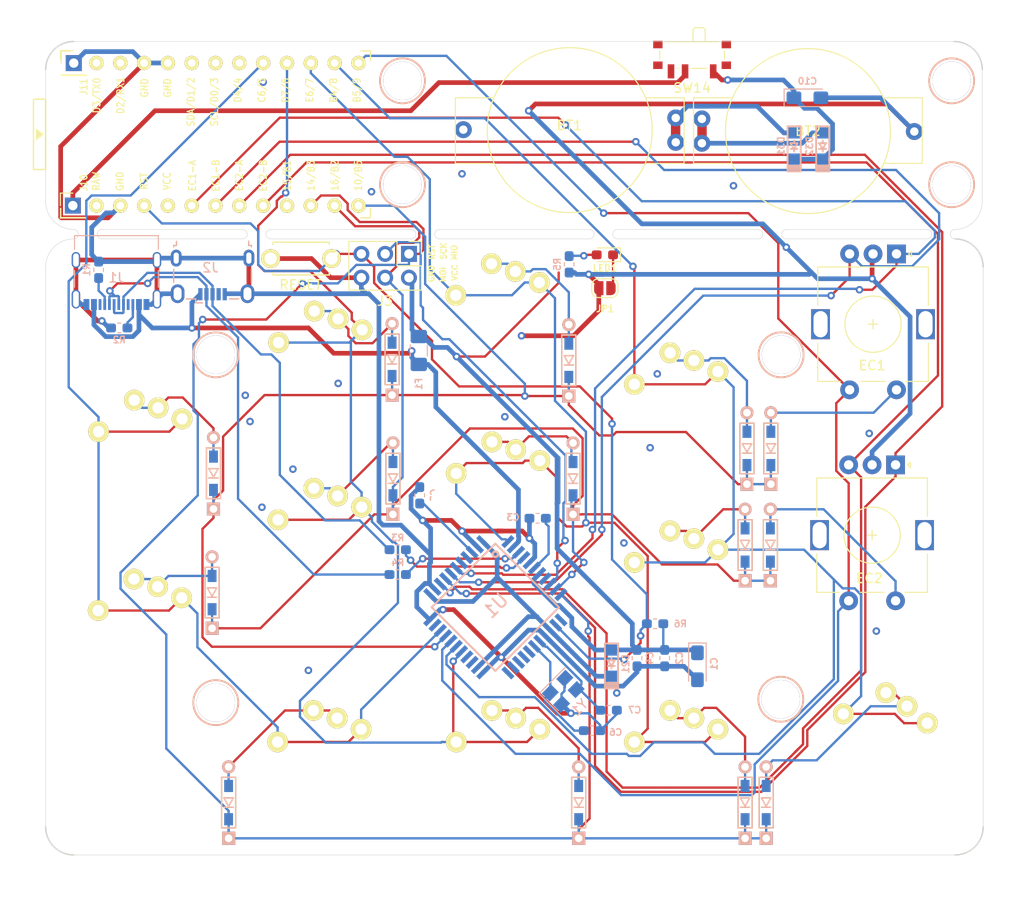
<source format=kicad_pcb>
(kicad_pcb (version 20171130) (host pcbnew "(5.1.4-0-10_14)")
  (layers (0 F.Cu signal) (31 B.Cu signal) (34 B.Paste user hide) (35 F.Paste user hide) (36 B.SilkS user) (37 F.SilkS user) (38 B.Mask user) (39 F.Mask user) (44 Edge.Cuts user))
  (net 0 "")
  (net 1 GND)
  (net 2 "Net-(D4-Pad2)")
  (net 3 Col4)
  (net 4 "Net-(D11-Pad2)")
  (net 5 "Net-(D5-Pad2)")
  (net 6 "Net-(D6-Pad2)")
  (net 7 "Net-(D7-Pad2)")
  (net 8 "Net-(D8-Pad2)")
  (net 9 "Net-(D9-Pad2)")
  (net 10 "Net-(D10-Pad2)")
  (net 11 "Net-(D12-Pad2)")
  (net 12 "Net-(D13-Pad2)")
  (net 13 "Net-(D14-Pad2)")
  (net 14 Col0)
  (net 15 Col1)
  (net 16 Col2)
  (net 17 Col3)
  (net 18 RAW)
  (net 19 MISO)
  (net 20 D-)
  (net 21 D+)
  (net 22 "Net-(J1-PadA5)")
  (net 23 "Net-(J1-PadB5)")
  (net 24 SCK)
  (net 25 RESET)
  (net 26 "Net-(J1-PadB8)")
  (net 27 "Net-(J1-PadA8)")
  (net 28 "Net-(U1-Pad41)")
  (net 29 "Net-(U1-Pad40)")
  (net 30 "Net-(U1-Pad32)")
  (net 31 "Net-(U1-Pad26)")
  (net 32 "Net-(U1-Pad22)")
  (net 33 "Net-(U1-Pad12)")
  (net 34 "Net-(U1-Pad8)")
  (net 35 "Net-(LED1-Pad2)")
  (net 36 Row0)
  (net 37 RA1)
  (net 38 RB1)
  (net 39 RB2)
  (net 40 RA2)
  (net 41 "Net-(U2-Pad16)")
  (net 42 "Net-(U2-Pad7)")
  (net 43 "Net-(U2-Pad6)")
  (net 44 "Net-(U2-Pad5)")
  (net 45 "Net-(U2-Pad2)")
  (net 46 "Net-(U2-Pad1)")
  (net 47 "Net-(BT1-Pad1)")
  (net 48 "Net-(BT2-Pad1)")
  (net 49 "Net-(C3-Pad1)")
  (net 50 "Net-(D21-Pad1)")
  (net 51 "Net-(U1-Pad25)")
  (net 52 "Net-(U1-Pad21)")
  (net 53 "Net-(U1-Pad20)")
  (net 54 "Net-(U1-Pad19)")
  (net 55 "Net-(U1-Pad18)")
  (net 56 MOSI)
  (net 57 "Net-(C5-Pad1)")
  (net 58 "Net-(C6-Pad1)")
  (net 59 "Net-(C7-Pad2)")
  (net 60 "Net-(C10-Pad1)")
  (net 61 "Net-(D1-Pad2)")
  (net 62 "Net-(D2-Pad2)")
  (net 63 "Net-(D3-Pad2)")
  (net 64 "Net-(SW14-Pad3)")
  (net 65 "Net-(J10-Pad1)")
  (net 66 "Net-(R3-Pad1)")
  (net 67 "Net-(R4-Pad1)")
  (net 68 "Net-(U2-Pad21)")
  (net 69 "Net-(U2-Pad24)")
  (net 70 VCC)
  (net 71 "Net-(JP1-Pad2)")
  (net 72 "Net-(J2-Pad4)")
  (module Capacitor_SMD:C_0603_1608Metric_Pad1.05x0.95mm_HandSolder (layer B.Cu) (at 138.625 88.3 180)
    (fp_text reference C3 (at 2.625 0.1 180) (layer B.SilkS) (effects (font (size 0.7 0.7)) (justify mirror)))
    (fp_text value 1u)
    (pad 2 smd roundrect (at 0.875 0 180) (size 1.05 0.95) (layers B.Cu B.Paste B.Mask) (net 1 GND))
    (pad 1 smd roundrect (at -0.875 0 180) (size 1.05 0.95) (layers B.Cu B.Paste B.Mask) (net 49 "Net-(C3-Pad1)"))
  )
  (module Resistor_SMD:R_0603_1608Metric_Pad1.05x0.95mm_HandSolder (layer B.Cu) (at 141.986 61.214 90)
    (fp_text reference R5 (at 0 -1.27 90) (layer B.SilkS) (effects (font (size 0.7 0.7)) (justify mirror)))
    (fp_text value 1k)
    (pad 2 smd roundrect (at 0.875 0 90) (size 1.05 0.95) (layers B.Cu B.Paste B.Mask) (net 35 "Net-(LED1-Pad2)"))
    (pad 1 smd roundrect (at -0.875 0 90) (size 1.05 0.95) (layers B.Cu B.Paste B.Mask) (net 1 GND))
  )
  (module kbd:CherryMX_Choc_1u (layer F.Cu) (at 133.7 67.05)
    (fp_text reference SW7 hide)
    (fp_text value SW_PUSH hide)
    (pad "" np_thru_hole circle (at -5.22 4.2) (size 1 1) (drill 1) (layers *.Cu *.Mask))
    (pad "" np_thru_hole circle (at 5.22 4.2) (size 1 1) (drill 1) (layers *.Cu *.Mask))
    (pad "" np_thru_hole circle (at -5.08 0) (size 1.7 1.7) (drill 1.7) (layers *.Cu *.Mask))
    (pad "" np_thru_hole circle (at 5.08 0) (size 1.7 1.7) (drill 1.7) (layers *.Cu *.Mask))
    (pad 1 thru_hole circle (at -3.81 -2.54 50) (size 2.2 2.2) (drill 1.2) (layers *.Cu F.SilkS B.Mask) (net 16 Col2))
    (pad 2 thru_hole circle (at 2.54 -5.08) (size 2.2 2.2) (drill 1.2) (layers *.Cu F.SilkS B.Mask) (net 7 "Net-(D7-Pad2)"))
    (pad 2 thru_hole circle (at 0 -5.9 90) (size 2.2 2.2) (drill 1.2) (layers *.Cu F.SilkS B.Mask) (net 7 "Net-(D7-Pad2)"))
    (pad "" np_thru_hole circle (at 5.5 0 90) (size 1.9 1.9) (drill 1.9) (layers *.Cu *.Mask))
    (pad "" np_thru_hole circle (at -5.5 0 90) (size 1.9 1.9) (drill 1.9) (layers *.Cu *.Mask))
    (pad "" np_thru_hole circle (at 0 0 90) (size 4 4) (drill 4) (layers *.Cu *.Mask))
    (pad 1 thru_hole circle (at 5.1 -3.9 310) (size 2.2 2.2) (drill 1.2) (layers *.Cu F.SilkS B.Mask) (net 16 Col2))
  )
  (module kbd:CherryMX_Choc_1u (layer F.Cu) (at 114.8 72.1)
    (fp_text reference SW4 hide)
    (fp_text value SW_PUSH hide)
    (pad "" np_thru_hole circle (at -5.22 4.2) (size 1 1) (drill 1) (layers *.Cu *.Mask))
    (pad "" np_thru_hole circle (at 5.22 4.2) (size 1 1) (drill 1) (layers *.Cu *.Mask))
    (pad "" np_thru_hole circle (at -5.08 0) (size 1.7 1.7) (drill 1.7) (layers *.Cu *.Mask))
    (pad "" np_thru_hole circle (at 5.08 0) (size 1.7 1.7) (drill 1.7) (layers *.Cu *.Mask))
    (pad 1 thru_hole circle (at -3.81 -2.54 50) (size 2.2 2.2) (drill 1.2) (layers *.Cu F.SilkS B.Mask) (net 15 Col1))
    (pad 2 thru_hole circle (at 2.54 -5.08) (size 2.2 2.2) (drill 1.2) (layers *.Cu F.SilkS B.Mask) (net 2 "Net-(D4-Pad2)"))
    (pad 2 thru_hole circle (at 0 -5.9 90) (size 2.2 2.2) (drill 1.2) (layers *.Cu F.SilkS B.Mask) (net 2 "Net-(D4-Pad2)"))
    (pad "" np_thru_hole circle (at 5.5 0 90) (size 1.9 1.9) (drill 1.9) (layers *.Cu *.Mask))
    (pad "" np_thru_hole circle (at -5.5 0 90) (size 1.9 1.9) (drill 1.9) (layers *.Cu *.Mask))
    (pad "" np_thru_hole circle (at 0 0 90) (size 4 4) (drill 4) (layers *.Cu *.Mask))
    (pad 1 thru_hole circle (at 5.1 -3.9 310) (size 2.2 2.2) (drill 1.2) (layers *.Cu F.SilkS B.Mask) (net 15 Col1))
  )
  (module kbd:ResetSW_1side (layer F.Cu) (at 113.4 60.6 180)
    (fp_text reference SW13 hide)
    (fp_text value SW_RESET)
    (fp_text user RESET (at 0.0635 -2.794) (layer F.SilkS))
    (pad 2 thru_hole circle (at -3.25 0 180) (size 2 2) (drill 1.3) (layers *.Cu F.SilkS B.Mask) (net 25 RESET))
    (pad 1 thru_hole circle (at 3.25 0 180) (size 2 2) (drill 1.3) (layers *.Cu F.SilkS B.Mask) (net 1 GND))
  )
  (module Keebio:D_SOD123F (layer B.Cu) (at 169.032 48.594 90)
    (fp_text reference D32 (at 0 -1.4 270) (layer B.SilkS) (effects (font (size 0.7 0.7)) (justify mirror)))
    (fp_text value MBR120 hide)
    (pad 2 smd rect (at 1.4 0 90) (size 1.2 1.2) (layers B.Cu B.Paste B.Mask) (net 48 "Net-(BT2-Pad1)"))
    (pad 1 smd rect (at -1.4 0 90) (size 1.2 1.2) (layers B.Cu B.Paste B.Mask) (net 60 "Net-(C10-Pad1)"))
  )
  (module Connector_PinHeader_2.54mm:PinHeader_1x01_P2.54mm_Vertical (layer F.Cu) (at 89.05 54.95)
    (fp_text reference J10 (at 1.166 -1.456 90) (layer F.SilkS) (effects (font (size 0.75 0.67) (thickness 0.125)) (justify left)))
    (fp_text value BAT+)
    (pad 1 thru_hole rect (at 0 0) (size 1.7 1.7) (drill 1) (layers *.Cu *.Mask) (net 65 "Net-(J10-Pad1)"))
  )
  (module kbd:CherryMX_Choc_1u (layer F.Cu) (at 152.75 95.55)
    (fp_text reference SW11 hide)
    (fp_text value SW_PUSH hide)
    (pad "" np_thru_hole circle (at -5.22 4.2) (size 1 1) (drill 1) (layers *.Cu *.Mask))
    (pad "" np_thru_hole circle (at 5.22 4.2) (size 1 1) (drill 1) (layers *.Cu *.Mask))
    (pad "" np_thru_hole circle (at -5.08 0) (size 1.7 1.7) (drill 1.7) (layers *.Cu *.Mask))
    (pad "" np_thru_hole circle (at 5.08 0) (size 1.7 1.7) (drill 1.7) (layers *.Cu *.Mask))
    (pad 1 thru_hole circle (at -3.81 -2.54 50) (size 2.2 2.2) (drill 1.2) (layers *.Cu F.SilkS B.Mask) (net 17 Col3))
    (pad 2 thru_hole circle (at 2.54 -5.08) (size 2.2 2.2) (drill 1.2) (layers *.Cu F.SilkS B.Mask) (net 4 "Net-(D11-Pad2)"))
    (pad 2 thru_hole circle (at 0 -5.9 90) (size 2.2 2.2) (drill 1.2) (layers *.Cu F.SilkS B.Mask) (net 4 "Net-(D11-Pad2)"))
    (pad "" np_thru_hole circle (at 5.5 0 90) (size 1.9 1.9) (drill 1.9) (layers *.Cu *.Mask))
    (pad "" np_thru_hole circle (at -5.5 0 90) (size 1.9 1.9) (drill 1.9) (layers *.Cu *.Mask))
    (pad "" np_thru_hole circle (at 0 0 90) (size 4 4) (drill 4) (layers *.Cu *.Mask))
    (pad 1 thru_hole circle (at 5.1 -3.9 310) (size 2.2 2.2) (drill 1.2) (layers *.Cu F.SilkS B.Mask) (net 17 Col3))
  )
  (module kbd:CherryMX_Choc_1u (layer F.Cu) (at 114.75 91)
    (fp_text reference SW5 hide)
    (fp_text value SW_PUSH hide)
    (pad "" np_thru_hole circle (at -5.22 4.2) (size 1 1) (drill 1) (layers *.Cu *.Mask))
    (pad "" np_thru_hole circle (at 5.22 4.2) (size 1 1) (drill 1) (layers *.Cu *.Mask))
    (pad "" np_thru_hole circle (at -5.08 0) (size 1.7 1.7) (drill 1.7) (layers *.Cu *.Mask))
    (pad "" np_thru_hole circle (at 5.08 0) (size 1.7 1.7) (drill 1.7) (layers *.Cu *.Mask))
    (pad 1 thru_hole circle (at -3.81 -2.54 50) (size 2.2 2.2) (drill 1.2) (layers *.Cu F.SilkS B.Mask) (net 15 Col1))
    (pad 2 thru_hole circle (at 2.54 -5.08) (size 2.2 2.2) (drill 1.2) (layers *.Cu F.SilkS B.Mask) (net 5 "Net-(D5-Pad2)"))
    (pad 2 thru_hole circle (at 0 -5.9 90) (size 2.2 2.2) (drill 1.2) (layers *.Cu F.SilkS B.Mask) (net 5 "Net-(D5-Pad2)"))
    (pad "" np_thru_hole circle (at 5.5 0 90) (size 1.9 1.9) (drill 1.9) (layers *.Cu *.Mask))
    (pad "" np_thru_hole circle (at -5.5 0 90) (size 1.9 1.9) (drill 1.9) (layers *.Cu *.Mask))
    (pad "" np_thru_hole circle (at 0 0 90) (size 4 4) (drill 4) (layers *.Cu *.Mask))
    (pad 1 thru_hole circle (at 5.1 -3.9 310) (size 2.2 2.2) (drill 1.2) (layers *.Cu F.SilkS B.Mask) (net 15 Col1))
  )
  (module Connector_USB:USB_Micro-B_Wuerth_629105150521 (layer B.Cu) (at 103.95 62.5)
    (fp_text reference J2 (at -0.226 -0.932) (layer B.SilkS) (effects (justify mirror)))
    (fp_text value USB_B_Micro)
    (pad "" np_thru_hole oval (at 2.5 0.8) (size 0.8 0.8) (drill 0.8) (layers *.Cu *.Mask))
    (pad "" np_thru_hole oval (at -2.5 0.8) (size 0.8 0.8) (drill 0.8) (layers *.Cu *.Mask))
    (pad 6 thru_hole oval (at 3.875 -1.95) (size 1.15 1.8) (drill oval 0.55 1.2) (layers *.Cu *.Mask) (net 1 GND))
    (pad 6 thru_hole oval (at -3.875 -1.95) (size 1.15 1.8) (drill oval 0.55 1.2) (layers *.Cu *.Mask) (net 1 GND))
    (pad 6 thru_hole oval (at 3.725 1.85) (size 1.45 2) (drill oval 0.85 1.4) (layers *.Cu *.Mask) (net 1 GND))
    (pad 6 thru_hole oval (at -3.725 1.85) (size 1.45 2) (drill oval 0.85 1.4) (layers *.Cu *.Mask) (net 1 GND))
    (pad 5 smd rect (at 1.3 1.9) (size 0.45 1.3) (layers B.Cu B.Paste B.Mask) (net 1 GND))
    (pad 4 smd rect (at 0.65 1.9) (size 0.45 1.3) (layers B.Cu B.Paste B.Mask) (net 72 "Net-(J2-Pad4)"))
    (pad 3 smd rect (at 0 1.9) (size 0.45 1.3) (layers B.Cu B.Paste B.Mask) (net 21 D+))
    (pad 2 smd rect (at -0.65 1.9) (size 0.45 1.3) (layers B.Cu B.Paste B.Mask) (net 20 D-))
    (pad 1 smd rect (at -1.3 1.9) (size 0.45 1.3) (layers B.Cu B.Paste B.Mask) (net 18 RAW))
  )
  (module kbd:CherryMX_Choc_1u (layer F.Cu) (at 95.6 81.6)
    (fp_text reference SW1 hide)
    (fp_text value SW_PUSH hide)
    (pad "" np_thru_hole circle (at -5.22 4.2) (size 1 1) (drill 1) (layers *.Cu *.Mask))
    (pad "" np_thru_hole circle (at 5.22 4.2) (size 1 1) (drill 1) (layers *.Cu *.Mask))
    (pad "" np_thru_hole circle (at -5.08 0) (size 1.7 1.7) (drill 1.7) (layers *.Cu *.Mask))
    (pad "" np_thru_hole circle (at 5.08 0) (size 1.7 1.7) (drill 1.7) (layers *.Cu *.Mask))
    (pad 1 thru_hole circle (at -3.81 -2.54 50) (size 2.2 2.2) (drill 1.2) (layers *.Cu F.SilkS B.Mask) (net 14 Col0))
    (pad 2 thru_hole circle (at 2.54 -5.08) (size 2.2 2.2) (drill 1.2) (layers *.Cu F.SilkS B.Mask) (net 61 "Net-(D1-Pad2)"))
    (pad 2 thru_hole circle (at 0 -5.9 90) (size 2.2 2.2) (drill 1.2) (layers *.Cu F.SilkS B.Mask) (net 61 "Net-(D1-Pad2)"))
    (pad "" np_thru_hole circle (at 5.5 0 90) (size 1.9 1.9) (drill 1.9) (layers *.Cu *.Mask))
    (pad "" np_thru_hole circle (at -5.5 0 90) (size 1.9 1.9) (drill 1.9) (layers *.Cu *.Mask))
    (pad "" np_thru_hole circle (at 0 0 90) (size 4 4) (drill 4) (layers *.Cu *.Mask))
    (pad 1 thru_hole circle (at 5.1 -3.9 310) (size 2.2 2.2) (drill 1.2) (layers *.Cu F.SilkS B.Mask) (net 14 Col0))
  )
  (module Resistor_SMD:R_0603_1608Metric_Pad1.05x0.95mm_HandSolder (layer B.Cu) (at 123.7 91.65 180)
    (fp_text reference R3 (at -0.005 1.27) (layer B.SilkS) (effects (font (size 0.7 0.7)) (justify mirror)))
    (fp_text value 22)
    (pad 2 smd roundrect (at 0.875 0 180) (size 1.05 0.95) (layers B.Cu B.Paste B.Mask) (net 21 D+))
    (pad 1 smd roundrect (at -0.875 0 180) (size 1.05 0.95) (layers B.Cu B.Paste B.Mask) (net 66 "Net-(R3-Pad1)"))
  )
  (module nilgiri:M2_spacer (layer F.Cu) (at 164.558 107.6)
    (fp_text reference H8 hide)
    (fp_text value MountingHole hide)
    (pad "" thru_hole circle (at 0 0) (size 4.1 4.1) (drill 4.1) (layers *.Cu *.Mask))
  )
  (module nilgiri:M2_spacer (layer F.Cu) (at 164.592 70.866)
    (fp_text reference H7 hide)
    (fp_text value MountingHole hide)
    (pad "" thru_hole circle (at 0 0) (size 4.1 4.1) (drill 4.1) (layers *.Cu *.Mask))
  )
  (module nilgiri:M2_spacer (layer F.Cu) (at 104.296 107.964)
    (fp_text reference H6 hide)
    (fp_text value MountingHole hide)
    (pad "" thru_hole circle (at 0 0) (size 4.1 4.1) (drill 4.1) (layers *.Cu *.Mask))
  )
  (module nilgiri:M2_spacer (layer F.Cu) (at 104.296 70.866)
    (fp_text reference H5 hide)
    (fp_text value MountingHole hide)
    (pad "" thru_hole circle (at 0 0) (size 4.1 4.1) (drill 4.1) (layers *.Cu *.Mask))
  )
  (module nilgiri:M2_spacer (layer F.Cu) (at 182.784 52.72)
    (fp_text reference H4 hide)
    (fp_text value MountingHole hide)
    (pad "" thru_hole circle (at 0 0) (size 4.1 4.1) (drill 4.1) (layers *.Cu *.Mask))
  )
  (module nilgiri:M2_spacer (layer F.Cu) (at 182.784 41.64)
    (fp_text reference H3 hide)
    (fp_text value MountingHole hide)
    (pad "" thru_hole circle (at 0 0) (size 4.1 4.1) (drill 4.1) (layers *.Cu *.Mask))
  )
  (module nilgiri:M2_spacer (layer F.Cu) (at 124.206 52.72)
    (fp_text reference H2 hide)
    (fp_text value MountingHole hide)
    (pad "" thru_hole circle (at 0 0) (size 4.1 4.1) (drill 4.1) (layers *.Cu *.Mask))
  )
  (module nilgiri:M2_spacer (layer F.Cu) (at 124.206 41.64)
    (fp_text reference H1 hide)
    (fp_text value MountingHole hide)
    (pad "" thru_hole circle (at 0 0) (size 4.1 4.1) (drill 4.1) (layers *.Cu *.Mask))
  )
  (module kbd:CherryMX_Choc_1u (layer F.Cu) (at 133.75 114.7)
    (fp_text reference SW6 hide)
    (fp_text value SW_PUSH hide)
    (pad "" np_thru_hole circle (at -5.22 4.2) (size 1 1) (drill 1) (layers *.Cu *.Mask))
    (pad "" np_thru_hole circle (at 5.22 4.2) (size 1 1) (drill 1) (layers *.Cu *.Mask))
    (pad "" np_thru_hole circle (at -5.08 0) (size 1.7 1.7) (drill 1.7) (layers *.Cu *.Mask))
    (pad "" np_thru_hole circle (at 5.08 0) (size 1.7 1.7) (drill 1.7) (layers *.Cu *.Mask))
    (pad 1 thru_hole circle (at -3.81 -2.54 50) (size 2.2 2.2) (drill 1.2) (layers *.Cu F.SilkS B.Mask) (net 15 Col1))
    (pad 2 thru_hole circle (at 2.54 -5.08) (size 2.2 2.2) (drill 1.2) (layers *.Cu F.SilkS B.Mask) (net 6 "Net-(D6-Pad2)"))
    (pad 2 thru_hole circle (at 0 -5.9 90) (size 2.2 2.2) (drill 1.2) (layers *.Cu F.SilkS B.Mask) (net 6 "Net-(D6-Pad2)"))
    (pad "" np_thru_hole circle (at 5.5 0 90) (size 1.9 1.9) (drill 1.9) (layers *.Cu *.Mask))
    (pad "" np_thru_hole circle (at -5.5 0 90) (size 1.9 1.9) (drill 1.9) (layers *.Cu *.Mask))
    (pad "" np_thru_hole circle (at 0 0 90) (size 4 4) (drill 4) (layers *.Cu *.Mask))
    (pad 1 thru_hole circle (at 5.1 -3.9 310) (size 2.2 2.2) (drill 1.2) (layers *.Cu F.SilkS B.Mask) (net 15 Col1))
  )
  (module kbd:CherryMX_Choc_1u (layer F.Cu) (at 152.75 114.7)
    (fp_text reference SW9 hide)
    (fp_text value SW_PUSH hide)
    (pad "" np_thru_hole circle (at -5.22 4.2) (size 1 1) (drill 1) (layers *.Cu *.Mask))
    (pad "" np_thru_hole circle (at 5.22 4.2) (size 1 1) (drill 1) (layers *.Cu *.Mask))
    (pad "" np_thru_hole circle (at -5.08 0) (size 1.7 1.7) (drill 1.7) (layers *.Cu *.Mask))
    (pad "" np_thru_hole circle (at 5.08 0) (size 1.7 1.7) (drill 1.7) (layers *.Cu *.Mask))
    (pad 1 thru_hole circle (at -3.81 -2.54 50) (size 2.2 2.2) (drill 1.2) (layers *.Cu F.SilkS B.Mask) (net 16 Col2))
    (pad 2 thru_hole circle (at 2.54 -5.08) (size 2.2 2.2) (drill 1.2) (layers *.Cu F.SilkS B.Mask) (net 9 "Net-(D9-Pad2)"))
    (pad 2 thru_hole circle (at 0 -5.9 90) (size 2.2 2.2) (drill 1.2) (layers *.Cu F.SilkS B.Mask) (net 9 "Net-(D9-Pad2)"))
    (pad "" np_thru_hole circle (at 5.5 0 90) (size 1.9 1.9) (drill 1.9) (layers *.Cu *.Mask))
    (pad "" np_thru_hole circle (at -5.5 0 90) (size 1.9 1.9) (drill 1.9) (layers *.Cu *.Mask))
    (pad "" np_thru_hole circle (at 0 0 90) (size 4 4) (drill 4) (layers *.Cu *.Mask))
    (pad 1 thru_hole circle (at 5.1 -3.9 310) (size 2.2 2.2) (drill 1.2) (layers *.Cu F.SilkS B.Mask) (net 16 Col2))
  )
  (module nilgiri:HU1632 (layer F.Cu) (at 142 46.9 180)
    (fp_text reference BT1 (at 0 0.51) (layer F.SilkS))
    (fp_text value 3V)
    (pad 1 connect rect (at -11.3411 0.0381 180) (size 1 1.6) (layers F.Cu) (net 47 "Net-(BT1-Pad1)"))
    (pad 2 thru_hole circle (at 11.3 0.05 180) (size 1.8 1.8) (drill 0.9) (layers *.Cu *.Mask) (net 1 GND))
    (pad 1 thru_hole circle (at -11.3538 1.3 180) (size 1.8 1.8) (drill 0.9) (layers *.Cu *.Mask) (net 47 "Net-(BT1-Pad1)"))
    (pad 1 thru_hole circle (at -11.3538 -1.3 180) (size 1.8 1.8) (drill 0.9) (layers *.Cu *.Mask) (net 47 "Net-(BT1-Pad1)"))
  )
  (module nilgiri:HU1632 (layer F.Cu) (at 167.5 47)
    (fp_text reference BT2 (at -0.046113 0) (layer F.SilkS))
    (fp_text value 3V)
    (pad 1 connect rect (at -11.3411 0.0381) (size 1 1.6) (layers F.Cu) (net 48 "Net-(BT2-Pad1)"))
    (pad 2 thru_hole circle (at 11.3 0.05) (size 1.8 1.8) (drill 0.9) (layers *.Cu *.Mask) (net 1 GND))
    (pad 1 thru_hole circle (at -11.3538 1.3) (size 1.8 1.8) (drill 0.9) (layers *.Cu *.Mask) (net 48 "Net-(BT2-Pad1)"))
    (pad 1 thru_hole circle (at -11.3538 -1.3) (size 1.8 1.8) (drill 0.9) (layers *.Cu *.Mask) (net 48 "Net-(BT2-Pad1)"))
  )
  (module kbd:CherryMX_Choc_1u (layer F.Cu) (at 174.25 112.6 345)
    (fp_text reference SW12 hide)
    (fp_text value SW_PUSH hide)
    (pad "" np_thru_hole circle (at -5.22 4.2 345) (size 1 1) (drill 1) (layers *.Cu *.Mask))
    (pad "" np_thru_hole circle (at 5.22 4.2 345) (size 1 1) (drill 1) (layers *.Cu *.Mask))
    (pad "" np_thru_hole circle (at -5.08 0 345) (size 1.7 1.7) (drill 1.7) (layers *.Cu *.Mask))
    (pad "" np_thru_hole circle (at 5.08 0 345) (size 1.7 1.7) (drill 1.7) (layers *.Cu *.Mask))
    (pad 1 thru_hole circle (at -3.81 -2.54 35) (size 2.2 2.2) (drill 1.2) (layers *.Cu F.SilkS B.Mask) (net 17 Col3))
    (pad 2 thru_hole circle (at 2.54 -5.08 345) (size 2.2 2.2) (drill 1.2) (layers *.Cu F.SilkS B.Mask) (net 11 "Net-(D12-Pad2)"))
    (pad 2 thru_hole circle (at 0 -5.9 75) (size 2.2 2.2) (drill 1.2) (layers *.Cu F.SilkS B.Mask) (net 11 "Net-(D12-Pad2)"))
    (pad "" np_thru_hole circle (at 5.5 0 75) (size 1.9 1.9) (drill 1.9) (layers *.Cu *.Mask))
    (pad "" np_thru_hole circle (at -5.5 0 75) (size 1.9 1.9) (drill 1.9) (layers *.Cu *.Mask))
    (pad "" np_thru_hole circle (at 0 0 75) (size 4 4) (drill 4) (layers *.Cu *.Mask))
    (pad 1 thru_hole circle (at 5.1 -3.9 295) (size 2.2 2.2) (drill 1.2) (layers *.Cu F.SilkS B.Mask) (net 17 Col3))
  )
  (module kbd:CherryMX_Choc_1u (layer F.Cu) (at 152.75 76.55)
    (fp_text reference SW10 hide)
    (fp_text value SW_PUSH hide)
    (pad "" np_thru_hole circle (at -5.22 4.2) (size 1 1) (drill 1) (layers *.Cu *.Mask))
    (pad "" np_thru_hole circle (at 5.22 4.2) (size 1 1) (drill 1) (layers *.Cu *.Mask))
    (pad "" np_thru_hole circle (at -5.08 0) (size 1.7 1.7) (drill 1.7) (layers *.Cu *.Mask))
    (pad "" np_thru_hole circle (at 5.08 0) (size 1.7 1.7) (drill 1.7) (layers *.Cu *.Mask))
    (pad 1 thru_hole circle (at -3.81 -2.54 50) (size 2.2 2.2) (drill 1.2) (layers *.Cu F.SilkS B.Mask) (net 17 Col3))
    (pad 2 thru_hole circle (at 2.54 -5.08) (size 2.2 2.2) (drill 1.2) (layers *.Cu F.SilkS B.Mask) (net 10 "Net-(D10-Pad2)"))
    (pad 2 thru_hole circle (at 0 -5.9 90) (size 2.2 2.2) (drill 1.2) (layers *.Cu F.SilkS B.Mask) (net 10 "Net-(D10-Pad2)"))
    (pad "" np_thru_hole circle (at 5.5 0 90) (size 1.9 1.9) (drill 1.9) (layers *.Cu *.Mask))
    (pad "" np_thru_hole circle (at -5.5 0 90) (size 1.9 1.9) (drill 1.9) (layers *.Cu *.Mask))
    (pad "" np_thru_hole circle (at 0 0 90) (size 4 4) (drill 4) (layers *.Cu *.Mask))
    (pad 1 thru_hole circle (at 5.1 -3.9 310) (size 2.2 2.2) (drill 1.2) (layers *.Cu F.SilkS B.Mask) (net 17 Col3))
  )
  (module kbd:CherryMX_Choc_1u (layer F.Cu) (at 133.75 86.05)
    (fp_text reference SW8 hide)
    (fp_text value SW_PUSH hide)
    (pad "" np_thru_hole circle (at -5.22 4.2) (size 1 1) (drill 1) (layers *.Cu *.Mask))
    (pad "" np_thru_hole circle (at 5.22 4.2) (size 1 1) (drill 1) (layers *.Cu *.Mask))
    (pad "" np_thru_hole circle (at -5.08 0) (size 1.7 1.7) (drill 1.7) (layers *.Cu *.Mask))
    (pad "" np_thru_hole circle (at 5.08 0) (size 1.7 1.7) (drill 1.7) (layers *.Cu *.Mask))
    (pad 1 thru_hole circle (at -3.81 -2.54 50) (size 2.2 2.2) (drill 1.2) (layers *.Cu F.SilkS B.Mask) (net 16 Col2))
    (pad 2 thru_hole circle (at 2.54 -5.08) (size 2.2 2.2) (drill 1.2) (layers *.Cu F.SilkS B.Mask) (net 8 "Net-(D8-Pad2)"))
    (pad 2 thru_hole circle (at 0 -5.9 90) (size 2.2 2.2) (drill 1.2) (layers *.Cu F.SilkS B.Mask) (net 8 "Net-(D8-Pad2)"))
    (pad "" np_thru_hole circle (at 5.5 0 90) (size 1.9 1.9) (drill 1.9) (layers *.Cu *.Mask))
    (pad "" np_thru_hole circle (at -5.5 0 90) (size 1.9 1.9) (drill 1.9) (layers *.Cu *.Mask))
    (pad "" np_thru_hole circle (at 0 0 90) (size 4 4) (drill 4) (layers *.Cu *.Mask))
    (pad 1 thru_hole circle (at 5.1 -3.9 310) (size 2.2 2.2) (drill 1.2) (layers *.Cu F.SilkS B.Mask) (net 16 Col2))
  )
  (module kbd:CherryMX_Choc_1u (layer F.Cu) (at 114.7 114.7)
    (fp_text reference SW3 hide)
    (fp_text value SW_PUSH hide)
    (pad "" np_thru_hole circle (at -5.22 4.2) (size 1 1) (drill 1) (layers *.Cu *.Mask))
    (pad "" np_thru_hole circle (at 5.22 4.2) (size 1 1) (drill 1) (layers *.Cu *.Mask))
    (pad "" np_thru_hole circle (at -5.08 0) (size 1.7 1.7) (drill 1.7) (layers *.Cu *.Mask))
    (pad "" np_thru_hole circle (at 5.08 0) (size 1.7 1.7) (drill 1.7) (layers *.Cu *.Mask))
    (pad 1 thru_hole circle (at -3.81 -2.54 50) (size 2.2 2.2) (drill 1.2) (layers *.Cu F.SilkS B.Mask) (net 14 Col0))
    (pad 2 thru_hole circle (at 2.54 -5.08) (size 2.2 2.2) (drill 1.2) (layers *.Cu F.SilkS B.Mask) (net 63 "Net-(D3-Pad2)"))
    (pad 2 thru_hole circle (at 0 -5.9 90) (size 2.2 2.2) (drill 1.2) (layers *.Cu F.SilkS B.Mask) (net 63 "Net-(D3-Pad2)"))
    (pad "" np_thru_hole circle (at 5.5 0 90) (size 1.9 1.9) (drill 1.9) (layers *.Cu *.Mask))
    (pad "" np_thru_hole circle (at -5.5 0 90) (size 1.9 1.9) (drill 1.9) (layers *.Cu *.Mask))
    (pad "" np_thru_hole circle (at 0 0 90) (size 4 4) (drill 4) (layers *.Cu *.Mask))
    (pad 1 thru_hole circle (at 5.1 -3.9 310) (size 2.2 2.2) (drill 1.2) (layers *.Cu F.SilkS B.Mask) (net 14 Col0))
  )
  (module kbd:CherryMX_Choc_1u (layer F.Cu) (at 95.56 100.68)
    (fp_text reference SW2 hide)
    (fp_text value SW_PUSH hide)
    (pad "" np_thru_hole circle (at -5.22 4.2) (size 1 1) (drill 1) (layers *.Cu *.Mask))
    (pad "" np_thru_hole circle (at 5.22 4.2) (size 1 1) (drill 1) (layers *.Cu *.Mask))
    (pad "" np_thru_hole circle (at -5.08 0) (size 1.7 1.7) (drill 1.7) (layers *.Cu *.Mask))
    (pad "" np_thru_hole circle (at 5.08 0) (size 1.7 1.7) (drill 1.7) (layers *.Cu *.Mask))
    (pad 1 thru_hole circle (at -3.81 -2.54 50) (size 2.2 2.2) (drill 1.2) (layers *.Cu F.SilkS B.Mask) (net 14 Col0))
    (pad 2 thru_hole circle (at 2.54 -5.08) (size 2.2 2.2) (drill 1.2) (layers *.Cu F.SilkS B.Mask) (net 62 "Net-(D2-Pad2)"))
    (pad 2 thru_hole circle (at 0 -5.9 90) (size 2.2 2.2) (drill 1.2) (layers *.Cu F.SilkS B.Mask) (net 62 "Net-(D2-Pad2)"))
    (pad "" np_thru_hole circle (at 5.5 0 90) (size 1.9 1.9) (drill 1.9) (layers *.Cu *.Mask))
    (pad "" np_thru_hole circle (at -5.5 0 90) (size 1.9 1.9) (drill 1.9) (layers *.Cu *.Mask))
    (pad "" np_thru_hole circle (at 0 0 90) (size 4 4) (drill 4) (layers *.Cu *.Mask))
    (pad 1 thru_hole circle (at 5.1 -3.9 310) (size 2.2 2.2) (drill 1.2) (layers *.Cu F.SilkS B.Mask) (net 14 Col0))
  )
  (module kbd:ProMicro_v3 (layer F.Cu) (at 106.05 47.35 90)
    (fp_text reference U2 hide)
    (fp_text value ProMicro hide)
    (fp_text user GND (at -5.0018 -11.9789 90 unlocked) (layer F.SilkS) (effects (font (size 0.75 0.67) (thickness 0.125))))
    (fp_text user B4/8 (at 4.705 10.8 90 unlocked) (layer F.SilkS) (effects (font (size 0.75 0.67) (thickness 0.125))))
    (fp_text user D2/RX1 (at 4.155 -11.9 90 unlocked) (layer F.SilkS) (effects (font (size 0.75 0.67) (thickness 0.125))))
    (fp_text user B5/9 (at 4.705 13.3 90 unlocked) (layer F.SilkS) (effects (font (size 0.75 0.67) (thickness 0.125))))
    (fp_text user C6/5 (at 4.705 3.15 90 unlocked) (layer F.SilkS) (effects (font (size 0.75 0.67) (thickness 0.125))))
    (fp_text user SCL/D0/3 (at 3.455 -1.9 90 unlocked) (layer F.SilkS) (effects (font (size 0.75 0.67) (thickness 0.125))))
    (fp_text user SDA/D1/2 (at 3.455 -4.4 90 unlocked) (layer F.SilkS) (effects (font (size 0.75 0.67) (thickness 0.125))))
    (fp_text user D4/4 (at 4.705 0.6 90 unlocked) (layer F.SilkS) (effects (font (size 0.75 0.67) (thickness 0.125))))
    (fp_text user D3/TX0 (at 4.155 -14.45 90 unlocked) (layer F.SilkS) (effects (font (size 0.75 0.67) (thickness 0.125))))
    (fp_text user GND (at 4.955 -6.9 90 unlocked) (layer F.SilkS) (effects (font (size 0.75 0.67) (thickness 0.125))))
    (fp_text user GND (at 4.955 -9.35 90 unlocked) (layer F.SilkS) (effects (font (size 0.75 0.67) (thickness 0.125))))
    (fp_text user D7/6 (at 4.705 5.7 90 unlocked) (layer F.SilkS) (effects (font (size 0.75 0.67) (thickness 0.125))))
    (fp_text user E6/7 (at 4.705 8.25 90 unlocked) (layer F.SilkS) (effects (font (size 0.75 0.67) (thickness 0.125))))
    (fp_text user 16/B2 (at -4.395 10.95 90 unlocked) (layer F.SilkS) (effects (font (size 0.75 0.67) (thickness 0.125))))
    (fp_text user 10/B6 (at -4.395 13.45 90 unlocked) (layer F.SilkS) (effects (font (size 0.75 0.67) (thickness 0.125))))
    (fp_text user 14/B3 (at -4.395 8.4 90 unlocked) (layer F.SilkS) (effects (font (size 0.75 0.67) (thickness 0.125))))
    (fp_text user 15/B1 (at -4.395 5.85 90 unlocked) (layer F.SilkS) (effects (font (size 0.75 0.67) (thickness 0.125))))
    (fp_text user EC2-B (at -4.395 3.3 90 unlocked) (layer F.SilkS) (effects (font (size 0.75 0.67) (thickness 0.125))))
    (fp_text user EC2-A (at -4.395 0.75 90 unlocked) (layer F.SilkS) (effects (font (size 0.75 0.67) (thickness 0.125))))
    (fp_text user EC1-B (at -4.395 -1.75 90 unlocked) (layer F.SilkS) (effects (font (size 0.75 0.67) (thickness 0.125))))
    (fp_text user EC1-A (at -4.395 -4.25 90 unlocked) (layer F.SilkS) (effects (font (size 0.75 0.67) (thickness 0.125))))
    (fp_text user VCC (at -4.995 -6.95 90 unlocked) (layer F.SilkS) (effects (font (size 0.75 0.67) (thickness 0.125))))
    (fp_text user RST (at -4.995 -9.4 90 unlocked) (layer F.SilkS) (effects (font (size 0.75 0.67) (thickness 0.125))))
    (fp_text user GND (at 4.955 -6.9 90 unlocked) (layer F.SilkS) (effects (font (size 0.75 0.67) (thickness 0.125))))
    (fp_text user RAW (at -4.995 -14.5 90 unlocked) (layer F.SilkS) (effects (font (size 0.75 0.67) (thickness 0.125))))
    (pad 1 thru_hole circle (at 7.6114 -14.478 90) (size 1.524 1.524) (drill 0.8128) (layers *.Cu F.SilkS B.Mask) (net 46 "Net-(U2-Pad1)"))
    (pad 2 thru_hole circle (at 7.6114 -11.938 90) (size 1.524 1.524) (drill 0.8128) (layers *.Cu F.SilkS B.Mask) (net 45 "Net-(U2-Pad2)"))
    (pad 3 thru_hole circle (at 7.6114 -9.398 90) (size 1.524 1.524) (drill 0.8128) (layers *.Cu F.SilkS B.Mask) (net 1 GND))
    (pad 4 thru_hole circle (at 7.6114 -6.858 90) (size 1.524 1.524) (drill 0.8128) (layers *.Cu F.SilkS B.Mask) (net 1 GND))
    (pad 5 thru_hole circle (at 7.6114 -4.318 90) (size 1.524 1.524) (drill 0.8128) (layers *.Cu F.SilkS B.Mask) (net 44 "Net-(U2-Pad5)"))
    (pad 6 thru_hole circle (at 7.6114 -1.778 90) (size 1.524 1.524) (drill 0.8128) (layers *.Cu F.SilkS B.Mask) (net 43 "Net-(U2-Pad6)"))
    (pad 7 thru_hole circle (at 7.6114 0.762 90) (size 1.524 1.524) (drill 0.8128) (layers *.Cu F.SilkS B.Mask) (net 42 "Net-(U2-Pad7)"))
    (pad 8 thru_hole circle (at 7.6114 3.302 90) (size 1.524 1.524) (drill 0.8128) (layers *.Cu F.SilkS B.Mask) (net 14 Col0))
    (pad 9 thru_hole circle (at 7.6114 5.842 90) (size 1.524 1.524) (drill 0.8128) (layers *.Cu F.SilkS B.Mask) (net 15 Col1))
    (pad 10 thru_hole circle (at 7.6114 8.382 90) (size 1.524 1.524) (drill 0.8128) (layers *.Cu F.SilkS B.Mask) (net 16 Col2))
    (pad 11 thru_hole circle (at 7.6114 10.922 90) (size 1.524 1.524) (drill 0.8128) (layers *.Cu F.SilkS B.Mask) (net 17 Col3))
    (pad 12 thru_hole circle (at 7.6114 13.462 90) (size 1.524 1.524) (drill 0.8128) (layers *.Cu F.SilkS B.Mask) (net 3 Col4))
    (pad 13 thru_hole circle (at -7.6086 13.462 90) (size 1.524 1.524) (drill 0.8128) (layers *.Cu F.SilkS B.Mask) (net 36 Row0))
    (pad 14 thru_hole circle (at -7.6086 10.922 90) (size 1.524 1.524) (drill 0.8128) (layers *.Cu F.SilkS B.Mask) (net 56 MOSI))
    (pad 15 thru_hole circle (at -7.6086 8.382 90) (size 1.524 1.524) (drill 0.8128) (layers *.Cu F.SilkS B.Mask) (net 19 MISO))
    (pad 16 thru_hole circle (at -7.6086 5.842 90) (size 1.524 1.524) (drill 0.8128) (layers *.Cu F.SilkS B.Mask) (net 41 "Net-(U2-Pad16)"))
    (pad 17 thru_hole circle (at -7.6086 3.302 90) (size 1.524 1.524) (drill 0.8128) (layers *.Cu F.SilkS B.Mask) (net 39 RB2))
    (pad 18 thru_hole circle (at -7.6086 0.762 90) (size 1.524 1.524) (drill 0.8128) (layers *.Cu F.SilkS B.Mask) (net 40 RA2))
    (pad 19 thru_hole circle (at -7.6086 -1.778 90) (size 1.524 1.524) (drill 0.8128) (layers *.Cu F.SilkS B.Mask) (net 38 RB1))
    (pad 20 thru_hole circle (at -7.6086 -4.318 90) (size 1.524 1.524) (drill 0.8128) (layers *.Cu F.SilkS B.Mask) (net 37 RA1))
    (pad 21 thru_hole circle (at -7.6086 -6.858 90) (size 1.524 1.524) (drill 0.8128) (layers *.Cu F.SilkS B.Mask) (net 68 "Net-(U2-Pad21)"))
    (pad 22 thru_hole circle (at -7.6086 -9.398 90) (size 1.524 1.524) (drill 0.8128) (layers *.Cu F.SilkS B.Mask) (net 25 RESET))
    (pad 23 thru_hole circle (at -7.6086 -11.938 90) (size 1.524 1.524) (drill 0.8128) (layers *.Cu F.SilkS B.Mask) (net 1 GND))
    (pad 24 thru_hole circle (at -7.6086 -14.478 90) (size 1.524 1.524) (drill 0.8128) (layers *.Cu F.SilkS B.Mask) (net 69 "Net-(U2-Pad24)"))
  )
  (module Button_Switch_SMD:SW_SPDT_PCM12 (layer F.Cu) (at 155.1 39.2 180)
    (fp_text reference SW14 (at 0 -3.2) (layer F.SilkS))
    (fp_text value PWR)
    (pad "" np_thru_hole circle (at -1.5 0.33 180) (size 0.9 0.9) (drill 0.9) (layers *.Cu *.Mask))
    (pad "" np_thru_hole circle (at 1.5 0.33 180) (size 0.9 0.9) (drill 0.9) (layers *.Cu *.Mask))
    (pad 1 smd rect (at -2.25 -1.43 180) (size 0.7 1.5) (layers F.Cu F.Paste F.Mask) (net 60 "Net-(C10-Pad1)"))
    (pad 2 smd rect (at 0.75 -1.43 180) (size 0.7 1.5) (layers F.Cu F.Paste F.Mask) (net 65 "Net-(J10-Pad1)"))
    (pad 3 smd rect (at 2.25 -1.43 180) (size 0.7 1.5) (layers F.Cu F.Paste F.Mask) (net 64 "Net-(SW14-Pad3)"))
    (pad "" smd rect (at -3.65 1.43 180) (size 1 0.8) (layers F.Cu F.Paste F.Mask))
    (pad "" smd rect (at 3.65 1.43 180) (size 1 0.8) (layers F.Cu F.Paste F.Mask))
    (pad "" smd rect (at 3.65 -0.78 180) (size 1 0.8) (layers F.Cu F.Paste F.Mask))
    (pad "" smd rect (at -3.65 -0.78 180) (size 1 0.8) (layers F.Cu F.Paste F.Mask))
  )
  (module Crystal:Crystal_SMD_3225-4Pin_3.2x2.5mm (layer B.Cu) (at 141.35 106.75 45)
    (fp_text reference Y1 (at 0 2.45 45) (layer B.SilkS) (effects (justify mirror)))
    (fp_text value 16MHz)
    (pad 4 smd rect (at -1.1 0.85 45) (size 1.4 1.2) (layers B.Cu B.Paste B.Mask) (net 1 GND))
    (pad 3 smd rect (at 1.1 0.85 45) (size 1.4 1.2) (layers B.Cu B.Paste B.Mask) (net 58 "Net-(C6-Pad1)"))
    (pad 2 smd rect (at 1.1 -0.85 45) (size 1.4 1.2) (layers B.Cu B.Paste B.Mask) (net 1 GND))
    (pad 1 smd rect (at -1.1 -0.85 45) (size 1.4 1.2) (layers B.Cu B.Paste B.Mask) (net 59 "Net-(C7-Pad2)"))
  )
  (module Capacitor_SMD:C_0603_1608Metric_Pad1.05x0.95mm_HandSolder (layer B.Cu) (at 146.2 108.775)
    (fp_text reference C6 (at 0.75 2.35) (layer B.SilkS) (effects (font (size 0.7 0.7)) (justify mirror)))
    (fp_text value 22p)
    (pad 2 smd roundrect (at 0.875 0) (size 1.05 0.95) (layers B.Cu B.Paste B.Mask) (net 1 GND))
    (pad 1 smd roundrect (at -0.875 0) (size 1.05 0.95) (layers B.Cu B.Paste B.Mask) (net 58 "Net-(C6-Pad1)"))
  )
  (module Keebio:ATMEGA32U4-AU (layer B.Cu) (at 134.112 97.79 225)
    (fp_text reference U1 (at -0.15 0.1 45) (layer B.SilkS) (effects (font (size 1.4 1.4) (thickness 0.2)) (justify mirror)))
    (fp_text value ATmega32U4-AU hide)
    (pad 44 smd rect (at -4 5.9 225) (size 0.5 1.5) (layers B.Cu B.Paste B.Mask) (net 50 "Net-(D21-Pad1)"))
    (pad 43 smd rect (at -3.2 5.9 225) (size 0.5 1.5) (layers B.Cu B.Paste B.Mask) (net 1 GND))
    (pad 42 smd rect (at -2.4 5.9 225) (size 0.5 1.5) (layers B.Cu B.Paste B.Mask) (net 57 "Net-(C5-Pad1)"))
    (pad 41 smd rect (at -1.6 5.9 225) (size 0.5 1.5) (layers B.Cu B.Paste B.Mask) (net 28 "Net-(U1-Pad41)"))
    (pad 40 smd rect (at -0.8 5.9 225) (size 0.5 1.5) (layers B.Cu B.Paste B.Mask) (net 29 "Net-(U1-Pad40)"))
    (pad 39 smd rect (at 0 5.9 225) (size 0.5 1.5) (layers B.Cu B.Paste B.Mask) (net 37 RA1))
    (pad 38 smd rect (at 0.8 5.9 225) (size 0.5 1.5) (layers B.Cu B.Paste B.Mask) (net 38 RB1))
    (pad 37 smd rect (at 1.6 5.9 225) (size 0.5 1.5) (layers B.Cu B.Paste B.Mask) (net 40 RA2))
    (pad 36 smd rect (at 2.4 5.9 225) (size 0.5 1.5) (layers B.Cu B.Paste B.Mask) (net 39 RB2))
    (pad 35 smd rect (at 3.2 5.9 225) (size 0.5 1.5) (layers B.Cu B.Paste B.Mask) (net 1 GND))
    (pad 34 smd rect (at 4 5.9 225) (size 0.5 1.5) (layers B.Cu B.Paste B.Mask) (net 50 "Net-(D21-Pad1)"))
    (pad 33 smd rect (at 5.9 4 225) (size 1.5 0.5) (layers B.Cu B.Paste B.Mask) (net 1 GND))
    (pad 32 smd rect (at 5.9 3.2 225) (size 1.5 0.5) (layers B.Cu B.Paste B.Mask) (net 30 "Net-(U1-Pad32)"))
    (pad 31 smd rect (at 5.9 2.4 225) (size 1.5 0.5) (layers B.Cu B.Paste B.Mask) (net 14 Col0))
    (pad 30 smd rect (at 5.9 1.6 225) (size 1.5 0.5) (layers B.Cu B.Paste B.Mask) (net 36 Row0))
    (pad 29 smd rect (at 5.9 0.8 225) (size 1.5 0.5) (layers B.Cu B.Paste B.Mask) (net 3 Col4))
    (pad 28 smd rect (at 5.9 0 225) (size 1.5 0.5) (layers B.Cu B.Paste B.Mask) (net 17 Col3))
    (pad 27 smd rect (at 5.9 -0.8 225) (size 1.5 0.5) (layers B.Cu B.Paste B.Mask) (net 15 Col1))
    (pad 26 smd rect (at 5.9 -1.6 225) (size 1.5 0.5) (layers B.Cu B.Paste B.Mask) (net 31 "Net-(U1-Pad26)"))
    (pad 25 smd rect (at 5.9 -2.4 225) (size 1.5 0.5) (layers B.Cu B.Paste B.Mask) (net 51 "Net-(U1-Pad25)"))
    (pad 24 smd rect (at 5.9 -3.2 225) (size 1.5 0.5) (layers B.Cu B.Paste B.Mask) (net 50 "Net-(D21-Pad1)"))
    (pad 23 smd rect (at 5.9 -4 225) (size 1.5 0.5) (layers B.Cu B.Paste B.Mask) (net 1 GND))
    (pad 22 smd rect (at 4 -5.9 225) (size 0.5 1.5) (layers B.Cu B.Paste B.Mask) (net 32 "Net-(U1-Pad22)"))
    (pad 21 smd rect (at 3.2 -5.9 225) (size 0.5 1.5) (layers B.Cu B.Paste B.Mask) (net 52 "Net-(U1-Pad21)"))
    (pad 20 smd rect (at 2.4 -5.9 225) (size 0.5 1.5) (layers B.Cu B.Paste B.Mask) (net 53 "Net-(U1-Pad20)"))
    (pad 19 smd rect (at 1.6 -5.9 225) (size 0.5 1.5) (layers B.Cu B.Paste B.Mask) (net 54 "Net-(U1-Pad19)"))
    (pad 18 smd rect (at 0.8 -5.9 225) (size 0.5 1.5) (layers B.Cu B.Paste B.Mask) (net 55 "Net-(U1-Pad18)"))
    (pad 17 smd rect (at 0 -5.9 225) (size 0.5 1.5) (layers B.Cu B.Paste B.Mask) (net 59 "Net-(C7-Pad2)"))
    (pad 16 smd rect (at -0.8 -5.9 225) (size 0.5 1.5) (layers B.Cu B.Paste B.Mask) (net 58 "Net-(C6-Pad1)"))
    (pad 15 smd rect (at -1.6 -5.9 225) (size 0.5 1.5) (layers B.Cu B.Paste B.Mask) (net 1 GND))
    (pad 14 smd rect (at -2.4 -5.9 225) (size 0.5 1.5) (layers B.Cu B.Paste B.Mask) (net 50 "Net-(D21-Pad1)"))
    (pad 13 smd rect (at -3.2 -5.9 225) (size 0.5 1.5) (layers B.Cu B.Paste B.Mask) (net 25 RESET))
    (pad 12 smd rect (at -4 -5.9 225) (size 0.5 1.5) (layers B.Cu B.Paste B.Mask) (net 33 "Net-(U1-Pad12)"))
    (pad 11 smd rect (at -5.9 -4 225) (size 1.5 0.5) (layers B.Cu B.Paste B.Mask) (net 19 MISO))
    (pad 10 smd rect (at -5.9 -3.2 225) (size 1.5 0.5) (layers B.Cu B.Paste B.Mask) (net 56 MOSI))
    (pad 9 smd rect (at -5.9 -2.4 225) (size 1.5 0.5) (layers B.Cu B.Paste B.Mask) (net 24 SCK))
    (pad 8 smd rect (at -5.9 -1.6 225) (size 1.5 0.5) (layers B.Cu B.Paste B.Mask) (net 34 "Net-(U1-Pad8)"))
    (pad 7 smd rect (at -5.9 -0.8 225) (size 1.5 0.5) (layers B.Cu B.Paste B.Mask) (net 70 VCC))
    (pad 6 smd rect (at -5.9 0 225) (size 1.5 0.5) (layers B.Cu B.Paste B.Mask) (net 49 "Net-(C3-Pad1)"))
    (pad 5 smd rect (at -5.9 0.8 225) (size 1.5 0.5) (layers B.Cu B.Paste B.Mask) (net 1 GND))
    (pad 4 smd rect (at -5.9 1.6 225) (size 1.5 0.5) (layers B.Cu B.Paste B.Mask) (net 66 "Net-(R3-Pad1)"))
    (pad 3 smd rect (at -5.9 2.4 225) (size 1.5 0.5) (layers B.Cu B.Paste B.Mask) (net 67 "Net-(R4-Pad1)"))
    (pad 2 smd rect (at -5.9 3.2 225) (size 1.5 0.5) (layers B.Cu B.Paste B.Mask) (net 18 RAW))
    (pad 1 smd rect (at -5.9 4 225) (size 1.5 0.5) (layers B.Cu B.Paste B.Mask) (net 16 Col2))
  )
  (module Capacitor_Tantalum_SMD:CP_EIA-3216-10_Kemet-I_Pad1.58x1.35mm_HandSolder (layer B.Cu) (at 167.4 43.45)
    (fp_text reference C10 (at 0 -1.778) (layer B.SilkS) (effects (font (size 0.7 0.7)) (justify mirror)))
    (fp_text value 10u)
    (pad 1 smd roundrect (at -1.4375 0) (size 1.575 1.35) (layers B.Cu B.Paste B.Mask) (roundrect_rratio 0.185185) (net 60 "Net-(C10-Pad1)"))
    (pad 2 smd roundrect (at 1.4375 0) (size 1.575 1.35) (layers B.Cu B.Paste B.Mask) (roundrect_rratio 0.185185) (net 1 GND))
  )
  (module Resistor_SMD:R_0603_1608Metric_Pad1.05x0.95mm_HandSolder (layer B.Cu) (at 91.8 61.8 270)
    (fp_text reference R1 (at 0 1.27 90) (layer B.SilkS) (effects (font (size 0.7 0.7)) (justify mirror)))
    (fp_text value 5.1k)
    (pad 2 smd roundrect (at 0.875 0 270) (size 1.05 0.95) (layers B.Cu B.Paste B.Mask) (net 22 "Net-(J1-PadA5)"))
    (pad 1 smd roundrect (at -0.875 0 270) (size 1.05 0.95) (layers B.Cu B.Paste B.Mask) (net 1 GND))
  )
  (module Rotary_Encoder:RotaryEncoder_Alps_EC11E-Switch_Vertical_H20mm (layer F.Cu) (at 176.9 60.1 270)
    (fp_text reference EC1 (at 11.9 2.6 180) (layer F.SilkS))
    (fp_text value Rotary_Encoder_Switch)
    (pad A thru_hole rect (at 0 0 270) (size 2 2) (drill 1) (layers *.Cu *.Mask) (net 37 RA1))
    (pad C thru_hole circle (at 0 2.5 270) (size 2 2) (drill 1) (layers *.Cu *.Mask) (net 1 GND))
    (pad B thru_hole circle (at 0 5 270) (size 2 2) (drill 1) (layers *.Cu *.Mask) (net 38 RB1))
    (pad MP thru_hole rect (at 7.5 -3.1 270) (size 3.2 2) (drill oval 2.8 1.5) (layers *.Cu *.Mask))
    (pad MP thru_hole rect (at 7.5 8.1 270) (size 3.2 2) (drill oval 2.8 1.5) (layers *.Cu *.Mask))
    (pad S2 thru_hole circle (at 14.5 0 270) (size 2 2) (drill 1) (layers *.Cu *.Mask) (net 12 "Net-(D13-Pad2)"))
    (pad S1 thru_hole circle (at 14.5 5 270) (size 2 2) (drill 1) (layers *.Cu *.Mask) (net 3 Col4))
  )
  (module Rotary_Encoder:RotaryEncoder_Alps_EC11E-Switch_Vertical_H20mm (layer F.Cu) (at 176.8 82.6 270)
    (fp_text reference EC2 (at 12.1 2.8 180) (layer F.SilkS))
    (fp_text value Rotary_Encoder_Switch)
    (pad A thru_hole rect (at 0 0 270) (size 2 2) (drill 1) (layers *.Cu *.Mask) (net 40 RA2))
    (pad C thru_hole circle (at 0 2.5 270) (size 2 2) (drill 1) (layers *.Cu *.Mask) (net 1 GND))
    (pad B thru_hole circle (at 0 5 270) (size 2 2) (drill 1) (layers *.Cu *.Mask) (net 39 RB2))
    (pad MP thru_hole rect (at 7.5 -3.1 270) (size 3.2 2) (drill oval 2.8 1.5) (layers *.Cu *.Mask))
    (pad MP thru_hole rect (at 7.5 8.1 270) (size 3.2 2) (drill oval 2.8 1.5) (layers *.Cu *.Mask))
    (pad S2 thru_hole circle (at 14.5 0 270) (size 2 2) (drill 1) (layers *.Cu *.Mask) (net 13 "Net-(D14-Pad2)"))
    (pad S1 thru_hole circle (at 14.5 5 270) (size 2 2) (drill 1) (layers *.Cu *.Mask) (net 3 Col4))
  )
  (module nilgiri:D3_TH_SMD (layer B.Cu) (at 123.1 71.35 90)
    (fp_text reference D4 hide)
    (fp_text value 1N4148W hide)
    (pad 2 smd rect (at 1.775 0 90) (size 1.3 0.95) (layers B.Cu B.Paste B.Mask) (net 2 "Net-(D4-Pad2)"))
    (pad 2 thru_hole circle (at 3.81 0 90) (size 1.397 1.397) (drill 0.8128) (layers *.Cu *.Mask B.SilkS) (net 2 "Net-(D4-Pad2)"))
    (pad 1 thru_hole rect (at -3.81 0 90) (size 1.397 1.397) (drill 0.8128) (layers *.Cu *.Mask B.SilkS) (net 36 Row0))
    (pad 1 smd rect (at -1.775 0 90) (size 1.3 0.95) (layers B.Cu B.Paste B.Mask) (net 36 Row0))
  )
  (module Capacitor_SMD:C_0603_1608Metric_Pad1.05x0.95mm_HandSolder (layer B.Cu) (at 144.425 110.95 180)
    (fp_text reference C7 (at -4.55 2.2) (layer B.SilkS) (effects (font (size 0.7 0.7)) (justify mirror)))
    (fp_text value 22p)
    (pad 2 smd roundrect (at 0.875 0 180) (size 1.05 0.95) (layers B.Cu B.Paste B.Mask) (net 59 "Net-(C7-Pad2)"))
    (pad 1 smd roundrect (at -0.875 0 180) (size 1.05 0.95) (layers B.Cu B.Paste B.Mask) (net 1 GND))
  )
  (module Connector_USB:USB_C_Receptacle_Palconn_UTC16-G (layer B.Cu) (at 93.7 62.992)
    (fp_text reference J1 (at 0 -0.35) (layer B.SilkS) (effects (justify mirror)))
    (fp_text value USB-C)
    (pad A12 smd rect (at 3.2 2.51) (size 0.6 1.16) (layers B.Cu B.Paste B.Mask) (net 1 GND))
    (pad A9 smd rect (at 2.4 2.51) (size 0.6 1.16) (layers B.Cu B.Paste B.Mask) (net 18 RAW))
    (pad B1 smd rect (at 3.2 2.51) (size 0.6 1.16) (layers B.Cu B.Paste B.Mask) (net 1 GND))
    (pad B4 smd rect (at 2.4 2.51) (size 0.6 1.16) (layers B.Cu B.Paste B.Mask) (net 18 RAW))
    (pad B12 smd rect (at -3.2 2.51) (size 0.6 1.16) (layers B.Cu B.Paste B.Mask) (net 1 GND))
    (pad A1 smd rect (at -3.2 2.51) (size 0.6 1.16) (layers B.Cu B.Paste B.Mask) (net 1 GND))
    (pad B9 smd rect (at -2.4 2.51) (size 0.6 1.16) (layers B.Cu B.Paste B.Mask) (net 18 RAW))
    (pad A4 smd rect (at -2.4 2.51) (size 0.6 1.16) (layers B.Cu B.Paste B.Mask) (net 18 RAW))
    (pad "" np_thru_hole circle (at -2.89 1.45 180) (size 0.6 0.6) (drill 0.6) (layers *.Cu *.Mask))
    (pad "" np_thru_hole circle (at 2.89 1.45 180) (size 0.6 0.6) (drill 0.6) (layers *.Cu *.Mask))
    (pad B5 smd rect (at 1.75 2.51 180) (size 0.3 1.16) (layers B.Cu B.Paste B.Mask) (net 23 "Net-(J1-PadB5)"))
    (pad B6 smd rect (at 0.75 2.51 180) (size 0.3 1.16) (layers B.Cu B.Paste B.Mask) (net 21 D+))
    (pad A8 smd rect (at 1.25 2.51 180) (size 0.3 1.16) (layers B.Cu B.Paste B.Mask) (net 27 "Net-(J1-PadA8)"))
    (pad A5 smd rect (at -1.25 2.51 180) (size 0.3 1.16) (layers B.Cu B.Paste B.Mask) (net 22 "Net-(J1-PadA5)"))
    (pad B8 smd rect (at -1.75 2.51 180) (size 0.3 1.16) (layers B.Cu B.Paste B.Mask) (net 26 "Net-(J1-PadB8)"))
    (pad A7 smd rect (at 0.25 2.51 180) (size 0.3 1.16) (layers B.Cu B.Paste B.Mask) (net 20 D-))
    (pad A6 smd rect (at -0.25 2.51 180) (size 0.3 1.16) (layers B.Cu B.Paste B.Mask) (net 21 D+))
    (pad B7 smd rect (at -0.75 2.51 180) (size 0.3 1.16) (layers B.Cu B.Paste B.Mask) (net 20 D-))
    (pad S1 thru_hole oval (at 4.32 -2.24 270) (size 1.7 0.9) (drill oval 1.4 0.6) (layers *.Cu *.Mask) (net 1 GND))
    (pad S1 thru_hole oval (at -4.32 -2.24 270) (size 1.7 0.9) (drill oval 1.4 0.6) (layers *.Cu *.Mask) (net 1 GND))
    (pad S1 thru_hole oval (at 4.32 1.93 270) (size 2 0.9) (drill oval 1.7 0.6) (layers *.Cu *.Mask) (net 1 GND))
    (pad S1 thru_hole oval (at -4.32 1.93 270) (size 2 0.9) (drill oval 1.7 0.6) (layers *.Cu *.Mask) (net 1 GND))
  )
  (module nilgiri:D3_TH_SMD (layer B.Cu) (at 163 118.625 90)
    (fp_text reference D12 hide)
    (fp_text value 1N4148W hide)
    (pad 2 smd rect (at 1.775 0 90) (size 1.3 0.95) (layers B.Cu B.Paste B.Mask) (net 11 "Net-(D12-Pad2)"))
    (pad 2 thru_hole circle (at 3.81 0 90) (size 1.397 1.397) (drill 0.8128) (layers *.Cu *.Mask B.SilkS) (net 11 "Net-(D12-Pad2)"))
    (pad 1 thru_hole rect (at -3.81 0 90) (size 1.397 1.397) (drill 0.8128) (layers *.Cu *.Mask B.SilkS) (net 19 MISO))
    (pad 1 smd rect (at -1.775 0 90) (size 1.3 0.95) (layers B.Cu B.Paste B.Mask) (net 19 MISO))
  )
  (module nilgiri:D3_TH_SMD (layer B.Cu) (at 160.75 91.15 90)
    (fp_text reference D11 hide)
    (fp_text value 1N4148W hide)
    (pad 2 smd rect (at 1.775 0 90) (size 1.3 0.95) (layers B.Cu B.Paste B.Mask) (net 4 "Net-(D11-Pad2)"))
    (pad 2 thru_hole circle (at 3.81 0 90) (size 1.397 1.397) (drill 0.8128) (layers *.Cu *.Mask B.SilkS) (net 4 "Net-(D11-Pad2)"))
    (pad 1 thru_hole rect (at -3.81 0 90) (size 1.397 1.397) (drill 0.8128) (layers *.Cu *.Mask B.SilkS) (net 56 MOSI))
    (pad 1 smd rect (at -1.775 0 90) (size 1.3 0.95) (layers B.Cu B.Paste B.Mask) (net 56 MOSI))
  )
  (module nilgiri:D3_TH_SMD (layer B.Cu) (at 160.95 80.85 90)
    (fp_text reference D10 hide)
    (fp_text value 1N4148W hide)
    (pad 2 smd rect (at 1.775 0 90) (size 1.3 0.95) (layers B.Cu B.Paste B.Mask) (net 10 "Net-(D10-Pad2)"))
    (pad 2 thru_hole circle (at 3.81 0 90) (size 1.397 1.397) (drill 0.8128) (layers *.Cu *.Mask B.SilkS) (net 10 "Net-(D10-Pad2)"))
    (pad 1 thru_hole rect (at -3.81 0 90) (size 1.397 1.397) (drill 0.8128) (layers *.Cu *.Mask B.SilkS) (net 36 Row0))
    (pad 1 smd rect (at -1.775 0 90) (size 1.3 0.95) (layers B.Cu B.Paste B.Mask) (net 36 Row0))
  )
  (module nilgiri:D3_TH_SMD (layer B.Cu) (at 160.75 118.625 90)
    (fp_text reference D9 hide)
    (fp_text value 1N4148W hide)
    (pad 2 smd rect (at 1.775 0 90) (size 1.3 0.95) (layers B.Cu B.Paste B.Mask) (net 9 "Net-(D9-Pad2)"))
    (pad 2 thru_hole circle (at 3.81 0 90) (size 1.397 1.397) (drill 0.8128) (layers *.Cu *.Mask B.SilkS) (net 9 "Net-(D9-Pad2)"))
    (pad 1 thru_hole rect (at -3.81 0 90) (size 1.397 1.397) (drill 0.8128) (layers *.Cu *.Mask B.SilkS) (net 19 MISO))
    (pad 1 smd rect (at -1.775 0 90) (size 1.3 0.95) (layers B.Cu B.Paste B.Mask) (net 19 MISO))
  )
  (module nilgiri:D3_TH_SMD (layer B.Cu) (at 142.4 84.075 90)
    (fp_text reference D8 hide)
    (fp_text value 1N4148W hide)
    (pad 2 smd rect (at 1.775 0 90) (size 1.3 0.95) (layers B.Cu B.Paste B.Mask) (net 8 "Net-(D8-Pad2)"))
    (pad 2 thru_hole circle (at 3.81 0 90) (size 1.397 1.397) (drill 0.8128) (layers *.Cu *.Mask B.SilkS) (net 8 "Net-(D8-Pad2)"))
    (pad 1 thru_hole rect (at -3.81 0 90) (size 1.397 1.397) (drill 0.8128) (layers *.Cu *.Mask B.SilkS) (net 56 MOSI))
    (pad 1 smd rect (at -1.775 0 90) (size 1.3 0.95) (layers B.Cu B.Paste B.Mask) (net 56 MOSI))
  )
  (module nilgiri:D3_TH_SMD (layer B.Cu) (at 141.95 71.45 90)
    (fp_text reference D7 hide)
    (fp_text value 1N4148W hide)
    (pad 2 smd rect (at 1.775 0 90) (size 1.3 0.95) (layers B.Cu B.Paste B.Mask) (net 7 "Net-(D7-Pad2)"))
    (pad 2 thru_hole circle (at 3.81 0 90) (size 1.397 1.397) (drill 0.8128) (layers *.Cu *.Mask B.SilkS) (net 7 "Net-(D7-Pad2)"))
    (pad 1 thru_hole rect (at -3.81 0 90) (size 1.397 1.397) (drill 0.8128) (layers *.Cu *.Mask B.SilkS) (net 36 Row0))
    (pad 1 smd rect (at -1.775 0 90) (size 1.3 0.95) (layers B.Cu B.Paste B.Mask) (net 36 Row0))
  )
  (module nilgiri:D3_TH_SMD (layer B.Cu) (at 163.45 91.15 90)
    (fp_text reference D14 hide)
    (fp_text value 1N4148W hide)
    (pad 2 smd rect (at 1.775 0 90) (size 1.3 0.95) (layers B.Cu B.Paste B.Mask) (net 13 "Net-(D14-Pad2)"))
    (pad 2 thru_hole circle (at 3.81 0 90) (size 1.397 1.397) (drill 0.8128) (layers *.Cu *.Mask B.SilkS) (net 13 "Net-(D14-Pad2)"))
    (pad 1 thru_hole rect (at -3.81 0 90) (size 1.397 1.397) (drill 0.8128) (layers *.Cu *.Mask B.SilkS) (net 56 MOSI))
    (pad 1 smd rect (at -1.775 0 90) (size 1.3 0.95) (layers B.Cu B.Paste B.Mask) (net 56 MOSI))
  )
  (module nilgiri:D3_TH_SMD (layer B.Cu) (at 143.002 118.625 90)
    (fp_text reference D6 hide)
    (fp_text value 1N4148W hide)
    (pad 2 smd rect (at 1.775 0 90) (size 1.3 0.95) (layers B.Cu B.Paste B.Mask) (net 6 "Net-(D6-Pad2)"))
    (pad 2 thru_hole circle (at 3.81 0 90) (size 1.397 1.397) (drill 0.8128) (layers *.Cu *.Mask B.SilkS) (net 6 "Net-(D6-Pad2)"))
    (pad 1 thru_hole rect (at -3.81 0 90) (size 1.397 1.397) (drill 0.8128) (layers *.Cu *.Mask B.SilkS) (net 19 MISO))
    (pad 1 smd rect (at -1.775 0 90) (size 1.3 0.95) (layers B.Cu B.Paste B.Mask) (net 19 MISO))
  )
  (module nilgiri:D3_TH_SMD (layer B.Cu) (at 123.19 84.074 90)
    (fp_text reference D5 hide)
    (fp_text value 1N4148W hide)
    (pad 2 smd rect (at 1.775 0 90) (size 1.3 0.95) (layers B.Cu B.Paste B.Mask) (net 5 "Net-(D5-Pad2)"))
    (pad 2 thru_hole circle (at 3.81 0 90) (size 1.397 1.397) (drill 0.8128) (layers *.Cu *.Mask B.SilkS) (net 5 "Net-(D5-Pad2)"))
    (pad 1 thru_hole rect (at -3.81 0 90) (size 1.397 1.397) (drill 0.8128) (layers *.Cu *.Mask B.SilkS) (net 56 MOSI))
    (pad 1 smd rect (at -1.775 0 90) (size 1.3 0.95) (layers B.Cu B.Paste B.Mask) (net 56 MOSI))
  )
  (module nilgiri:D3_TH_SMD (layer B.Cu) (at 163.5 80.85 90)
    (fp_text reference D13 hide)
    (fp_text value 1N4148W hide)
    (pad 2 smd rect (at 1.775 0 90) (size 1.3 0.95) (layers B.Cu B.Paste B.Mask) (net 12 "Net-(D13-Pad2)"))
    (pad 2 thru_hole circle (at 3.81 0 90) (size 1.397 1.397) (drill 0.8128) (layers *.Cu *.Mask B.SilkS) (net 12 "Net-(D13-Pad2)"))
    (pad 1 thru_hole rect (at -3.81 0 90) (size 1.397 1.397) (drill 0.8128) (layers *.Cu *.Mask B.SilkS) (net 36 Row0))
    (pad 1 smd rect (at -1.775 0 90) (size 1.3 0.95) (layers B.Cu B.Paste B.Mask) (net 36 Row0))
  )
  (module nilgiri:D3_TH_SMD (layer B.Cu) (at 105.664 118.625 90)
    (fp_text reference D3 hide)
    (fp_text value 1N4148W hide)
    (pad 2 smd rect (at 1.775 0 90) (size 1.3 0.95) (layers B.Cu B.Paste B.Mask) (net 63 "Net-(D3-Pad2)"))
    (pad 2 thru_hole circle (at 3.81 0 90) (size 1.397 1.397) (drill 0.8128) (layers *.Cu *.Mask B.SilkS) (net 63 "Net-(D3-Pad2)"))
    (pad 1 thru_hole rect (at -3.81 0 90) (size 1.397 1.397) (drill 0.8128) (layers *.Cu *.Mask B.SilkS) (net 19 MISO))
    (pad 1 smd rect (at -1.775 0 90) (size 1.3 0.95) (layers B.Cu B.Paste B.Mask) (net 19 MISO))
  )
  (module nilgiri:D3_TH_SMD (layer B.Cu) (at 103.9 96.225 90)
    (fp_text reference D2 hide)
    (fp_text value 1N4148W hide)
    (pad 2 smd rect (at 1.775 0 90) (size 1.3 0.95) (layers B.Cu B.Paste B.Mask) (net 62 "Net-(D2-Pad2)"))
    (pad 2 thru_hole circle (at 3.81 0 90) (size 1.397 1.397) (drill 0.8128) (layers *.Cu *.Mask B.SilkS) (net 62 "Net-(D2-Pad2)"))
    (pad 1 thru_hole rect (at -3.81 0 90) (size 1.397 1.397) (drill 0.8128) (layers *.Cu *.Mask B.SilkS) (net 56 MOSI))
    (pad 1 smd rect (at -1.775 0 90) (size 1.3 0.95) (layers B.Cu B.Paste B.Mask) (net 56 MOSI))
  )
  (module nilgiri:D3_TH_SMD (layer B.Cu) (at 104.05 83.5 90)
    (fp_text reference D1 hide)
    (fp_text value 1N4148W hide)
    (pad 2 smd rect (at 1.775 0 90) (size 1.3 0.95) (layers B.Cu B.Paste B.Mask) (net 61 "Net-(D1-Pad2)"))
    (pad 2 thru_hole circle (at 3.81 0 90) (size 1.397 1.397) (drill 0.8128) (layers *.Cu *.Mask B.SilkS) (net 61 "Net-(D1-Pad2)"))
    (pad 1 thru_hole rect (at -3.81 0 90) (size 1.397 1.397) (drill 0.8128) (layers *.Cu *.Mask B.SilkS) (net 36 Row0))
    (pad 1 smd rect (at -1.775 0 90) (size 1.3 0.95) (layers B.Cu B.Paste B.Mask) (net 36 Row0))
  )
  (module Connector_PinHeader_2.54mm:PinHeader_1x01_P2.54mm_Vertical (layer F.Cu) (at 89.15 39.75)
    (fp_text reference J11 (at 1.066 1.552 90) (layer F.SilkS) (effects (font (size 0.75 0.67) (thickness 0.125)) (justify right)))
    (fp_text value BAT-)
    (pad 1 thru_hole rect (at 0 0) (size 1.7 1.7) (drill 1) (layers *.Cu *.Mask) (net 1 GND))
  )
  (module Keebio:D_SOD123F (layer B.Cu) (at 165.984 48.594 90)
    (fp_text reference D31 (at 0 -1.4 270) (layer B.SilkS) (effects (font (size 0.7 0.7)) (justify mirror)))
    (fp_text value MBR120 hide)
    (pad 2 smd rect (at 1.4 0 90) (size 1.2 1.2) (layers B.Cu B.Paste B.Mask) (net 47 "Net-(BT1-Pad1)"))
    (pad 1 smd rect (at -1.4 0 90) (size 1.2 1.2) (layers B.Cu B.Paste B.Mask) (net 60 "Net-(C10-Pad1)"))
  )
  (module Fuse:Fuse_1206_3216Metric_Pad1.42x1.75mm_HandSolder (layer B.Cu) (at 125.95 70.4 270)
    (fp_text reference F1 (at 3.575 0 270) (layer B.SilkS) (effects (font (size 0.7 0.7)) (justify mirror)))
    (fp_text value 500mA)
    (pad 2 smd roundrect (at 1.4875 0 270) (size 1.425 1.75) (layers B.Cu B.Paste B.Mask) (roundrect_rratio 0.175439) (net 18 RAW))
    (pad 1 smd roundrect (at -1.4875 0 270) (size 1.425 1.75) (layers B.Cu B.Paste B.Mask) (roundrect_rratio 0.175439) (net 70 VCC))
  )
  (module Capacitor_SMD:C_0603_1608Metric_Pad1.05x0.95mm_HandSolder (layer B.Cu) (at 149.225 103.2155 270)
    (fp_text reference C4 (at 0 -1.372 90) (layer B.SilkS) (effects (font (size 0.7 0.7)) (justify mirror)))
    (fp_text value 0.1u)
    (pad 2 smd roundrect (at 0.875 0 270) (size 1.05 0.95) (layers B.Cu B.Paste B.Mask) (net 1 GND))
    (pad 1 smd roundrect (at -0.875 0 270) (size 1.05 0.95) (layers B.Cu B.Paste B.Mask) (net 70 VCC))
  )
  (module Capacitor_SMD:C_0603_1608Metric_Pad1.05x0.95mm_HandSolder (layer B.Cu) (at 152.176 103.2155 270)
    (fp_text reference C2 (at 0 -1.574 90) (layer B.SilkS) (effects (font (size 0.7 0.7)) (justify mirror)))
    (fp_text value 1u)
    (pad 2 smd roundrect (at 0.875 0 270) (size 1.05 0.95) (layers B.Cu B.Paste B.Mask) (net 1 GND))
    (pad 1 smd roundrect (at -0.875 0 270) (size 1.05 0.95) (layers B.Cu B.Paste B.Mask) (net 70 VCC))
  )
  (module Capacitor_Tantalum_SMD:CP_EIA-3216-10_Kemet-I_Pad1.58x1.35mm_HandSolder (layer B.Cu) (at 155.6665 104.0855 270)
    (fp_text reference C1 (at -0.254 -1.778 90) (layer B.SilkS) (effects (font (size 0.7 0.7)) (justify mirror)))
    (fp_text value 10u)
    (pad 2 smd roundrect (at 1.4375 0 270) (size 1.575 1.35) (layers B.Cu B.Paste B.Mask) (roundrect_rratio 0.185185) (net 1 GND))
    (pad 1 smd roundrect (at -1.4375 0 270) (size 1.575 1.35) (layers B.Cu B.Paste B.Mask) (roundrect_rratio 0.185185) (net 70 VCC))
  )
  (module Capacitor_SMD:C_0603_1608Metric_Pad1.05x0.95mm_HandSolder (layer B.Cu) (at 126.05 85.85 90)
    (fp_text reference C5 (at 0 1.524 90) (layer B.SilkS) (effects (font (size 0.7 0.7)) (justify mirror)))
    (fp_text value 0.1u)
    (pad 2 smd roundrect (at 0.875 0 90) (size 1.05 0.95) (layers B.Cu B.Paste B.Mask) (net 1 GND))
    (pad 1 smd roundrect (at -0.875 0 90) (size 1.05 0.95) (layers B.Cu B.Paste B.Mask) (net 57 "Net-(C5-Pad1)"))
  )
  (module Connector_PinHeader_2.54mm:PinHeader_2x03_P2.54mm_Vertical (layer F.Cu) (at 124.9 60.1 270)
    (fp_text reference J3 (at 5.033 2.5545 180) (layer F.SilkS))
    (fp_text value ISP)
    (pad 6 thru_hole oval (at 2.54 5.08 270) (size 1.7 1.7) (drill 1) (layers *.Cu *.Mask) (net 1 GND))
    (pad 5 thru_hole oval (at 0 5.08 270) (size 1.7 1.7) (drill 1) (layers *.Cu *.Mask) (net 25 RESET))
    (pad 4 thru_hole oval (at 2.54 2.54 270) (size 1.7 1.7) (drill 1) (layers *.Cu *.Mask) (net 56 MOSI))
    (pad 3 thru_hole oval (at 0 2.54 270) (size 1.7 1.7) (drill 1) (layers *.Cu *.Mask) (net 24 SCK))
    (pad 2 thru_hole oval (at 2.54 0 270) (size 1.7 1.7) (drill 1) (layers *.Cu *.Mask) (net 70 VCC))
    (pad 1 thru_hole rect (at 0 0 270) (size 1.7 1.7) (drill 1) (layers *.Cu *.Mask) (net 19 MISO))
  )
  (module Resistor_SMD:R_0603_1608Metric_Pad1.05x0.95mm_HandSolder (layer B.Cu) (at 123.7 94.3 180)
    (fp_text reference R4 (at 0 1.27) (layer B.SilkS) (effects (font (size 0.7 0.7)) (justify mirror)))
    (fp_text value 22)
    (pad 2 smd roundrect (at 0.875 0 180) (size 1.05 0.95) (layers B.Cu B.Paste B.Mask) (net 20 D-))
    (pad 1 smd roundrect (at -0.875 0 180) (size 1.05 0.95) (layers B.Cu B.Paste B.Mask) (net 67 "Net-(R4-Pad1)"))
  )
  (module Resistor_SMD:R_0603_1608Metric_Pad1.05x0.95mm_HandSolder (layer B.Cu) (at 94 68)
    (fp_text reference R2 (at 0 1.27) (layer B.SilkS) (effects (font (size 0.7 0.7)) (justify mirror)))
    (fp_text value 5.1k)
    (pad 2 smd roundrect (at 0.875 0) (size 1.05 0.95) (layers B.Cu B.Paste B.Mask) (net 23 "Net-(J1-PadB5)"))
    (pad 1 smd roundrect (at -0.875 0) (size 1.05 0.95) (layers B.Cu B.Paste B.Mask) (net 1 GND))
  )
  (module Resistor_SMD:R_0603_1608Metric_Pad1.05x0.95mm_HandSolder (layer B.Cu) (at 151.15 99.55 180)
    (fp_text reference R6 (at -2.7 0) (layer B.SilkS) (effects (font (size 0.7 0.7)) (justify mirror)))
    (fp_text value 10k)
    (pad 2 smd roundrect (at 0.875 0 180) (size 1.05 0.95) (layers B.Cu B.Paste B.Mask) (net 25 RESET))
    (pad 1 smd roundrect (at -0.875 0 180) (size 1.05 0.95) (layers B.Cu B.Paste B.Mask) (net 70 VCC))
  )
  (module Jumper:SolderJumper-2_P1.3mm_Open_RoundedPad1.0x1.5mm (layer F.Cu) (at 145.796 63.754)
    (fp_text reference JP1 (at 0.029 2.196) (layer F.SilkS) (effects (font (size 0.7 0.7))))
    (fp_text value LED_ENABLE)
    (pad 2 smd custom (at 0.65 0) (size 1 0.5) (layers F.Cu F.Mask) (net 71 "Net-(JP1-Pad2)") (options (clearance outline) (anchor rect)) (primitives (gr_circle (center 0 0.25) (end 0.5 0.25) (width 0)) (gr_circle (center 0 -0.25) (end 0.5 -0.25) (width 0)) (gr_poly (pts (xy 0 -0.75) (xy -0.5 -0.75) (xy -0.5 0.75) (xy 0 0.75)) (width 0))))
    (pad 1 smd custom (at -0.65 0) (size 1 0.5) (layers F.Cu F.Mask) (net 1 GND) (options (clearance outline) (anchor rect)) (primitives (gr_circle (center 0 0.25) (end 0.5 0.25) (width 0)) (gr_circle (center 0 -0.25) (end 0.5 -0.25) (width 0)) (gr_poly (pts (xy 0 -0.75) (xy 0.5 -0.75) (xy 0.5 0.75) (xy 0 0.75)) (width 0))))
  )
  (module LED_SMD:LED_0603_1608Metric_Pad1.05x0.95mm_HandSolder (layer F.Cu) (at 145.796 60.198 180)
    (fp_text reference LED1 (at 0 -1.43) (layer F.SilkS) (effects (font (size 0.7 0.7))))
    (fp_text value PWR)
    (pad 2 smd roundrect (at 0.875 0 180) (size 1.05 0.95) (layers F.Cu F.Paste F.Mask) (net 35 "Net-(LED1-Pad2)"))
    (pad 1 smd roundrect (at -0.875 0 180) (size 1.05 0.95) (layers F.Cu F.Paste F.Mask) (net 71 "Net-(JP1-Pad2)"))
  )
  (module Keebio:D_SOD123F (layer B.Cu) (at 146.5 103.75 90)
    (fp_text reference D21 (at -0.075 1.525 270) (layer B.SilkS) (effects (font (size 0.7 0.7)) (justify mirror)))
    (fp_text value MBR120 hide)
    (pad 1 smd rect (at -1.4 0 90) (size 1.2 1.2) (layers B.Cu B.Paste B.Mask) (net 50 "Net-(D21-Pad1)"))
    (pad 2 smd rect (at 1.4 0 90) (size 1.2 1.2) (layers B.Cu B.Paste B.Mask) (net 70 VCC))
  )
  (gr_arc (start 162.145183 58) (end 162.145183 58.5) (angle -180) (layer Edge.Cuts) (width 0.05))
  (gr_line (start 147.145183 57.5) (end 162.145183 57.5) (layer Edge.Cuts) (width 0.05))
  (gr_line (start 165.145183 57.5) (end 180.145183 57.5) (layer Edge.Cuts) (width 0.05))
  (gr_arc (start 165.145183 58) (end 165.145183 57.5) (angle -180) (layer Edge.Cuts) (width 0.05))
  (gr_arc (start 180.145183 58) (end 180.145183 58.5) (angle -180) (layer Edge.Cuts) (width 0.05))
  (gr_curve (pts (xy 183.146358 57.5) (xy 184.712754 57.5) (xy 186.053305 56.155918) (xy 186.053305 54.501389)) (layer Edge.Cuts) (width 0.05))
  (gr_arc (start 183.146358 58) (end 183.146358 57.5) (angle -180) (layer Edge.Cuts) (width 0.05))
  (gr_line (start 165.145183 58.5) (end 180.145183 58.5) (layer Edge.Cuts) (width 0.05))
  (gr_arc (start 147.145183 58) (end 147.145183 57.5) (angle -180) (layer Edge.Cuts) (width 0.05))
  (gr_line (start 128.145183 58.5) (end 144.145183 58.5) (layer Edge.Cuts) (width 0.05))
  (gr_arc (start 128.145183 58) (end 128.145183 57.5) (angle -180) (layer Edge.Cuts) (width 0.05))
  (gr_line (start 128.145183 57.5) (end 144.145183 57.5) (layer Edge.Cuts) (width 0.05))
  (gr_arc (start 144.145183 58) (end 144.145183 58.5) (angle -180) (layer Edge.Cuts) (width 0.05))
  (gr_line (start 147.145183 58.5) (end 162.145183 58.5) (layer Edge.Cuts) (width 0.05))
  (gr_line (start 110.145183 58.5) (end 125.145183 58.5) (layer Edge.Cuts) (width 0.05))
  (gr_arc (start 110.145183 58) (end 110.145183 57.5) (angle -180) (layer Edge.Cuts) (width 0.05))
  (gr_line (start 110.145183 57.5) (end 125.145183 57.5) (layer Edge.Cuts) (width 0.05))
  (gr_arc (start 125.145183 58) (end 125.145183 58.5) (angle -180) (layer Edge.Cuts) (width 0.05))
  (gr_line (start 92.145183 58.5) (end 107.145183 58.5) (layer Edge.Cuts) (width 0.05))
  (gr_arc (start 107.145183 58) (end 107.145183 58.5) (angle -180) (layer Edge.Cuts) (width 0.05))
  (gr_arc (start 92.145183 58) (end 92.145183 57.5) (angle -180) (layer Edge.Cuts) (width 0.05))
  (gr_line (start 92.145183 57.5) (end 107.145183 57.5) (layer Edge.Cuts) (width 0.05))
  (gr_arc (start 89.145183 58) (end 89.145183 58.5) (angle -180) (layer Edge.Cuts) (width 0.05))
  (gr_curve (pts (xy 186.144947 61.498611) (xy 186.144969 59.840551) (xy 184.800886 58.5) (xy 183.146358 58.5)) (layer Edge.Cuts) (width 0.15))
  (gr_line (start 186.053305 54.501389) (end 186.053305 40.44424) (layer Edge.Cuts) (width 0.05))
  (gr_curve (pts (xy 186.053305 40.44424) (xy 186.053327 38.78618) (xy 184.709244 37.445629) (xy 183.054716 37.445629)) (layer Edge.Cuts) (width 0.15))
  (gr_curve (pts (xy 86.146572 54.501389) (xy 86.146572 56.159449) (xy 87.490655 57.5) (xy 89.145183 57.5)) (layer Edge.Cuts) (width 0.05))
  (gr_curve (pts (xy 89.145183 37.445629) (xy 87.487124 37.445629) (xy 86.146572 38.789711) (xy 86.146572 40.44424)) (layer Edge.Cuts) (width 0.15))
  (gr_line (start 86.146572 54.501389) (end 86.146572 40.44424) (layer Edge.Cuts) (width 0.05))
  (gr_line (start 186.144947 61.498611) (end 186.144947 121.210692) (layer Edge.Cuts) (width 0.05))
  (gr_line (start 86.146572 121.210692) (end 86.146572 61.498611) (layer Edge.Cuts) (width 0.05))
  (gr_line (start 89.145183 37.445629) (end 183.054716 37.445629) (layer Edge.Cuts) (width 0.05))
  (gr_line (start 89.145183 124.209303) (end 183.15 124.209303) (layer Edge.Cuts) (width 0.05))
  (gr_curve (pts (xy 86.146572 121.210692) (xy 86.146572 122.868752) (xy 87.490655 124.209303) (xy 89.145183 124.209303)) (layer Edge.Cuts) (width 0.15))
  (gr_curve (pts (xy 183.146336 124.209303) (xy 184.804396 124.209303) (xy 186.144947 122.865221) (xy 186.144947 121.210692)) (layer Edge.Cuts) (width 0.15))
  (gr_curve (pts (xy 89.145183 58.5) (xy 87.487124 58.5) (xy 86.146572 59.844082) (xy 86.146572 61.498611)) (layer Edge.Cuts) (width 0.05))
  (gr_text GND (at 127.3 62.2 90) (layer F.SilkS) (effects (font (size 0.6 0.6))))
  (gr_text VCC (at 129.8 62.1 90) (layer F.SilkS) (effects (font (size 0.6 0.6))))
  (gr_text MOI (at 128.55 62.3 90) (layer F.SilkS) (effects (font (size 0.6 0.6))))
  (gr_text MIO (at 129.75 59.95 90) (layer F.SilkS) (effects (font (size 0.6 0.6))))
  (gr_text SCK (at 128.6 59.8 90) (layer F.SilkS) (effects (font (size 0.6 0.6))))
  (gr_text RST (at 127.35 59.9 90) (layer F.SilkS) (effects (font (size 0.6 0.6))))
  (via (at 114.173 104.521) (size 0.8) (drill 0.4) (layers F.Cu B.Cu) (net 0))
  (segment (start 154.234 104.0905) (end 155.6665 105.523) (width 0.5) (layer B.Cu) (net 1))
  (segment (start 152.176 104.0905) (end 154.234 104.0905) (width 0.5) (layer B.Cu) (net 1))
  (segment (start 152.176 104.0905) (end 149.225 104.0905) (width 0.5) (layer B.Cu) (net 1))
  (segment (start 97.44 65.502) (end 98.02 64.922) (width 0.5) (layer B.Cu) (net 1))
  (segment (start 96.9 65.502) (end 97.44 65.502) (width 0.5) (layer B.Cu) (net 1))
  (segment (start 98.592 64.35) (end 98.02 64.922) (width 0.5) (layer B.Cu) (net 1))
  (segment (start 100.225 64.35) (end 98.592 64.35) (width 0.5) (layer B.Cu) (net 1))
  (segment (start 98.222 60.55) (end 98.02 60.752) (width 0.5) (layer B.Cu) (net 1))
  (segment (start 100.075 60.55) (end 98.222 60.55) (width 0.5) (layer B.Cu) (net 1))
  (segment (start 105.325001 64.35) (end 105.275001 64.4) (width 0.5) (layer B.Cu) (net 1))
  (segment (start 107.675 64.35) (end 105.325001 64.35) (width 0.5) (layer B.Cu) (net 1))
  (segment (start 89.96 65.502) (end 89.38 64.922) (width 0.5) (layer B.Cu) (net 1))
  (segment (start 90.5 65.502) (end 89.96 65.502) (width 0.5) (layer B.Cu) (net 1))
  (via (at 92.15 67.25) (size 0.8) (drill 0.4) (layers F.Cu B.Cu) (net 1))
  (segment (start 92.9 68) (end 92.15 67.25) (width 0.5) (layer B.Cu) (net 1))
  (segment (start 93.125 68) (end 92.9 68) (width 0.5) (layer B.Cu) (net 1))
  (segment (start 91.708 67.25) (end 89.38 64.922) (width 0.5) (layer F.Cu) (net 1))
  (segment (start 92.15 67.25) (end 91.708 67.25) (width 0.5) (layer F.Cu) (net 1))
  (segment (start 97.847 60.925) (end 98.02 60.752) (width 0.5) (layer B.Cu) (net 1))
  (segment (start 91.8 60.925) (end 97.847 60.925) (width 0.5) (layer B.Cu) (net 1))
  (segment (start 175.2 43.45) (end 178.8 47.05) (width 0.5) (layer B.Cu) (net 1))
  (segment (start 168.8375 43.45) (end 175.2 43.45) (width 0.5) (layer B.Cu) (net 1))
  (segment (start 168.50069 62.75) (end 174.3 62.75) (width 0.5) (layer B.Cu) (net 1))
  (via (at 174.3 62.75) (size 0.8) (drill 0.4) (layers F.Cu B.Cu) (net 1))
  (segment (start 174.3 60.2) (end 174.4 60.1) (width 0.5) (layer F.Cu) (net 1))
  (segment (start 174.3 62.75) (end 174.3 60.2) (width 0.5) (layer F.Cu) (net 1))
  (segment (start 178.350001 77.135786) (end 174.3 81.185787) (width 0.5) (layer B.Cu) (net 1))
  (segment (start 174.3 81.185787) (end 174.3 82.6) (width 0.5) (layer B.Cu) (net 1))
  (segment (start 178.350001 66.800001) (end 178.350001 77.135786) (width 0.5) (layer B.Cu) (net 1))
  (segment (start 174.3 62.75) (end 178.350001 66.800001) (width 0.5) (layer B.Cu) (net 1))
  (segment (start 96.652 39.7386) (end 99.192 39.7386) (width 0.5) (layer B.Cu) (net 1))
  (segment (start 90.373401 38.526599) (end 89.15 39.75) (width 0.5) (layer B.Cu) (net 1))
  (segment (start 95.439999 38.526599) (end 90.373401 38.526599) (width 0.5) (layer B.Cu) (net 1))
  (segment (start 96.652 39.7386) (end 95.439999 38.526599) (width 0.5) (layer B.Cu) (net 1))
  (segment (start 92.820599 56.250001) (end 93.350001 55.720599) (width 0.5) (layer F.Cu) (net 1))
  (segment (start 87.749999 56.160001) (end 87.839999 56.250001) (width 0.5) (layer F.Cu) (net 1))
  (segment (start 93.350001 55.720599) (end 94.112 54.9586) (width 0.5) (layer F.Cu) (net 1))
  (segment (start 87.839999 56.250001) (end 92.820599 56.250001) (width 0.5) (layer F.Cu) (net 1))
  (segment (start 87.749999 48.640601) (end 87.749999 56.160001) (width 0.5) (layer F.Cu) (net 1))
  (segment (start 96.652 39.7386) (end 87.749999 48.640601) (width 0.5) (layer F.Cu) (net 1))
  (via (at 142.175 109.1) (size 0.8) (drill 0.4) (layers F.Cu B.Cu) (net 1))
  (segment (start 142.144365 109.1) (end 141.173223 108.128858) (width 0.5) (layer B.Cu) (net 1))
  (segment (start 142.175 109.1) (end 142.144365 109.1) (width 0.5) (layer B.Cu) (net 1))
  (segment (start 147.075 109.175) (end 147.075 108.775) (width 0.25) (layer B.Cu) (net 1))
  (segment (start 145.3 110.95) (end 147.075 109.175) (width 0.25) (layer B.Cu) (net 1))
  (segment (start 141.526777 106.31967) (end 141.526777 105.371142) (width 0.25) (layer B.Cu) (net 1))
  (segment (start 141.484609 106.361838) (end 141.526777 106.31967) (width 0.25) (layer B.Cu) (net 1))
  (segment (start 141.484609 106.721474) (end 141.484609 106.361838) (width 0.25) (layer B.Cu) (net 1))
  (segment (start 141.173223 107.03286) (end 141.484609 106.721474) (width 0.25) (layer B.Cu) (net 1))
  (segment (start 141.173223 108.128858) (end 141.173223 107.03286) (width 0.25) (layer B.Cu) (net 1))
  (segment (start 144.025 109.1) (end 142.740685 109.1) (width 0.25) (layer B.Cu) (net 1))
  (segment (start 142.740685 109.1) (end 142.175 109.1) (width 0.25) (layer B.Cu) (net 1))
  (segment (start 145.3 110.375) (end 144.025 109.1) (width 0.25) (layer B.Cu) (net 1))
  (segment (start 145.3 110.95) (end 145.3 110.375) (width 0.25) (layer B.Cu) (net 1))
  (via (at 130.556 51.562) (size 0.8) (drill 0.4) (layers F.Cu B.Cu) (net 1))
  (segment (start 145.146 63.754) (end 145.034 63.754) (width 0.5) (layer F.Cu) (net 1))
  (segment (start 167.587385 62.282615) (end 167.810345 62.059655) (width 0.5) (layer B.Cu) (net 1))
  (segment (start 167.810345 62.059655) (end 168.50069 62.75) (width 0.5) (layer B.Cu) (net 1))
  (segment (start 107.825 64.2) (end 107.675 64.35) (width 0.5) (layer F.Cu) (net 1))
  (segment (start 107.825 60.55) (end 107.825 64.2) (width 0.5) (layer F.Cu) (net 1))
  (segment (start 107.841 64.516) (end 107.675 64.35) (width 0.5) (layer F.Cu) (net 1))
  (segment (start 118.617919 62.64) (end 119.82 62.64) (width 0.5) (layer F.Cu) (net 1))
  (segment (start 116.543998 62.64) (end 118.617919 62.64) (width 0.5) (layer F.Cu) (net 1))
  (segment (start 114.503998 60.6) (end 116.543998 62.64) (width 0.5) (layer F.Cu) (net 1))
  (segment (start 110.15 60.6) (end 114.503998 60.6) (width 0.5) (layer F.Cu) (net 1))
  (segment (start 98.02 60.752) (end 98.02 64.922) (width 0.5) (layer F.Cu) (net 1))
  (segment (start 89.38 64.922) (end 89.38 62.456) (width 0.5) (layer F.Cu) (net 1))
  (segment (start 89.38 62.456) (end 89.38 60.752) (width 0.5) (layer F.Cu) (net 1))
  (segment (start 98.02 60.752) (end 89.38 60.752) (width 0.5) (layer F.Cu) (net 1))
  (via (at 128.524 98.044) (size 0.8) (drill 0.4) (layers F.Cu B.Cu) (net 1))
  (segment (start 128.201146 98.044) (end 127.111643 99.133503) (width 0.5) (layer B.Cu) (net 1))
  (segment (start 128.524 98.044) (end 128.201146 98.044) (width 0.5) (layer B.Cu) (net 1))
  (segment (start 127.076288 95.279772) (end 127.677328 95.880812) (width 0.5) (layer B.Cu) (net 1))
  (segment (start 126.611068 95.25) (end 127.046516 95.25) (width 0.5) (layer B.Cu) (net 1))
  (segment (start 125.73 97.75186) (end 125.73 96.131068) (width 0.5) (layer B.Cu) (net 1))
  (segment (start 127.046516 95.25) (end 127.076288 95.279772) (width 0.5) (layer B.Cu) (net 1))
  (segment (start 125.73 96.131068) (end 126.611068 95.25) (width 0.5) (layer B.Cu) (net 1))
  (segment (start 127.111643 99.133503) (end 125.73 97.75186) (width 0.5) (layer B.Cu) (net 1))
  (segment (start 125.12499 85.90001) (end 125.550928 85.474072) (width 0.5) (layer B.Cu) (net 1))
  (segment (start 125.550928 85.474072) (end 126.05 84.975) (width 0.5) (layer B.Cu) (net 1))
  (segment (start 127.210049 93.018049) (end 127.210049 89.382337) (width 0.5) (layer B.Cu) (net 1))
  (segment (start 127.085897 95.147975) (end 127.085897 93.142201) (width 0.5) (layer B.Cu) (net 1))
  (segment (start 125.12499 87.297278) (end 125.12499 85.90001) (width 0.5) (layer B.Cu) (net 1))
  (segment (start 126.983872 95.25) (end 127.085897 95.147975) (width 0.5) (layer B.Cu) (net 1))
  (segment (start 126.611068 95.25) (end 126.983872 95.25) (width 0.5) (layer B.Cu) (net 1))
  (segment (start 138.319285 91.005287) (end 137.75 90.436002) (width 0.5) (layer B.Cu) (net 1))
  (segment (start 138.319285 92.451345) (end 138.319285 91.005287) (width 0.5) (layer B.Cu) (net 1))
  (segment (start 137.718245 93.052385) (end 138.319285 92.451345) (width 0.5) (layer B.Cu) (net 1))
  (via (at 130.556 89.662) (size 0.8) (drill 0.4) (layers F.Cu B.Cu) (net 1))
  (segment (start 130.556 89.708516) (end 132.202812 91.355328) (width 0.5) (layer B.Cu) (net 1))
  (segment (start 130.556 89.662) (end 130.556 89.708516) (width 0.5) (layer B.Cu) (net 1))
  (segment (start 144.784743 106.200001) (end 140.016341 101.431599) (width 0.5) (layer B.Cu) (net 1))
  (segment (start 140.016341 101.431599) (end 139.415301 100.830559) (width 0.5) (layer B.Cu) (net 1))
  (segment (start 149.225 104.7155) (end 147.740499 106.200001) (width 0.5) (layer B.Cu) (net 1))
  (segment (start 147.740499 106.200001) (end 144.784743 106.200001) (width 0.5) (layer B.Cu) (net 1))
  (segment (start 149.225 104.0905) (end 149.225 104.7155) (width 0.5) (layer B.Cu) (net 1))
  (via (at 126.355856 88.528144) (size 0.8) (drill 0.4) (layers F.Cu B.Cu) (net 1))
  (segment (start 129.422144 88.528144) (end 126.355856 88.528144) (width 0.5) (layer F.Cu) (net 1))
  (segment (start 130.556 89.662) (end 129.422144 88.528144) (width 0.5) (layer F.Cu) (net 1))
  (segment (start 126.355856 88.528144) (end 125.12499 87.297278) (width 0.5) (layer B.Cu) (net 1))
  (segment (start 127.210049 89.382337) (end 126.355856 88.528144) (width 0.5) (layer B.Cu) (net 1))
  (via (at 174.752 100.33) (size 0.8) (drill 0.4) (layers F.Cu B.Cu) (net 1))
  (via (at 173.99 79.248) (size 0.8) (drill 0.4) (layers F.Cu B.Cu) (net 1))
  (via (at 159.512 52.832) (size 0.8) (drill 0.4) (layers F.Cu B.Cu) (net 1))
  (segment (start 165.143345 59.392655) (end 167.810345 62.059655) (width 0.5) (layer B.Cu) (net 1))
  (via (at 165.143345 59.392655) (size 0.8) (drill 0.4) (layers F.Cu B.Cu) (net 1))
  (via (at 117.348 73.914) (size 0.8) (drill 0.4) (layers F.Cu B.Cu) (net 1))
  (via (at 107.95 77.978) (size 0.8) (drill 0.4) (layers F.Cu B.Cu) (net 1))
  (via (at 109.22 87.122) (size 0.8) (drill 0.4) (layers F.Cu B.Cu) (net 1))
  (via (at 112.522 83.058) (size 0.8) (drill 0.4) (layers F.Cu B.Cu) (net 1))
  (via (at 151.384 72.898) (size 0.8) (drill 0.4) (layers F.Cu B.Cu) (net 1))
  (via (at 150.622 80.772) (size 0.8) (drill 0.4) (layers F.Cu B.Cu) (net 1))
  (via (at 136.906 68.834) (size 0.8) (drill 0.4) (layers F.Cu B.Cu) (net 1))
  (via (at 135.128 77.47) (size 0.8) (drill 0.4) (layers F.Cu B.Cu) (net 1))
  (via (at 147.828 90.932) (size 0.8) (drill 0.4) (layers F.Cu B.Cu) (net 1))
  (via (at 147.066 106.934) (size 0.8) (drill 0.4) (layers F.Cu B.Cu) (net 1))
  (segment (start 92.603763 55.720599) (end 93.350001 55.720599) (width 0.5) (layer B.Cu) (net 1))
  (segment (start 91.060009 60.185009) (end 91.060009 57.264353) (width 0.5) (layer B.Cu) (net 1))
  (segment (start 93.350001 55.720599) (end 94.112 54.9586) (width 0.5) (layer B.Cu) (net 1))
  (segment (start 91.060009 57.264353) (end 92.603763 55.720599) (width 0.5) (layer B.Cu) (net 1))
  (segment (start 91.8 60.925) (end 91.060009 60.185009) (width 0.5) (layer B.Cu) (net 1))
  (segment (start 100.075 60.55) (end 107.825 60.55) (width 0.5) (layer B.Cu) (net 1))
  (via (at 107.442 75.184) (size 0.8) (drill 0.4) (layers F.Cu B.Cu) (net 1))
  (segment (start 112.61 64.35) (end 119.468 64.35) (width 0.5) (layer B.Cu) (net 1))
  (segment (start 107.675 64.35) (end 112.61 64.35) (width 0.5) (layer B.Cu) (net 1))
  (segment (start 120.611 64.35) (end 112.61 64.35) (width 0.5) (layer B.Cu) (net 1))
  (segment (start 121.010999 64.749999) (end 120.611 64.35) (width 0.5) (layer B.Cu) (net 1))
  (segment (start 121.700001 65.439001) (end 121.010999 64.749999) (width 0.5) (layer B.Cu) (net 1))
  (segment (start 121.700001 88.601003) (end 121.700001 65.439001) (width 0.5) (layer B.Cu) (net 1))
  (segment (start 122.131499 89.032501) (end 121.700001 88.601003) (width 0.5) (layer B.Cu) (net 1))
  (segment (start 124.040503 89.032501) (end 122.131499 89.032501) (width 0.5) (layer B.Cu) (net 1))
  (segment (start 127.210049 92.202047) (end 124.040503 89.032501) (width 0.5) (layer B.Cu) (net 1))
  (segment (start 127.210049 93.018049) (end 127.210049 92.202047) (width 0.5) (layer B.Cu) (net 1))
  (segment (start 127.085897 93.142201) (end 127.210049 93.018049) (width 0.5) (layer B.Cu) (net 1))
  (segment (start 142.175 109.1) (end 140.723 109.1) (width 0.5) (layer F.Cu) (net 1))
  (segment (start 137.641481 100.229519) (end 135.146999 102.724001) (width 0.5) (layer B.Cu) (net 1))
  (segment (start 129.667 98.044) (end 134.347001 102.724001) (width 0.5) (layer F.Cu) (net 1))
  (segment (start 140.723 109.1) (end 135.146999 103.523999) (width 0.5) (layer F.Cu) (net 1))
  (segment (start 139.415301 100.830559) (end 138.814261 100.229519) (width 0.5) (layer B.Cu) (net 1))
  (segment (start 138.814261 100.229519) (end 137.641481 100.229519) (width 0.5) (layer B.Cu) (net 1))
  (segment (start 134.347001 102.724001) (end 134.747 103.124) (width 0.5) (layer F.Cu) (net 1))
  (segment (start 135.146999 102.724001) (end 134.747 103.124) (width 0.5) (layer B.Cu) (net 1))
  (segment (start 132.768497 104.790357) (end 134.434854 103.124) (width 0.5) (layer B.Cu) (net 1))
  (segment (start 134.434854 103.124) (end 134.747 103.124) (width 0.5) (layer B.Cu) (net 1))
  (via (at 134.747 103.124) (size 0.8) (drill 0.4) (layers F.Cu B.Cu) (net 1))
  (segment (start 135.146999 103.523999) (end 134.747 103.124) (width 0.5) (layer F.Cu) (net 1))
  (segment (start 128.524 98.044) (end 129.667 98.044) (width 0.5) (layer F.Cu) (net 1))
  (segment (start 120.327919 64.35) (end 120.611 64.35) (width 0.5) (layer B.Cu) (net 1))
  (segment (start 119.82 63.842081) (end 120.327919 64.35) (width 0.5) (layer B.Cu) (net 1))
  (segment (start 119.82 62.64) (end 119.82 63.842081) (width 0.5) (layer B.Cu) (net 1))
  (segment (start 138.067999 45.230999) (end 137.668 44.831) (width 0.5) (layer B.Cu) (net 1))
  (segment (start 149.733 56.896) (end 138.067999 45.230999) (width 0.5) (layer B.Cu) (net 1))
  (segment (start 165.143345 59.392655) (end 162.64669 56.896) (width 0.5) (layer B.Cu) (net 1))
  (segment (start 162.64669 56.896) (end 149.733 56.896) (width 0.5) (layer B.Cu) (net 1))
  (via (at 137.668 44.831) (size 0.8) (drill 0.4) (layers F.Cu B.Cu) (net 1))
  (segment (start 178.8 47.05) (end 175.857999 44.107999) (width 0.5) (layer F.Cu) (net 1))
  (segment (start 138.067999 44.431001) (end 137.668 44.831) (width 0.5) (layer F.Cu) (net 1))
  (segment (start 138.391001 44.107999) (end 138.067999 44.431001) (width 0.5) (layer F.Cu) (net 1))
  (segment (start 175.857999 44.107999) (end 138.391001 44.107999) (width 0.5) (layer F.Cu) (net 1))
  (segment (start 137.471685 68.834) (end 136.906 68.834) (width 0.5) (layer F.Cu) (net 1))
  (segment (start 142.455782 68.834) (end 137.471685 68.834) (width 0.5) (layer F.Cu) (net 1))
  (segment (start 145.146 66.143782) (end 142.455782 68.834) (width 0.5) (layer F.Cu) (net 1))
  (segment (start 145.146 63.754) (end 145.146 66.143782) (width 0.5) (layer F.Cu) (net 1))
  (segment (start 141.986 62.089) (end 142.561 62.089) (width 0.5) (layer B.Cu) (net 1))
  (segment (start 145.594615 62.282615) (end 167.587385 62.282615) (width 0.5) (layer B.Cu) (net 1))
  (segment (start 142.561 62.089) (end 142.754615 62.282615) (width 0.5) (layer B.Cu) (net 1))
  (segment (start 144.473385 62.282615) (end 145.594615 62.282615) (width 0.5) (layer B.Cu) (net 1))
  (segment (start 145.146 63.358) (end 144.070615 62.282615) (width 0.5) (layer F.Cu) (net 1))
  (segment (start 145.146 63.754) (end 145.146 63.358) (width 0.5) (layer F.Cu) (net 1))
  (via (at 144.070615 62.282615) (size 0.8) (drill 0.4) (layers F.Cu B.Cu) (net 1))
  (segment (start 144.070615 62.282615) (end 145.594615 62.282615) (width 0.5) (layer B.Cu) (net 1))
  (segment (start 142.754615 62.282615) (end 144.070615 62.282615) (width 0.5) (layer B.Cu) (net 1))
  (via (at 109.347 41.783) (size 0.8) (drill 0.4) (layers F.Cu B.Cu) (net 1))
  (via (at 120.904 53.467) (size 0.8) (drill 0.4) (layers F.Cu B.Cu) (net 1))
  (segment (start 137.75 90.436002) (end 137.75 88.875) (width 0.5) (layer B.Cu) (net 1))
  (segment (start 137.75 88.875) (end 137.75 88.3) (width 0.5) (layer B.Cu) (net 1))
  (segment (start 136.975998 89.662) (end 137.75 90.436002) (width 0.5) (layer F.Cu) (net 1))
  (via (at 137.75 90.436002) (size 0.8) (drill 0.4) (layers F.Cu B.Cu) (net 1))
  (segment (start 134.366 89.662) (end 136.975998 89.662) (width 0.5) (layer F.Cu) (net 1))
  (segment (start 130.556 89.662) (end 134.366 89.662) (width 0.5) (layer F.Cu) (net 1))
  (segment (start 134.366 89.662) (end 134.885 89.662) (width 0.5) (layer F.Cu) (net 1))
  (segment (start 116.52 66.2) (end 117.34 67.02) (width 0.25) (layer B.Cu) (net 2))
  (segment (start 114.8 66.2) (end 116.52 66.2) (width 0.25) (layer B.Cu) (net 2))
  (segment (start 123.1 67.54) (end 123.1 69.575) (width 0.25) (layer B.Cu) (net 2))
  (segment (start 119.215999 69.625001) (end 121.014999 69.625001) (width 0.25) (layer F.Cu) (net 2))
  (segment (start 118.439999 68.849001) (end 119.215999 69.625001) (width 0.25) (layer F.Cu) (net 2))
  (segment (start 118.439999 68.119999) (end 118.439999 68.849001) (width 0.25) (layer F.Cu) (net 2))
  (segment (start 122.401501 68.238499) (end 123.1 67.54) (width 0.25) (layer F.Cu) (net 2))
  (segment (start 121.014999 69.625001) (end 122.401501 68.238499) (width 0.25) (layer F.Cu) (net 2))
  (segment (start 117.34 67.02) (end 118.439999 68.119999) (width 0.25) (layer F.Cu) (net 2))
  (segment (start 170.474999 76.025001) (end 171.9 74.6) (width 0.25) (layer F.Cu) (net 3))
  (segment (start 170.474999 83.236001) (end 170.474999 76.025001) (width 0.25) (layer F.Cu) (net 3))
  (segment (start 171.8 84.561002) (end 170.474999 83.236001) (width 0.25) (layer F.Cu) (net 3))
  (segment (start 171.8 97.1) (end 171.8 84.561002) (width 0.25) (layer F.Cu) (net 3))
  (segment (start 170.66951 98.23049) (end 171.8 97.1) (width 0.25) (layer B.Cu) (net 3))
  (segment (start 170.669509 105.639903) (end 170.66951 98.23049) (width 0.25) (layer B.Cu) (net 3))
  (segment (start 161.773501 114.535911) (end 170.669509 105.639903) (width 0.25) (layer B.Cu) (net 3))
  (segment (start 161.773501 117.536501) (end 161.773501 114.535911) (width 0.25) (layer B.Cu) (net 3))
  (segment (start 161.485001 117.825001) (end 161.773501 117.536501) (width 0.25) (layer B.Cu) (net 3))
  (segment (start 143.126781 113.424999) (end 147.526783 117.825001) (width 0.25) (layer B.Cu) (net 3))
  (segment (start 147.526783 117.825001) (end 161.485001 117.825001) (width 0.25) (layer B.Cu) (net 3))
  (segment (start 136.265997 113.424999) (end 143.126781 113.424999) (width 0.25) (layer B.Cu) (net 3))
  (segment (start 128.449989 105.608991) (end 136.265997 113.424999) (width 0.25) (layer B.Cu) (net 3))
  (segment (start 128.449989 102.320641) (end 128.449989 105.608991) (width 0.25) (layer B.Cu) (net 3))
  (segment (start 129.374385 101.396245) (end 128.449989 102.320641) (width 0.25) (layer B.Cu) (net 3))
  (via (at 145.669 55.753) (size 0.8) (drill 0.4) (layers F.Cu B.Cu) (net 3))
  (segment (start 120.273999 38.976601) (end 128.892601 38.976601) (width 0.25) (layer B.Cu) (net 3))
  (segment (start 128.892601 38.976601) (end 145.269001 55.353001) (width 0.25) (layer B.Cu) (net 3))
  (segment (start 171.9 74.6) (end 164.291022 66.991022) (width 0.25) (layer F.Cu) (net 3))
  (segment (start 164.291022 66.991022) (end 164.291022 58.942676) (width 0.25) (layer F.Cu) (net 3))
  (segment (start 145.269001 55.353001) (end 145.669 55.753) (width 0.25) (layer B.Cu) (net 3))
  (segment (start 164.291022 58.942676) (end 161.101346 55.753) (width 0.25) (layer F.Cu) (net 3))
  (segment (start 161.101346 55.753) (end 146.234685 55.753) (width 0.25) (layer F.Cu) (net 3))
  (segment (start 119.512 39.7386) (end 120.273999 38.976601) (width 0.25) (layer B.Cu) (net 3))
  (segment (start 146.234685 55.753) (end 145.669 55.753) (width 0.25) (layer F.Cu) (net 3))
  (segment (start 160.75 89.375) (end 160.75 87.34) (width 0.25) (layer B.Cu) (net 4))
  (segment (start 154.47 89.65) (end 155.29 90.47) (width 0.25) (layer F.Cu) (net 4))
  (segment (start 152.75 89.65) (end 154.47 89.65) (width 0.25) (layer F.Cu) (net 4))
  (segment (start 158.42 87.34) (end 160.75 87.34) (width 0.25) (layer F.Cu) (net 4))
  (segment (start 155.29 90.47) (end 158.42 87.34) (width 0.25) (layer F.Cu) (net 4))
  (segment (start 122.946 80.264) (end 123.19 80.264) (width 0.25) (layer F.Cu) (net 5))
  (segment (start 117.29 85.92) (end 122.946 80.264) (width 0.25) (layer F.Cu) (net 5))
  (segment (start 123.19 80.264) (end 123.19 82.299) (width 0.25) (layer B.Cu) (net 5))
  (segment (start 116.47 85.1) (end 117.29 85.92) (width 0.25) (layer B.Cu) (net 5))
  (segment (start 114.75 85.1) (end 116.47 85.1) (width 0.25) (layer B.Cu) (net 5))
  (segment (start 135.47 108.8) (end 136.29 109.62) (width 0.25) (layer F.Cu) (net 6))
  (segment (start 133.75 108.8) (end 135.47 108.8) (width 0.25) (layer F.Cu) (net 6))
  (segment (start 143.002 113.827172) (end 143.002 114.815) (width 0.25) (layer F.Cu) (net 6))
  (segment (start 138.679003 108.520001) (end 143.002 112.842998) (width 0.25) (layer F.Cu) (net 6))
  (segment (start 137.389999 108.520001) (end 138.679003 108.520001) (width 0.25) (layer F.Cu) (net 6))
  (segment (start 143.002 112.842998) (end 143.002 113.827172) (width 0.25) (layer F.Cu) (net 6))
  (segment (start 136.29 109.62) (end 137.389999 108.520001) (width 0.25) (layer F.Cu) (net 6))
  (segment (start 143.002 114.815) (end 143.002 116.85) (width 0.25) (layer B.Cu) (net 6))
  (segment (start 135.42 61.15) (end 136.24 61.97) (width 0.25) (layer B.Cu) (net 7))
  (segment (start 133.7 61.15) (end 135.42 61.15) (width 0.25) (layer B.Cu) (net 7))
  (segment (start 141.95 69.675) (end 141.95 67.64) (width 0.25) (layer B.Cu) (net 7))
  (segment (start 141.95 66.652172) (end 141.95 67.64) (width 0.25) (layer B.Cu) (net 7))
  (segment (start 141.95 64.190998) (end 141.95 66.652172) (width 0.25) (layer B.Cu) (net 7))
  (segment (start 138.115999 61.724999) (end 139.484001 61.724999) (width 0.25) (layer B.Cu) (net 7))
  (segment (start 137.870998 61.97) (end 138.115999 61.724999) (width 0.25) (layer B.Cu) (net 7))
  (segment (start 139.484001 61.724999) (end 141.95 64.190998) (width 0.25) (layer B.Cu) (net 7))
  (segment (start 136.24 61.97) (end 137.870998 61.97) (width 0.25) (layer B.Cu) (net 7))
  (segment (start 135.47 80.15) (end 136.29 80.97) (width 0.25) (layer F.Cu) (net 8))
  (segment (start 133.75 80.15) (end 135.47 80.15) (width 0.25) (layer F.Cu) (net 8))
  (segment (start 142.225 82.2) (end 142.225 80.165) (width 0.25) (layer B.Cu) (net 8))
  (segment (start 137.389999 79.870001) (end 136.29 80.97) (width 0.25) (layer F.Cu) (net 8))
  (segment (start 137.693499 79.566501) (end 137.389999 79.870001) (width 0.25) (layer F.Cu) (net 8))
  (segment (start 141.701501 79.566501) (end 137.693499 79.566501) (width 0.25) (layer F.Cu) (net 8))
  (segment (start 142.4 80.265) (end 141.701501 79.566501) (width 0.25) (layer F.Cu) (net 8))
  (segment (start 153.57 109.62) (end 152.75 108.8) (width 0.25) (layer F.Cu) (net 9))
  (segment (start 155.29 109.62) (end 153.57 109.62) (width 0.25) (layer F.Cu) (net 9))
  (segment (start 160.75 113.827172) (end 160.75 114.815) (width 0.25) (layer F.Cu) (net 9))
  (segment (start 160.75 111.590998) (end 160.75 113.827172) (width 0.25) (layer F.Cu) (net 9))
  (segment (start 156.389999 108.520001) (end 157.679003 108.520001) (width 0.25) (layer F.Cu) (net 9))
  (segment (start 157.679003 108.520001) (end 160.75 111.590998) (width 0.25) (layer F.Cu) (net 9))
  (segment (start 155.29 109.62) (end 156.389999 108.520001) (width 0.25) (layer F.Cu) (net 9))
  (segment (start 160.75 114.815) (end 160.75 116.85) (width 0.25) (layer B.Cu) (net 9))
  (segment (start 160.95 79.075) (end 160.95 77.04) (width 0.25) (layer B.Cu) (net 10))
  (segment (start 153.57 71.47) (end 152.75 70.65) (width 0.25) (layer B.Cu) (net 10))
  (segment (start 155.29 71.47) (end 153.57 71.47) (width 0.25) (layer B.Cu) (net 10))
  (segment (start 160.95 76.052172) (end 160.95 77.04) (width 0.25) (layer B.Cu) (net 10))
  (segment (start 157.090635 71.224999) (end 158.534001 71.224999) (width 0.25) (layer B.Cu) (net 10))
  (segment (start 160.95 73.640998) (end 160.95 76.052172) (width 0.25) (layer B.Cu) (net 10))
  (segment (start 158.534001 71.224999) (end 160.95 73.640998) (width 0.25) (layer B.Cu) (net 10))
  (segment (start 156.845634 71.47) (end 157.090635 71.224999) (width 0.25) (layer B.Cu) (net 10))
  (segment (start 155.29 71.47) (end 156.845634 71.47) (width 0.25) (layer B.Cu) (net 10))
  (segment (start 176.568793 106.901038) (end 175.777032 106.901038) (width 0.25) (layer F.Cu) (net 11))
  (segment (start 178.018252 108.350497) (end 176.568793 106.901038) (width 0.25) (layer F.Cu) (net 11))
  (segment (start 163 114.815) (end 163 116.85) (width 0.25) (layer B.Cu) (net 11))
  (segment (start 163.698499 114.116501) (end 163 114.815) (width 0.25) (layer B.Cu) (net 11))
  (segment (start 168.380172 114.116501) (end 163.698499 114.116501) (width 0.25) (layer B.Cu) (net 11))
  (segment (start 174.146176 108.350497) (end 168.380172 114.116501) (width 0.25) (layer B.Cu) (net 11))
  (segment (start 178.018252 108.350497) (end 174.146176 108.350497) (width 0.25) (layer B.Cu) (net 11))
  (segment (start 163.5 77.04) (end 163.5 79.075) (width 0.25) (layer B.Cu) (net 12))
  (segment (start 174.46 77.04) (end 176.9 74.6) (width 0.25) (layer B.Cu) (net 12))
  (segment (start 163.5 77.04) (end 174.46 77.04) (width 0.25) (layer B.Cu) (net 12))
  (segment (start 163.45 87.34) (end 163.45 89.375) (width 0.25) (layer B.Cu) (net 13))
  (segment (start 176.8 95.685787) (end 176.8 97.1) (width 0.25) (layer B.Cu) (net 13))
  (segment (start 169.125002 87.34) (end 176.8 95.014998) (width 0.25) (layer B.Cu) (net 13))
  (segment (start 176.8 95.014998) (end 176.8 95.685787) (width 0.25) (layer B.Cu) (net 13))
  (segment (start 163.45 87.34) (end 169.125002 87.34) (width 0.25) (layer B.Cu) (net 13))
  (segment (start 99.34 79.06) (end 100.7 77.7) (width 0.25) (layer F.Cu) (net 14))
  (segment (start 91.79 79.06) (end 99.34 79.06) (width 0.25) (layer F.Cu) (net 14))
  (segment (start 91.79 98.1) (end 91.75 98.14) (width 0.25) (layer B.Cu) (net 14))
  (segment (start 91.79 79.06) (end 91.79 98.1) (width 0.25) (layer B.Cu) (net 14))
  (segment (start 99.3 98.14) (end 100.66 96.78) (width 0.25) (layer F.Cu) (net 14))
  (segment (start 91.75 98.14) (end 99.3 98.14) (width 0.25) (layer F.Cu) (net 14))
  (segment (start 110.89 112.16) (end 118.44 112.16) (width 0.25) (layer F.Cu) (net 14))
  (segment (start 118.44 112.16) (end 119.8 110.8) (width 0.25) (layer F.Cu) (net 14))
  (segment (start 119.8 108.707888) (end 128.243014 100.264874) (width 0.25) (layer B.Cu) (net 14))
  (segment (start 119.8 110.8) (end 119.8 108.707888) (width 0.25) (layer B.Cu) (net 14))
  (segment (start 95.219001 53.871599) (end 109.352 39.7386) (width 0.25) (layer B.Cu) (net 14))
  (segment (start 91.050239 53.871599) (end 95.219001 53.871599) (width 0.25) (layer B.Cu) (net 14))
  (segment (start 90.484999 54.416999) (end 90.504839 54.416999) (width 0.25) (layer B.Cu) (net 14))
  (segment (start 90.484999 61.14303) (end 90.484999 54.416999) (width 0.25) (layer B.Cu) (net 14))
  (segment (start 88.60499 63.023039) (end 90.484999 61.14303) (width 0.25) (layer B.Cu) (net 14))
  (segment (start 88.60499 74.319356) (end 88.60499 63.023039) (width 0.25) (layer B.Cu) (net 14))
  (segment (start 90.504839 54.416999) (end 91.050239 53.871599) (width 0.25) (layer B.Cu) (net 14))
  (segment (start 91.79 77.504366) (end 88.60499 74.319356) (width 0.25) (layer B.Cu) (net 14))
  (segment (start 91.79 79.06) (end 91.79 77.504366) (width 0.25) (layer B.Cu) (net 14))
  (segment (start 110.89 110.604366) (end 110.89 112.16) (width 0.25) (layer B.Cu) (net 14))
  (segment (start 102.335001 102.049367) (end 110.89 110.604366) (width 0.25) (layer B.Cu) (net 14))
  (segment (start 102.335001 98.455001) (end 102.335001 102.049367) (width 0.25) (layer B.Cu) (net 14))
  (segment (start 100.66 96.78) (end 102.335001 98.455001) (width 0.25) (layer B.Cu) (net 14))
  (segment (start 137.49 112.16) (end 138.85 110.8) (width 0.25) (layer F.Cu) (net 15))
  (segment (start 129.94 112.16) (end 137.49 112.16) (width 0.25) (layer F.Cu) (net 15))
  (segment (start 118.49 88.46) (end 110.94 88.46) (width 0.25) (layer F.Cu) (net 15))
  (segment (start 119.85 87.1) (end 118.49 88.46) (width 0.25) (layer F.Cu) (net 15))
  (via (at 129.625 103.55) (size 0.8) (drill 0.4) (layers F.Cu B.Cu) (net 15))
  (segment (start 130.505755 102.669245) (end 129.625 103.55) (width 0.25) (layer B.Cu) (net 15))
  (segment (start 130.505755 102.527615) (end 130.505755 102.669245) (width 0.25) (layer B.Cu) (net 15))
  (segment (start 129.625 111.845) (end 129.94 112.16) (width 0.25) (layer F.Cu) (net 15))
  (segment (start 129.625 103.55) (end 129.625 111.845) (width 0.25) (layer F.Cu) (net 15))
  (segment (start 118.54 69.56) (end 110.99 69.56) (width 0.25) (layer B.Cu) (net 15))
  (segment (start 119.9 68.2) (end 118.54 69.56) (width 0.25) (layer B.Cu) (net 15))
  (via (at 111.750953 53.584953) (size 0.8) (drill 0.4) (layers F.Cu B.Cu) (net 15))
  (segment (start 111.892 53.443906) (end 111.750953 53.584953) (width 0.25) (layer B.Cu) (net 15))
  (segment (start 111.892 39.7386) (end 111.892 53.443906) (width 0.25) (layer B.Cu) (net 15))
  (segment (start 111.350954 53.984952) (end 111.750953 53.584953) (width 0.25) (layer F.Cu) (net 15))
  (segment (start 108.824999 57.094363) (end 110.804999 55.114363) (width 0.25) (layer F.Cu) (net 15))
  (segment (start 111.256886 53.984952) (end 111.350954 53.984952) (width 0.25) (layer F.Cu) (net 15))
  (segment (start 108.824999 61.274999) (end 108.824999 57.094363) (width 0.25) (layer F.Cu) (net 15))
  (segment (start 110.804999 54.436839) (end 111.256886 53.984952) (width 0.25) (layer F.Cu) (net 15))
  (segment (start 109.475001 61.925001) (end 108.824999 61.274999) (width 0.25) (layer F.Cu) (net 15))
  (segment (start 114.354003 61.925001) (end 109.475001 61.925001) (width 0.25) (layer F.Cu) (net 15))
  (segment (start 118.800001 66.370999) (end 114.354003 61.925001) (width 0.25) (layer F.Cu) (net 15))
  (segment (start 118.800001 67.100001) (end 118.800001 66.370999) (width 0.25) (layer F.Cu) (net 15))
  (segment (start 110.804999 55.114363) (end 110.804999 54.436839) (width 0.25) (layer F.Cu) (net 15))
  (segment (start 119.9 68.2) (end 118.800001 67.100001) (width 0.25) (layer F.Cu) (net 15))
  (segment (start 118.704999 84.399365) (end 119.85 85.544366) (width 0.25) (layer B.Cu) (net 15))
  (segment (start 119.85 85.544366) (end 119.85 87.1) (width 0.25) (layer B.Cu) (net 15))
  (segment (start 118.704999 69.395001) (end 118.704999 84.399365) (width 0.25) (layer B.Cu) (net 15))
  (segment (start 119.9 68.2) (end 118.704999 69.395001) (width 0.25) (layer B.Cu) (net 15))
  (segment (start 113.274999 109.484001) (end 116.015999 112.225001) (width 0.25) (layer B.Cu) (net 15))
  (segment (start 113.274999 107.772883) (end 113.274999 109.484001) (width 0.25) (layer B.Cu) (net 15))
  (segment (start 116.015999 112.225001) (end 128.319365 112.225001) (width 0.25) (layer B.Cu) (net 15))
  (segment (start 123.72499 97.322892) (end 113.274999 107.772883) (width 0.25) (layer B.Cu) (net 15))
  (segment (start 123.72499 91.21299) (end 123.72499 97.322892) (width 0.25) (layer B.Cu) (net 15))
  (segment (start 123.36199 90.84999) (end 123.72499 91.21299) (width 0.25) (layer B.Cu) (net 15))
  (segment (start 123.135802 90.84999) (end 123.36199 90.84999) (width 0.25) (layer B.Cu) (net 15))
  (segment (start 119.85 87.1) (end 120.949999 88.199999) (width 0.25) (layer B.Cu) (net 15))
  (segment (start 120.949999 88.664187) (end 123.135802 90.84999) (width 0.25) (layer B.Cu) (net 15))
  (segment (start 128.384366 112.16) (end 129.94 112.16) (width 0.25) (layer B.Cu) (net 15))
  (segment (start 120.949999 88.199999) (end 120.949999 88.664187) (width 0.25) (layer B.Cu) (net 15))
  (segment (start 128.319365 112.225001) (end 128.384366 112.16) (width 0.25) (layer B.Cu) (net 15))
  (segment (start 156.49 112.16) (end 157.85 110.8) (width 0.25) (layer F.Cu) (net 16))
  (segment (start 148.94 112.16) (end 156.49 112.16) (width 0.25) (layer F.Cu) (net 16))
  (segment (start 131.039999 82.410001) (end 129.94 83.51) (width 0.25) (layer F.Cu) (net 16))
  (segment (start 137.294366 82.15) (end 137.034365 82.410001) (width 0.25) (layer F.Cu) (net 16))
  (segment (start 137.034365 82.410001) (end 131.039999 82.410001) (width 0.25) (layer F.Cu) (net 16))
  (segment (start 138.85 82.15) (end 137.294366 82.15) (width 0.25) (layer F.Cu) (net 16))
  (segment (start 131.445634 64.51) (end 129.89 64.51) (width 0.25) (layer B.Cu) (net 16))
  (segment (start 135.884366 64.51) (end 131.445634 64.51) (width 0.25) (layer B.Cu) (net 16))
  (segment (start 137.244366 63.15) (end 135.884366 64.51) (width 0.25) (layer B.Cu) (net 16))
  (segment (start 138.8 63.15) (end 137.244366 63.15) (width 0.25) (layer B.Cu) (net 16))
  (segment (start 129.89 64.51) (end 127.125 61.745) (width 0.25) (layer B.Cu) (net 16))
  (segment (start 146.814002 88.775) (end 144.340683 88.775) (width 0.25) (layer F.Cu) (net 16))
  (segment (start 140.475001 64.825001) (end 140.475001 75.767003) (width 0.25) (layer B.Cu) (net 16))
  (segment (start 140.475001 75.767003) (end 143.774998 79.067) (width 0.25) (layer B.Cu) (net 16))
  (segment (start 138.8 63.15) (end 140.475001 64.825001) (width 0.25) (layer B.Cu) (net 16))
  (via (at 143.774998 88.775) (size 0.8) (drill 0.4) (layers F.Cu B.Cu) (net 16))
  (segment (start 143.774998 79.067) (end 143.774998 88.209315) (width 0.25) (layer B.Cu) (net 16))
  (segment (start 148.94 112.16) (end 150.365001 110.734999) (width 0.25) (layer F.Cu) (net 16))
  (segment (start 150.365001 92.325999) (end 146.814002 88.775) (width 0.25) (layer F.Cu) (net 16))
  (segment (start 143.774998 88.209315) (end 143.774998 88.775) (width 0.25) (layer B.Cu) (net 16))
  (segment (start 150.365001 110.734999) (end 150.365001 92.325999) (width 0.25) (layer F.Cu) (net 16))
  (segment (start 144.340683 88.775) (end 143.774998 88.775) (width 0.25) (layer F.Cu) (net 16))
  (segment (start 143.374999 89.174999) (end 143.774998 88.775) (width 0.25) (layer F.Cu) (net 16))
  (segment (start 141.707997 89.174999) (end 143.374999 89.174999) (width 0.25) (layer F.Cu) (net 16))
  (segment (start 140.775 88.242002) (end 141.707997 89.174999) (width 0.25) (layer F.Cu) (net 16))
  (segment (start 140.775 84.075) (end 140.775 88.242002) (width 0.25) (layer F.Cu) (net 16))
  (segment (start 138.85 82.15) (end 140.775 84.075) (width 0.25) (layer F.Cu) (net 16))
  (segment (start 135.208016 90.542156) (end 135.455503 90.789643) (width 0.25) (layer B.Cu) (net 16))
  (segment (start 127.125 61.745) (end 127.125 52.123998) (width 0.25) (layer B.Cu) (net 16))
  (segment (start 123.364269 49.748499) (end 124.749501 49.748499) (width 0.25) (layer B.Cu) (net 16))
  (segment (start 114.432 40.81623) (end 123.364269 49.748499) (width 0.25) (layer B.Cu) (net 16))
  (segment (start 114.432 39.7386) (end 114.432 40.81623) (width 0.25) (layer B.Cu) (net 16))
  (segment (start 127.125 52.123998) (end 124.749501 49.748499) (width 0.25) (layer B.Cu) (net 16))
  (segment (start 129.94 83.51) (end 129.94 85.681002) (width 0.25) (layer B.Cu) (net 16))
  (segment (start 134.801154 90.542156) (end 135.208016 90.542156) (width 0.25) (layer B.Cu) (net 16))
  (segment (start 129.94 85.681002) (end 134.801154 90.542156) (width 0.25) (layer B.Cu) (net 16))
  (segment (start 178.629982 110.152866) (end 180.185616 110.152866) (width 0.25) (layer F.Cu) (net 17))
  (segment (start 177.711619 110.152866) (end 178.629982 110.152866) (width 0.25) (layer F.Cu) (net 17))
  (segment (start 176.719201 109.160448) (end 177.711619 110.152866) (width 0.25) (layer F.Cu) (net 17))
  (segment (start 171.227223 109.160448) (end 176.719201 109.160448) (width 0.25) (layer F.Cu) (net 17))
  (segment (start 156.49 74.01) (end 148.94 74.01) (width 0.25) (layer F.Cu) (net 17))
  (segment (start 157.85 72.65) (end 156.49 74.01) (width 0.25) (layer F.Cu) (net 17))
  (segment (start 158.949999 73.749999) (end 157.85 72.65) (width 0.25) (layer B.Cu) (net 17))
  (segment (start 159.525001 74.325001) (end 158.949999 73.749999) (width 0.25) (layer B.Cu) (net 17))
  (segment (start 159.525001 89.974999) (end 159.525001 74.325001) (width 0.25) (layer B.Cu) (net 17))
  (segment (start 157.85 91.65) (end 159.525001 89.974999) (width 0.25) (layer B.Cu) (net 17))
  (segment (start 122.858399 45.624999) (end 132.984772 45.624999) (width 0.25) (layer B.Cu) (net 17))
  (segment (start 116.972 39.7386) (end 122.858399 45.624999) (width 0.25) (layer B.Cu) (net 17))
  (segment (start 172.327222 108.060449) (end 171.227223 109.160448) (width 0.25) (layer B.Cu) (net 17))
  (segment (start 173.125001 96.463999) (end 173.125001 107.26267) (width 0.25) (layer B.Cu) (net 17))
  (segment (start 173.125001 107.26267) (end 172.327222 108.060449) (width 0.25) (layer B.Cu) (net 17))
  (segment (start 171.163999 95.774999) (end 172.436001 95.774999) (width 0.25) (layer B.Cu) (net 17))
  (segment (start 172.436001 95.774999) (end 173.125001 96.463999) (width 0.25) (layer B.Cu) (net 17))
  (segment (start 157.85 91.65) (end 167.039 91.65) (width 0.25) (layer B.Cu) (net 17))
  (segment (start 156.49 93.01) (end 157.85 91.65) (width 0.25) (layer B.Cu) (net 17))
  (segment (start 148.94 93.01) (end 156.49 93.01) (width 0.25) (layer B.Cu) (net 17))
  (segment (start 167.039 91.65) (end 170.2195 94.8305) (width 0.25) (layer B.Cu) (net 17))
  (segment (start 170.2195 94.8305) (end 171.163999 95.774999) (width 0.25) (layer B.Cu) (net 17))
  (via (at 148.792386 61.432614) (size 0.8) (drill 0.4) (layers F.Cu B.Cu) (net 17))
  (segment (start 148.94 61.580228) (end 148.792386 61.432614) (width 0.25) (layer F.Cu) (net 17))
  (segment (start 148.94 74.01) (end 148.94 61.580228) (width 0.25) (layer F.Cu) (net 17))
  (segment (start 148.792386 61.432614) (end 148.94 61.580227) (width 0.25) (layer B.Cu) (net 17))
  (segment (start 132.984772 45.624999) (end 148.792386 61.432614) (width 0.25) (layer B.Cu) (net 17))
  (segment (start 157.525001 113.424999) (end 162.248003 113.424999) (width 0.25) (layer B.Cu) (net 17))
  (segment (start 162.248003 113.424999) (end 170.2195 105.453502) (width 0.25) (layer B.Cu) (net 17))
  (segment (start 151.009002 112.2) (end 156.300002 112.2) (width 0.25) (layer B.Cu) (net 17))
  (segment (start 148.359002 113.65) (end 149.559002 113.65) (width 0.25) (layer B.Cu) (net 17))
  (segment (start 138.333368 107.374999) (end 144.383368 113.424999) (width 0.25) (layer B.Cu) (net 17))
  (segment (start 148.134001 113.424999) (end 148.359002 113.65) (width 0.25) (layer B.Cu) (net 17))
  (segment (start 132.376997 107.374999) (end 138.333368 107.374999) (width 0.25) (layer B.Cu) (net 17))
  (segment (start 170.2195 105.453502) (end 170.2195 94.8305) (width 0.25) (layer B.Cu) (net 17))
  (segment (start 144.383368 113.424999) (end 148.134001 113.424999) (width 0.25) (layer B.Cu) (net 17))
  (segment (start 128.899999 103.002001) (end 128.899999 103.898001) (width 0.25) (layer B.Cu) (net 17))
  (segment (start 149.559002 113.65) (end 151.009002 112.2) (width 0.25) (layer B.Cu) (net 17))
  (segment (start 128.899999 103.898001) (end 132.376997 107.374999) (width 0.25) (layer B.Cu) (net 17))
  (segment (start 156.300002 112.2) (end 157.525001 113.424999) (width 0.25) (layer B.Cu) (net 17))
  (segment (start 129.94007 101.96193) (end 128.899999 103.002001) (width 0.25) (layer B.Cu) (net 17))
  (segment (start 96.1 66.582) (end 96.1 65.502) (width 0.5) (layer B.Cu) (net 18))
  (segment (start 96.1 68.272288) (end 96.1 66.582) (width 0.5) (layer B.Cu) (net 18))
  (segment (start 95.447278 68.92501) (end 96.1 68.272288) (width 0.5) (layer B.Cu) (net 18))
  (segment (start 91.3 67.672288) (end 92.552722 68.92501) (width 0.5) (layer B.Cu) (net 18))
  (segment (start 92.552722 68.92501) (end 95.447278 68.92501) (width 0.5) (layer B.Cu) (net 18))
  (segment (start 91.3 65.502) (end 91.3 67.672288) (width 0.5) (layer B.Cu) (net 18))
  (via (at 101.75 68) (size 0.8) (drill 0.4) (layers F.Cu B.Cu) (net 18))
  (segment (start 97.518 68) (end 101.75 68) (width 0.5) (layer B.Cu) (net 18))
  (segment (start 96.1 66.582) (end 97.518 68) (width 0.5) (layer B.Cu) (net 18))
  (via (at 125.2 70.45) (size 0.8) (drill 0.4) (layers F.Cu B.Cu) (net 18))
  (segment (start 125.2 71.1375) (end 125.95 71.8875) (width 0.5) (layer B.Cu) (net 18))
  (segment (start 125.2 70.45) (end 125.2 71.1375) (width 0.5) (layer B.Cu) (net 18))
  (segment (start 101.75 65.3) (end 102.624999 64.425001) (width 0.5) (layer B.Cu) (net 18))
  (segment (start 102.624999 64.425001) (end 102.624999 64.4) (width 0.5) (layer B.Cu) (net 18))
  (segment (start 101.75 68) (end 101.75 65.3) (width 0.5) (layer B.Cu) (net 18))
  (segment (start 136.575 90.212068) (end 136.575 85.248998) (width 0.5) (layer B.Cu) (net 18))
  (segment (start 136.61262 90.622492) (end 136.61262 90.249688) (width 0.5) (layer B.Cu) (net 18))
  (segment (start 136.61262 90.249688) (end 136.575 90.212068) (width 0.5) (layer B.Cu) (net 18))
  (segment (start 136.575 90.660112) (end 136.61262 90.622492) (width 0.5) (layer B.Cu) (net 18))
  (segment (start 136.575 90.801516) (end 136.575 90.660112) (width 0.5) (layer B.Cu) (net 18))
  (segment (start 136.575 85.248998) (end 127.762 76.435998) (width 0.5) (layer B.Cu) (net 18))
  (segment (start 136.021188 91.355328) (end 136.575 90.801516) (width 0.5) (layer B.Cu) (net 18))
  (segment (start 126.925 71.8875) (end 127.762 72.7245) (width 0.5) (layer B.Cu) (net 18))
  (segment (start 127.762 72.7245) (end 127.762 74.93) (width 0.5) (layer B.Cu) (net 18))
  (segment (start 125.95 71.8875) (end 126.925 71.8875) (width 0.5) (layer B.Cu) (net 18))
  (segment (start 127.762 74.93) (end 127.762 74.512) (width 0.5) (layer B.Cu) (net 18))
  (segment (start 127.762 76.435998) (end 127.762 74.93) (width 0.5) (layer B.Cu) (net 18))
  (segment (start 116.874497 70.699999) (end 124.950001 70.699999) (width 0.5) (layer F.Cu) (net 18))
  (segment (start 114.174498 68) (end 116.874497 70.699999) (width 0.5) (layer F.Cu) (net 18))
  (segment (start 124.950001 70.699999) (end 125.2 70.45) (width 0.5) (layer F.Cu) (net 18))
  (segment (start 101.75 68) (end 114.174498 68) (width 0.5) (layer F.Cu) (net 18))
  (segment (start 124.824999 61.275001) (end 119.286003 61.275001) (width 0.25) (layer B.Cu) (net 19))
  (segment (start 124.9 61.2) (end 124.824999 61.275001) (width 0.25) (layer B.Cu) (net 19))
  (segment (start 163 122.435) (end 163 120.4) (width 0.25) (layer B.Cu) (net 19))
  (segment (start 160.75 122.435) (end 160.75 120.4) (width 0.25) (layer B.Cu) (net 19))
  (segment (start 163 122.435) (end 160.75 122.435) (width 0.25) (layer B.Cu) (net 19))
  (segment (start 143.002 122.435) (end 143.002 120.4) (width 0.25) (layer B.Cu) (net 19))
  (segment (start 160.75 122.435) (end 143.002 122.435) (width 0.25) (layer B.Cu) (net 19))
  (segment (start 143.002 122.435) (end 105.664 122.435) (width 0.25) (layer B.Cu) (net 19))
  (segment (start 105.664 122.435) (end 105.664 120.4) (width 0.25) (layer B.Cu) (net 19))
  (segment (start 105.664 122.435) (end 105.664 121.4865) (width 0.25) (layer B.Cu) (net 19))
  (segment (start 144.017998 100.895685) (end 144.017998 100.33) (width 0.25) (layer F.Cu) (net 19))
  (via (at 144.017998 100.33) (size 0.8) (drill 0.4) (layers F.Cu B.Cu) (net 19))
  (segment (start 143.002 121.4865) (end 144.163999 120.324501) (width 0.25) (layer F.Cu) (net 19))
  (segment (start 143.002 122.435) (end 143.002 121.4865) (width 0.25) (layer F.Cu) (net 19))
  (segment (start 144.163999 120.324501) (end 144.163999 101.041686) (width 0.25) (layer F.Cu) (net 19))
  (segment (start 144.163999 101.041686) (end 144.017998 100.895685) (width 0.25) (layer F.Cu) (net 19))
  (segment (start 144.017998 99.352138) (end 144.017998 100.33) (width 0.25) (layer B.Cu) (net 19))
  (segment (start 141.112357 96.446497) (end 144.017998 99.352138) (width 0.25) (layer B.Cu) (net 19))
  (segment (start 124.9 60.1) (end 124.9 61.2) (width 0.25) (layer B.Cu) (net 19))
  (segment (start 102.899998 67.1) (end 102.499999 67.499999) (width 0.25) (layer B.Cu) (net 19))
  (segment (start 102.499999 69.146999) (end 101.920999 69.725999) (width 0.25) (layer B.Cu) (net 19))
  (segment (start 99.014989 112.850989) (end 105.664 119.5) (width 0.25) (layer B.Cu) (net 19))
  (segment (start 102.375001 77.265999) (end 102.375001 85.855997) (width 0.25) (layer B.Cu) (net 19))
  (segment (start 101.920999 76.811997) (end 102.375001 77.265999) (width 0.25) (layer B.Cu) (net 19))
  (segment (start 94.134999 94.095999) (end 94.134999 95.813997) (width 0.25) (layer B.Cu) (net 19))
  (segment (start 101.920999 69.725999) (end 101.920999 76.811997) (width 0.25) (layer B.Cu) (net 19))
  (segment (start 105.664 119.5) (end 105.664 120.4) (width 0.25) (layer B.Cu) (net 19))
  (via (at 102.899998 67.1) (size 0.8) (drill 0.4) (layers F.Cu B.Cu) (net 19))
  (segment (start 99.014989 100.693987) (end 99.014989 112.850989) (width 0.25) (layer B.Cu) (net 19))
  (segment (start 102.375001 85.855997) (end 94.134999 94.095999) (width 0.25) (layer B.Cu) (net 19))
  (segment (start 94.134999 95.813997) (end 99.014989 100.693987) (width 0.25) (layer B.Cu) (net 19))
  (segment (start 102.499999 67.499999) (end 102.499999 69.146999) (width 0.25) (layer B.Cu) (net 19))
  (segment (start 114.103685 63.246) (end 113.538 63.246) (width 0.25) (layer B.Cu) (net 19))
  (segment (start 119.286003 61.275001) (end 117.315004 63.246) (width 0.25) (layer B.Cu) (net 19))
  (segment (start 113.138001 63.645999) (end 113.538 63.246) (width 0.25) (layer F.Cu) (net 19))
  (segment (start 109.684 67.1) (end 113.138001 63.645999) (width 0.25) (layer F.Cu) (net 19))
  (segment (start 117.315004 63.246) (end 114.103685 63.246) (width 0.25) (layer B.Cu) (net 19))
  (segment (start 102.899998 67.1) (end 109.684 67.1) (width 0.25) (layer F.Cu) (net 19))
  (via (at 113.538 63.246) (size 0.8) (drill 0.4) (layers F.Cu B.Cu) (net 19))
  (segment (start 126 60.1) (end 124.9 60.1) (width 0.25) (layer F.Cu) (net 19))
  (segment (start 126.444699 57.450947) (end 126.444699 59.655301) (width 0.25) (layer F.Cu) (net 19))
  (segment (start 125.693733 56.699981) (end 126.444699 57.450947) (width 0.25) (layer F.Cu) (net 19))
  (segment (start 118.364 55.419362) (end 119.644618 56.69998) (width 0.25) (layer F.Cu) (net 19))
  (segment (start 118.364 54.741838) (end 118.364 55.419362) (width 0.25) (layer F.Cu) (net 19))
  (segment (start 126.444699 59.655301) (end 126 60.1) (width 0.25) (layer F.Cu) (net 19))
  (segment (start 117.493761 53.871599) (end 118.364 54.741838) (width 0.25) (layer F.Cu) (net 19))
  (segment (start 119.644618 56.69998) (end 125.693733 56.699981) (width 0.25) (layer F.Cu) (net 19))
  (segment (start 115.519001 53.871599) (end 117.493761 53.871599) (width 0.25) (layer F.Cu) (net 19))
  (segment (start 114.432 54.9586) (end 115.519001 53.871599) (width 0.25) (layer F.Cu) (net 19))
  (segment (start 93.025001 64.596999) (end 92.95 64.672) (width 0.25) (layer B.Cu) (net 20))
  (segment (start 93.95 64.672) (end 93.874999 64.596999) (width 0.25) (layer B.Cu) (net 20))
  (segment (start 92.95 64.672) (end 92.95 65.502) (width 0.25) (layer B.Cu) (net 20))
  (segment (start 93.95 65.502) (end 93.95 64.672) (width 0.25) (layer B.Cu) (net 20))
  (via (at 93 64.05) (size 0.8) (drill 0.4) (layers F.Cu B.Cu) (net 20))
  (segment (start 93 64.05) (end 93.403001 64.453001) (width 0.25) (layer B.Cu) (net 20))
  (segment (start 93.403001 64.596999) (end 93.025001 64.596999) (width 0.25) (layer B.Cu) (net 20))
  (segment (start 93.403001 64.453001) (end 93.403001 64.596999) (width 0.25) (layer B.Cu) (net 20))
  (segment (start 93.874999 64.596999) (end 93.403001 64.596999) (width 0.25) (layer B.Cu) (net 20))
  (segment (start 103.3 65.3) (end 103.3 64.4) (width 0.25) (layer B.Cu) (net 20))
  (segment (start 106.671001 69.021001) (end 103.3 65.65) (width 0.25) (layer B.Cu) (net 20))
  (segment (start 106.671001 86.221001) (end 106.671001 69.021001) (width 0.25) (layer B.Cu) (net 20))
  (segment (start 103.3 65.65) (end 103.3 65.3) (width 0.25) (layer B.Cu) (net 20))
  (segment (start 114.75 94.3) (end 106.671001 86.221001) (width 0.25) (layer B.Cu) (net 20))
  (segment (start 122.825 94.3) (end 114.75 94.3) (width 0.25) (layer B.Cu) (net 20))
  (via (at 97.028 63.246) (size 0.8) (drill 0.4) (layers F.Cu B.Cu) (net 20))
  (segment (start 103.3 64.4) (end 103.3 63.5) (width 0.25) (layer B.Cu) (net 20))
  (segment (start 103.3 63.5) (end 102.374999 62.574999) (width 0.25) (layer B.Cu) (net 20))
  (segment (start 96.462315 63.246) (end 97.028 63.246) (width 0.25) (layer F.Cu) (net 20))
  (segment (start 102.374999 62.574999) (end 97.699001 62.574999) (width 0.25) (layer B.Cu) (net 20))
  (segment (start 97.427999 62.846001) (end 97.028 63.246) (width 0.25) (layer B.Cu) (net 20))
  (segment (start 97.699001 62.574999) (end 97.427999 62.846001) (width 0.25) (layer B.Cu) (net 20))
  (segment (start 93 64.05) (end 93.804 63.246) (width 0.25) (layer F.Cu) (net 20))
  (segment (start 93.804 63.246) (end 96.462315 63.246) (width 0.25) (layer F.Cu) (net 20))
  (segment (start 94.374999 66.407001) (end 94.45 66.332) (width 0.25) (layer B.Cu) (net 21))
  (segment (start 94.45 66.332) (end 94.45 65.502) (width 0.25) (layer B.Cu) (net 21))
  (segment (start 93.525001 66.407001) (end 94.374999 66.407001) (width 0.25) (layer B.Cu) (net 21))
  (segment (start 93.45 66.332) (end 93.525001 66.407001) (width 0.25) (layer B.Cu) (net 21))
  (segment (start 93.45 65.502) (end 93.45 66.332) (width 0.25) (layer B.Cu) (net 21))
  (segment (start 103.95 63.5) (end 103.95 64.4) (width 0.25) (layer B.Cu) (net 21))
  (segment (start 102.57499 62.12499) (end 103.95 63.5) (width 0.25) (layer B.Cu) (net 21))
  (segment (start 96.99701 62.12499) (end 102.57499 62.12499) (width 0.25) (layer B.Cu) (net 21))
  (segment (start 94.45 64.672) (end 96.99701 62.12499) (width 0.25) (layer B.Cu) (net 21))
  (segment (start 94.45 65.502) (end 94.45 64.672) (width 0.25) (layer B.Cu) (net 21))
  (segment (start 103.95 65.66359) (end 103.95 64.4) (width 0.25) (layer B.Cu) (net 21))
  (segment (start 109.111409 70.824999) (end 103.95 65.66359) (width 0.25) (layer B.Cu) (net 21))
  (segment (start 110.224999 70.824999) (end 109.111409 70.824999) (width 0.25) (layer B.Cu) (net 21))
  (segment (start 111.125 71.725) (end 110.224999 70.824999) (width 0.25) (layer B.Cu) (net 21))
  (segment (start 115.975001 88.525001) (end 111.125 83.675) (width 0.25) (layer B.Cu) (net 21))
  (segment (start 122.765 91.65) (end 119.640001 88.525001) (width 0.25) (layer B.Cu) (net 21))
  (segment (start 111.125 83.675) (end 111.125 71.725) (width 0.25) (layer B.Cu) (net 21))
  (segment (start 119.640001 88.525001) (end 115.975001 88.525001) (width 0.25) (layer B.Cu) (net 21))
  (segment (start 122.825 91.65) (end 122.765 91.65) (width 0.25) (layer B.Cu) (net 21))
  (segment (start 92.45 64.672) (end 92.45 65.502) (width 0.25) (layer B.Cu) (net 22))
  (segment (start 91.8 64.022) (end 92.45 64.672) (width 0.25) (layer B.Cu) (net 22))
  (segment (start 91.8 62.675) (end 91.8 64.022) (width 0.25) (layer B.Cu) (net 22))
  (segment (start 95.45 66.85) (end 95.45 66.25) (width 0.25) (layer B.Cu) (net 23))
  (segment (start 95.45 66.25) (end 95.45 65.502) (width 0.25) (layer B.Cu) (net 23))
  (segment (start 94.875 67.425) (end 95.45 66.85) (width 0.25) (layer B.Cu) (net 23))
  (segment (start 94.875 68) (end 94.875 67.425) (width 0.25) (layer B.Cu) (net 23))
  (segment (start 126.15 65.6) (end 126.4 65.85) (width 0.25) (layer B.Cu) (net 24))
  (segment (start 129.198002 69.2) (end 141.599999 81.601997) (width 0.25) (layer B.Cu) (net 24))
  (segment (start 128.462998 69.2) (end 129.198002 69.2) (width 0.25) (layer B.Cu) (net 24))
  (segment (start 126.4 67.137002) (end 128.462998 69.2) (width 0.25) (layer B.Cu) (net 24))
  (segment (start 126.05001 58.85001) (end 126.15 58.95) (width 0.25) (layer B.Cu) (net 24))
  (segment (start 126.4 65.85) (end 126.4 67.137002) (width 0.25) (layer B.Cu) (net 24))
  (segment (start 126.15 58.95) (end 126.15 65.6) (width 0.25) (layer B.Cu) (net 24))
  (segment (start 123.60999 58.85001) (end 126.05001 58.85001) (width 0.25) (layer B.Cu) (net 24))
  (segment (start 122.36 60.1) (end 123.60999 58.85001) (width 0.25) (layer B.Cu) (net 24))
  (via (at 141.549992 90.678) (size 0.8) (drill 0.4) (layers F.Cu B.Cu) (net 24))
  (segment (start 141.376499 86.705499) (end 141.599999 86.481999) (width 0.25) (layer B.Cu) (net 24))
  (segment (start 141.549992 90.495992) (end 141.376499 90.322499) (width 0.25) (layer B.Cu) (net 24))
  (segment (start 141.376499 90.322499) (end 141.376499 86.705499) (width 0.25) (layer B.Cu) (net 24))
  (segment (start 141.549992 90.678) (end 141.549992 90.495992) (width 0.25) (layer B.Cu) (net 24))
  (segment (start 141.599999 81.601997) (end 141.599999 86.481999) (width 0.25) (layer B.Cu) (net 24))
  (via (at 140.716 93.091) (size 0.8) (drill 0.4) (layers F.Cu B.Cu) (net 24))
  (segment (start 139.980986 95.315126) (end 140.716 94.580112) (width 0.25) (layer B.Cu) (net 24))
  (segment (start 140.716 91.511992) (end 140.716 92.525315) (width 0.25) (layer F.Cu) (net 24))
  (segment (start 140.716 94.580112) (end 140.716 93.656685) (width 0.25) (layer B.Cu) (net 24))
  (segment (start 140.716 93.656685) (end 140.716 93.091) (width 0.25) (layer B.Cu) (net 24))
  (segment (start 141.549992 90.678) (end 140.716 91.511992) (width 0.25) (layer F.Cu) (net 24))
  (segment (start 140.716 92.525315) (end 140.716 93.091) (width 0.25) (layer F.Cu) (net 24))
  (segment (start 96.652 54.9586) (end 98.5434 56.85) (width 0.25) (layer B.Cu) (net 25))
  (segment (start 115.650001 61.599999) (end 116.65 60.6) (width 0.25) (layer B.Cu) (net 25))
  (segment (start 109.513999 61.925001) (end 115.324999 61.925001) (width 0.25) (layer B.Cu) (net 25))
  (segment (start 115.324999 61.925001) (end 115.650001 61.599999) (width 0.25) (layer B.Cu) (net 25))
  (segment (start 108.824999 61.236001) (end 109.513999 61.925001) (width 0.25) (layer B.Cu) (net 25))
  (segment (start 108.824999 57.674999) (end 108.824999 61.236001) (width 0.25) (layer B.Cu) (net 25))
  (segment (start 117.15 60.1) (end 117.15 60.1) (width 0.25) (layer F.Cu) (net 25))
  (segment (start 119.82 60.1) (end 117.15 60.1) (width 0.25) (layer F.Cu) (net 25))
  (segment (start 149.775928 100.049072) (end 150.275 99.55) (width 0.25) (layer B.Cu) (net 25))
  (via (at 146.557994 78.232) (size 0.8) (drill 0.4) (layers F.Cu B.Cu) (net 25))
  (segment (start 146.557994 92.698992) (end 146.557994 78.797685) (width 0.25) (layer B.Cu) (net 25))
  (segment (start 150.275 99.55) (end 150.275 96.415998) (width 0.25) (layer B.Cu) (net 25))
  (segment (start 150.275 96.415998) (end 146.557994 92.698992) (width 0.25) (layer B.Cu) (net 25))
  (segment (start 146.557994 78.797685) (end 146.557994 78.232) (width 0.25) (layer B.Cu) (net 25))
  (segment (start 146.557994 77.666315) (end 146.557994 78.232) (width 0.25) (layer F.Cu) (net 25))
  (segment (start 130.245497 74.236499) (end 143.128178 74.236499) (width 0.25) (layer F.Cu) (net 25))
  (segment (start 127.355999 71.347001) (end 130.245497 74.236499) (width 0.25) (layer F.Cu) (net 25))
  (segment (start 127.355999 69.375001) (end 127.355999 71.347001) (width 0.25) (layer F.Cu) (net 25))
  (segment (start 121.184999 61.464999) (end 121.184999 63.204001) (width 0.25) (layer F.Cu) (net 25))
  (segment (start 143.128178 74.236499) (end 146.557994 77.666315) (width 0.25) (layer F.Cu) (net 25))
  (segment (start 121.184999 63.204001) (end 127.355999 69.375001) (width 0.25) (layer F.Cu) (net 25))
  (segment (start 119.82 60.1) (end 121.184999 61.464999) (width 0.25) (layer F.Cu) (net 25))
  (via (at 147.828 103.378) (size 0.8) (drill 0.4) (layers F.Cu B.Cu) (net 25))
  (segment (start 144.122485 103.275001) (end 147.725001 103.275001) (width 0.25) (layer B.Cu) (net 25))
  (segment (start 147.725001 103.275001) (end 147.828 103.378) (width 0.25) (layer B.Cu) (net 25))
  (segment (start 140.546672 99.699188) (end 144.122485 103.275001) (width 0.25) (layer B.Cu) (net 25))
  (via (at 149.606 100.838) (size 0.8) (drill 0.4) (layers F.Cu B.Cu) (net 25))
  (segment (start 149.606 101.6) (end 149.606 100.838) (width 0.25) (layer F.Cu) (net 25))
  (segment (start 147.828 103.378) (end 149.606 101.6) (width 0.25) (layer F.Cu) (net 25))
  (segment (start 149.606 100.219) (end 150.275 99.55) (width 0.25) (layer B.Cu) (net 25))
  (segment (start 149.606 100.838) (end 149.606 100.219) (width 0.25) (layer B.Cu) (net 25))
  (segment (start 108 56.85) (end 108.824999 57.674999) (width 0.25) (layer B.Cu) (net 25))
  (segment (start 98.5434 56.85) (end 107.6 56.85) (width 0.25) (layer B.Cu) (net 25))
  (segment (start 107.6 56.85) (end 108 56.85) (width 0.25) (layer B.Cu) (net 25))
  (segment (start 117.15 60.1) (end 116.65 60.6) (width 0.25) (layer F.Cu) (net 25))
  (via (at 117.15 60.1) (size 0.8) (drill 0.4) (layers F.Cu B.Cu) (net 25))
  (via (at 143.55 60.3) (size 0.8) (drill 0.4) (layers F.Cu B.Cu) (net 35))
  (segment (start 143.652 60.198) (end 143.55 60.3) (width 0.25) (layer F.Cu) (net 35))
  (segment (start 144.921 60.198) (end 143.652 60.198) (width 0.25) (layer F.Cu) (net 35))
  (segment (start 142.025 60.3) (end 141.986 60.339) (width 0.25) (layer B.Cu) (net 35))
  (segment (start 143.55 60.3) (end 142.025 60.3) (width 0.25) (layer B.Cu) (net 35))
  (segment (start 163.5 82.625) (end 163.5 84.66) (width 0.25) (layer B.Cu) (net 36))
  (segment (start 163.5 84.66) (end 160.95 84.66) (width 0.25) (layer B.Cu) (net 36))
  (segment (start 160.95 84.66) (end 160.95 82.625) (width 0.25) (layer B.Cu) (net 36))
  (segment (start 104.05 86.3615) (end 104.05 87.31) (width 0.25) (layer F.Cu) (net 36))
  (segment (start 105.073501 85.337999) (end 104.05 86.3615) (width 0.25) (layer F.Cu) (net 36))
  (segment (start 109.498998 75.16) (end 105.073501 79.585497) (width 0.25) (layer F.Cu) (net 36))
  (segment (start 123.1 75.16) (end 109.498998 75.16) (width 0.25) (layer F.Cu) (net 36))
  (segment (start 104.05 87.31) (end 104.05 85.275) (width 0.25) (layer B.Cu) (net 36))
  (segment (start 105.073501 81.176499) (end 105.073501 85.337999) (width 0.25) (layer F.Cu) (net 36))
  (segment (start 105.073501 79.585497) (end 105.073501 81.176499) (width 0.25) (layer F.Cu) (net 36))
  (segment (start 123.1 73.125) (end 123.1 75.16) (width 0.25) (layer B.Cu) (net 36))
  (via (at 127.65 102) (size 0.8) (drill 0.4) (layers F.Cu B.Cu) (net 36))
  (segment (start 128.808699 100.841301) (end 127.65 102) (width 0.25) (layer B.Cu) (net 36))
  (segment (start 128.808699 100.830559) (end 128.808699 100.841301) (width 0.25) (layer B.Cu) (net 36))
  (segment (start 102.876499 89.432001) (end 104.05 88.2585) (width 0.25) (layer F.Cu) (net 36))
  (segment (start 102.876499 100.993501) (end 102.876499 89.432001) (width 0.25) (layer F.Cu) (net 36))
  (segment (start 103.882998 102) (end 102.876499 100.993501) (width 0.25) (layer F.Cu) (net 36))
  (segment (start 104.05 88.2585) (end 104.05 87.31) (width 0.25) (layer F.Cu) (net 36))
  (segment (start 127.65 102) (end 103.882998 102) (width 0.25) (layer F.Cu) (net 36))
  (segment (start 141.95 75.26) (end 141.95 73.225) (width 0.25) (layer B.Cu) (net 36))
  (segment (start 141.001499 75.260001) (end 137.825686 75.260001) (width 0.25) (layer F.Cu) (net 36))
  (segment (start 137.825686 75.260001) (end 137.260001 75.260001) (width 0.25) (layer F.Cu) (net 36))
  (via (at 137.260001 75.260001) (size 0.8) (drill 0.4) (layers F.Cu B.Cu) (net 36))
  (segment (start 137.260001 74.694316) (end 137.260001 75.260001) (width 0.25) (layer B.Cu) (net 36))
  (segment (start 123.1 75.16) (end 137.16 75.16) (width 0.25) (layer F.Cu) (net 36))
  (segment (start 137.16 75.16) (end 137.260001 75.260001) (width 0.25) (layer F.Cu) (net 36))
  (segment (start 141.95 75.26) (end 141.001499 75.260001) (width 0.25) (layer F.Cu) (net 36))
  (segment (start 137.260001 73.950999) (end 137.260001 74.694316) (width 0.25) (layer B.Cu) (net 36))
  (segment (start 126.625 58.265227) (end 126.625 63.315998) (width 0.25) (layer B.Cu) (net 36))
  (segment (start 126.625 63.315998) (end 137.260001 73.950999) (width 0.25) (layer B.Cu) (net 36))
  (segment (start 119.512 54.9586) (end 123.318373 54.9586) (width 0.25) (layer B.Cu) (net 36))
  (segment (start 154.4415 79.1) (end 147.017002 79.1) (width 0.25) (layer F.Cu) (net 36))
  (segment (start 160.0015 84.66) (end 154.4415 79.1) (width 0.25) (layer F.Cu) (net 36))
  (segment (start 146.652001 79.465001) (end 145.206501 79.465001) (width 0.25) (layer F.Cu) (net 36))
  (segment (start 141.95 76.2085) (end 141.95 75.26) (width 0.25) (layer F.Cu) (net 36))
  (segment (start 147.017002 79.1) (end 146.652001 79.465001) (width 0.25) (layer F.Cu) (net 36))
  (segment (start 145.206501 79.465001) (end 141.95 76.2085) (width 0.25) (layer F.Cu) (net 36))
  (segment (start 160.95 84.66) (end 160.0015 84.66) (width 0.25) (layer F.Cu) (net 36))
  (segment (start 123.318373 54.9586) (end 126.625 58.265227) (width 0.25) (layer B.Cu) (net 36))
  (segment (start 129.94007 93.61807) (end 130.54111 94.21911) (width 0.25) (layer B.Cu) (net 37))
  (segment (start 131.48088 94.21911) (end 131.525 94.17499) (width 0.25) (layer B.Cu) (net 37))
  (segment (start 130.54111 94.21911) (end 131.48088 94.21911) (width 0.25) (layer B.Cu) (net 37))
  (via (at 131.525 94.17499) (size 0.8) (drill 0.4) (layers F.Cu B.Cu) (net 37))
  (via (at 144.475 89.5) (size 0.8) (drill 0.4) (layers F.Cu B.Cu) (net 37))
  (via (at 172.95 63.925) (size 0.8) (drill 0.4) (layers F.Cu B.Cu) (net 37))
  (segment (start 176.9 61.35) (end 176.9 60.1) (width 0.25) (layer F.Cu) (net 37))
  (segment (start 174.325 63.925) (end 176.9 61.35) (width 0.25) (layer F.Cu) (net 37))
  (segment (start 172.95 63.925) (end 174.325 63.925) (width 0.25) (layer F.Cu) (net 37))
  (segment (start 134.951999 94.325001) (end 140.579277 94.325001) (width 0.25) (layer F.Cu) (net 37))
  (segment (start 134.801988 94.17499) (end 134.951999 94.325001) (width 0.25) (layer F.Cu) (net 37))
  (segment (start 144.475 90.429278) (end 144.475 89.5) (width 0.25) (layer F.Cu) (net 37))
  (segment (start 140.579277 94.325001) (end 144.475 90.429278) (width 0.25) (layer F.Cu) (net 37))
  (segment (start 131.525 94.17499) (end 134.801988 94.17499) (width 0.25) (layer F.Cu) (net 37))
  (via (at 141.605 46.355) (size 0.8) (drill 0.4) (layers F.Cu B.Cu) (net 37))
  (segment (start 141.205001 45.955001) (end 141.605 46.355) (width 0.25) (layer F.Cu) (net 37))
  (segment (start 101.732 54.9586) (end 111.116599 45.574001) (width 0.25) (layer F.Cu) (net 37))
  (segment (start 111.116599 45.574001) (end 140.824001 45.574001) (width 0.25) (layer F.Cu) (net 37))
  (segment (start 140.824001 45.574001) (end 141.205001 45.955001) (width 0.25) (layer F.Cu) (net 37))
  (segment (start 142.004999 46.754999) (end 141.605 46.355) (width 0.25) (layer B.Cu) (net 37))
  (segment (start 149.733 54.483) (end 142.004999 46.754999) (width 0.25) (layer B.Cu) (net 37))
  (segment (start 177.852637 54.483) (end 149.733 54.483) (width 0.25) (layer B.Cu) (net 37))
  (segment (start 180.999343 57.629706) (end 177.852637 54.483) (width 0.25) (layer B.Cu) (net 37))
  (segment (start 176.9 60.1) (end 179.257341 60.1) (width 0.25) (layer B.Cu) (net 37))
  (segment (start 179.257341 60.1) (end 180.999343 58.357998) (width 0.25) (layer B.Cu) (net 37))
  (segment (start 180.999343 58.357998) (end 180.999343 57.629706) (width 0.25) (layer B.Cu) (net 37))
  (segment (start 155.377001 63.824999) (end 172.849999 63.824999) (width 0.25) (layer B.Cu) (net 37))
  (segment (start 144.750002 74.451998) (end 155.377001 63.824999) (width 0.25) (layer B.Cu) (net 37))
  (segment (start 144.750002 89.224998) (end 144.750002 74.451998) (width 0.25) (layer B.Cu) (net 37))
  (segment (start 172.849999 63.824999) (end 172.95 63.925) (width 0.25) (layer B.Cu) (net 37))
  (segment (start 144.475 89.5) (end 144.750002 89.224998) (width 0.25) (layer B.Cu) (net 37))
  (via (at 145.475003 89.5) (size 0.8) (drill 0.4) (layers F.Cu B.Cu) (net 38))
  (via (at 169.925 64.55) (size 0.8) (drill 0.4) (layers F.Cu B.Cu) (net 38))
  (segment (start 171.9 60.1) (end 171.9 62.575) (width 0.25) (layer F.Cu) (net 38))
  (segment (start 171.9 62.575) (end 170.324999 64.150001) (width 0.25) (layer F.Cu) (net 38))
  (segment (start 170.324999 64.150001) (end 169.925 64.55) (width 0.25) (layer F.Cu) (net 38))
  (segment (start 169.359315 64.55) (end 169.925 64.55) (width 0.25) (layer B.Cu) (net 38))
  (segment (start 156.290998 64.55) (end 169.359315 64.55) (width 0.25) (layer B.Cu) (net 38))
  (segment (start 145.475003 75.365995) (end 156.290998 64.55) (width 0.25) (layer B.Cu) (net 38))
  (segment (start 145.475003 89.5) (end 145.475003 75.365995) (width 0.25) (layer B.Cu) (net 38))
  (segment (start 131.768315 95.123) (end 132.334 95.123) (width 0.25) (layer B.Cu) (net 38))
  (via (at 132.334 95.123) (size 0.8) (drill 0.4) (layers F.Cu B.Cu) (net 38))
  (segment (start 129.374385 94.183755) (end 130.31363 95.123) (width 0.25) (layer B.Cu) (net 38))
  (segment (start 130.31363 95.123) (end 131.768315 95.123) (width 0.25) (layer B.Cu) (net 38))
  (segment (start 140.417688 95.123) (end 132.899685 95.123) (width 0.25) (layer F.Cu) (net 38))
  (segment (start 145.475003 89.5) (end 145.475003 90.065685) (width 0.25) (layer F.Cu) (net 38))
  (segment (start 145.475003 90.065685) (end 140.417688 95.123) (width 0.25) (layer F.Cu) (net 38))
  (segment (start 132.899685 95.123) (end 132.334 95.123) (width 0.25) (layer F.Cu) (net 38))
  (via (at 149.098 48.133) (size 0.8) (drill 0.4) (layers F.Cu B.Cu) (net 38))
  (segment (start 104.272 54.9586) (end 111.0976 48.133) (width 0.25) (layer F.Cu) (net 38))
  (segment (start 111.0976 48.133) (end 148.532315 48.133) (width 0.25) (layer F.Cu) (net 38))
  (segment (start 148.532315 48.133) (end 149.098 48.133) (width 0.25) (layer F.Cu) (net 38))
  (segment (start 152.114991 51.149991) (end 149.497999 48.532999) (width 0.25) (layer B.Cu) (net 38))
  (segment (start 176.843515 51.149991) (end 152.114991 51.149991) (width 0.25) (layer B.Cu) (net 38))
  (segment (start 149.497999 48.532999) (end 149.098 48.133) (width 0.25) (layer B.Cu) (net 38))
  (segment (start 178.56875 61.425001) (end 181.449352 58.544399) (width 0.25) (layer B.Cu) (net 38))
  (segment (start 181.449352 55.755828) (end 176.843515 51.149991) (width 0.25) (layer B.Cu) (net 38))
  (segment (start 181.449352 58.544399) (end 181.449352 55.755828) (width 0.25) (layer B.Cu) (net 38))
  (segment (start 173.225001 61.425001) (end 178.56875 61.425001) (width 0.25) (layer B.Cu) (net 38))
  (segment (start 171.9 60.1) (end 173.225001 61.425001) (width 0.25) (layer B.Cu) (net 38))
  (segment (start 172.799999 81.600001) (end 171.8 82.6) (width 0.25) (layer F.Cu) (net 39))
  (segment (start 181.325001 73.074999) (end 172.799999 81.600001) (width 0.25) (layer F.Cu) (net 39))
  (segment (start 113.965601 50.344999) (end 173.702341 50.344999) (width 0.25) (layer F.Cu) (net 39))
  (segment (start 109.352 54.9586) (end 113.965601 50.344999) (width 0.25) (layer F.Cu) (net 39))
  (via (at 129.279476 96.245524) (size 0.8) (drill 0.4) (layers F.Cu B.Cu) (net 39))
  (segment (start 128.349078 95.315126) (end 129.279476 96.245524) (width 0.25) (layer B.Cu) (net 39))
  (segment (start 128.243014 95.315126) (end 128.349078 95.315126) (width 0.25) (layer B.Cu) (net 39))
  (segment (start 166.102391 113.227391) (end 166.425 112.904782) (width 0.25) (layer F.Cu) (net 39))
  (segment (start 145.974999 115.312001) (end 147.687998 117.025) (width 0.25) (layer F.Cu) (net 39))
  (segment (start 145.974999 100.577586) (end 145.974999 115.312001) (width 0.25) (layer F.Cu) (net 39))
  (segment (start 147.687998 117.025) (end 162.304781 117.025) (width 0.25) (layer F.Cu) (net 39))
  (segment (start 162.304781 117.025) (end 166.102391 113.227391) (width 0.25) (layer F.Cu) (net 39))
  (segment (start 131.638674 95.874989) (end 141.272402 95.874989) (width 0.25) (layer F.Cu) (net 39))
  (segment (start 131.363684 95.599999) (end 131.638674 95.874989) (width 0.25) (layer F.Cu) (net 39))
  (segment (start 141.272402 95.874989) (end 145.974999 100.577586) (width 0.25) (layer F.Cu) (net 39))
  (segment (start 129.925001 95.599999) (end 131.363684 95.599999) (width 0.25) (layer F.Cu) (net 39))
  (segment (start 129.279476 96.245524) (end 129.925001 95.599999) (width 0.25) (layer F.Cu) (net 39))
  (segment (start 166.933001 112.396781) (end 166.102391 113.227391) (width 0.25) (layer F.Cu) (net 39))
  (segment (start 166.933001 110.709258) (end 166.933001 112.396781) (width 0.25) (layer F.Cu) (net 39))
  (segment (start 173.125001 104.517258) (end 166.933001 110.709258) (width 0.25) (layer F.Cu) (net 39))
  (segment (start 173.125001 83.925001) (end 173.125001 104.517258) (width 0.25) (layer F.Cu) (net 39))
  (segment (start 171.8 82.6) (end 173.125001 83.925001) (width 0.25) (layer F.Cu) (net 39))
  (segment (start 181.325001 57.967659) (end 181.325001 73.074999) (width 0.25) (layer F.Cu) (net 39))
  (segment (start 173.702341 50.344999) (end 181.325001 57.967659) (width 0.25) (layer F.Cu) (net 39))
  (via (at 131.015683 96.325) (size 0.8) (drill 0.4) (layers F.Cu B.Cu) (net 40))
  (segment (start 128.808699 94.749441) (end 130.384258 96.325) (width 0.25) (layer B.Cu) (net 40))
  (segment (start 130.449998 96.325) (end 131.015683 96.325) (width 0.25) (layer B.Cu) (net 40))
  (segment (start 130.384258 96.325) (end 130.449998 96.325) (width 0.25) (layer B.Cu) (net 40))
  (segment (start 131.581368 96.325) (end 131.015683 96.325) (width 0.25) (layer F.Cu) (net 40))
  (segment (start 147.501598 117.47501) (end 144.743003 114.716415) (width 0.25) (layer F.Cu) (net 40))
  (segment (start 162.491181 117.475011) (end 147.501598 117.47501) (width 0.25) (layer F.Cu) (net 40))
  (segment (start 144.743003 99.981999) (end 141.086002 96.325) (width 0.25) (layer F.Cu) (net 40))
  (segment (start 167.38301 112.583182) (end 162.491181 117.475011) (width 0.25) (layer F.Cu) (net 40))
  (segment (start 141.086002 96.325) (end 131.581368 96.325) (width 0.25) (layer F.Cu) (net 40))
  (segment (start 176.8 82.6) (end 176.8 83.85) (width 0.25) (layer F.Cu) (net 40))
  (segment (start 173.575011 104.703658) (end 167.38301 110.895659) (width 0.25) (layer F.Cu) (net 40))
  (segment (start 144.743003 114.716415) (end 144.743003 99.981999) (width 0.25) (layer F.Cu) (net 40))
  (segment (start 167.38301 110.895659) (end 167.38301 112.583182) (width 0.25) (layer F.Cu) (net 40))
  (segment (start 173.575011 87.074989) (end 173.575011 104.703658) (width 0.25) (layer F.Cu) (net 40))
  (segment (start 176.8 83.85) (end 173.575011 87.074989) (width 0.25) (layer F.Cu) (net 40))
  (segment (start 112.2406 49.53) (end 107.573999 54.196601) (width 0.25) (layer F.Cu) (net 40))
  (segment (start 107.573999 54.196601) (end 106.812 54.9586) (width 0.25) (layer F.Cu) (net 40))
  (segment (start 173.523752 49.53) (end 112.2406 49.53) (width 0.25) (layer F.Cu) (net 40))
  (segment (start 181.77501 57.781258) (end 173.523752 49.53) (width 0.25) (layer F.Cu) (net 40))
  (segment (start 176.8 81.35) (end 181.77501 76.37499) (width 0.25) (layer F.Cu) (net 40))
  (segment (start 181.77501 76.37499) (end 181.77501 57.781258) (width 0.25) (layer F.Cu) (net 40))
  (segment (start 176.8 82.6) (end 176.8 81.35) (width 0.25) (layer F.Cu) (net 40))
  (segment (start 156.794201 44.349999) (end 155.451801 44.349999) (width 0.5) (layer B.Cu) (net 47))
  (segment (start 154.603801 44.349999) (end 162.039999 44.349999) (width 0.5) (layer B.Cu) (net 47))
  (segment (start 153.3538 45.6) (end 154.603801 44.349999) (width 0.5) (layer B.Cu) (net 47))
  (segment (start 153.3538 48.2) (end 153.3538 45.6) (width 0.5) (layer F.Cu) (net 47))
  (segment (start 164.884 47.194) (end 165.984 47.194) (width 0.5) (layer B.Cu) (net 47))
  (segment (start 162.039999 44.349999) (end 164.884 47.194) (width 0.5) (layer B.Cu) (net 47))
  (segment (start 156.1462 45.7) (end 156.1462 48.3) (width 0.5) (layer F.Cu) (net 48))
  (segment (start 157.418992 48.3) (end 156.1462 48.3) (width 0.5) (layer B.Cu) (net 48))
  (segment (start 167.932 47.194) (end 166.826 48.3) (width 0.5) (layer B.Cu) (net 48))
  (segment (start 166.826 48.3) (end 157.418992 48.3) (width 0.5) (layer B.Cu) (net 48))
  (segment (start 169.032 47.194) (end 167.932 47.194) (width 0.5) (layer B.Cu) (net 48))
  (segment (start 138.88497 93.01703) (end 138.28393 93.61807) (width 0.25) (layer B.Cu) (net 49))
  (segment (start 139.795001 89.170001) (end 139.795001 92.106999) (width 0.25) (layer B.Cu) (net 49))
  (segment (start 139.795001 92.106999) (end 138.88497 93.01703) (width 0.25) (layer B.Cu) (net 49))
  (segment (start 139.5 88.875) (end 139.795001 89.170001) (width 0.25) (layer B.Cu) (net 49))
  (segment (start 139.5 88.3) (end 139.5 88.875) (width 0.25) (layer B.Cu) (net 49))
  (segment (start 139.379946 99.663834) (end 139.980986 100.264874) (width 0.5) (layer B.Cu) (net 50))
  (segment (start 134.308578 92.329724) (end 134.308578 94.592466) (width 0.5) (layer B.Cu) (net 50))
  (segment (start 134.308578 94.592466) (end 139.379946 99.663834) (width 0.5) (layer B.Cu) (net 50))
  (segment (start 132.768497 90.789643) (end 134.308578 92.329724) (width 0.5) (layer B.Cu) (net 50))
  (segment (start 144.866112 105.15) (end 139.980986 100.264874) (width 0.5) (layer B.Cu) (net 50))
  (segment (start 146.5 105.15) (end 144.866112 105.15) (width 0.5) (layer B.Cu) (net 50))
  (segment (start 127.840148 97.175002) (end 131.726042 97.175002) (width 0.5) (layer B.Cu) (net 50))
  (segment (start 127.111643 96.446497) (end 127.840148 97.175002) (width 0.5) (layer B.Cu) (net 50))
  (segment (start 131.726042 97.175002) (end 134.308578 94.592466) (width 0.5) (layer B.Cu) (net 50))
  (segment (start 132.202812 104.224672) (end 137.6345 98.792984) (width 0.5) (layer B.Cu) (net 50))
  (segment (start 137.6345 98.792984) (end 138.565016 98.792984) (width 0.5) (layer B.Cu) (net 50))
  (segment (start 163.45 94.96) (end 163.45 92.925) (width 0.25) (layer B.Cu) (net 56))
  (segment (start 163.45 94.96) (end 160.75 94.96) (width 0.25) (layer B.Cu) (net 56))
  (segment (start 160.75 94.96) (end 160.75 92.925) (width 0.25) (layer B.Cu) (net 56))
  (segment (start 104.8485 100.035) (end 103.9 100.035) (width 0.25) (layer F.Cu) (net 56))
  (segment (start 109.055998 100.035) (end 104.8485 100.035) (width 0.25) (layer F.Cu) (net 56))
  (segment (start 121.206998 87.884) (end 109.055998 100.035) (width 0.25) (layer F.Cu) (net 56))
  (segment (start 123.19 87.884) (end 121.206998 87.884) (width 0.25) (layer F.Cu) (net 56))
  (segment (start 103.9 100.035) (end 103.9 98) (width 0.25) (layer B.Cu) (net 56))
  (segment (start 123.19 87.884) (end 123.19 85.849) (width 0.25) (layer B.Cu) (net 56))
  (segment (start 142.225 85.75) (end 142.225 87.785) (width 0.25) (layer B.Cu) (net 56))
  (segment (start 146.551075 87.875663) (end 143.357837 87.875663) (width 0.25) (layer F.Cu) (net 56))
  (segment (start 157.812001 93.224999) (end 151.900411 93.224999) (width 0.25) (layer F.Cu) (net 56))
  (segment (start 160.75 94.96) (end 159.547002 94.96) (width 0.25) (layer F.Cu) (net 56))
  (segment (start 159.547002 94.96) (end 157.812001 93.224999) (width 0.25) (layer F.Cu) (net 56))
  (segment (start 143.3485 87.885) (end 142.4 87.885) (width 0.25) (layer F.Cu) (net 56))
  (segment (start 143.357837 87.875663) (end 143.3485 87.885) (width 0.25) (layer F.Cu) (net 56))
  (segment (start 151.900411 93.224999) (end 146.551075 87.875663) (width 0.25) (layer F.Cu) (net 56))
  (segment (start 140.546672 95.803328) (end 140.546672 95.880812) (width 0.25) (layer B.Cu) (net 56))
  (segment (start 142.4 86.9365) (end 142.4 87.885) (width 0.25) (layer F.Cu) (net 56))
  (segment (start 142.374781 78.724999) (end 143.423501 79.773719) (width 0.25) (layer F.Cu) (net 56))
  (segment (start 131.400501 78.724999) (end 142.374781 78.724999) (width 0.25) (layer F.Cu) (net 56))
  (segment (start 143.423501 79.773719) (end 143.423501 85.912999) (width 0.25) (layer F.Cu) (net 56))
  (segment (start 123.19 86.9355) (end 131.400501 78.724999) (width 0.25) (layer F.Cu) (net 56))
  (segment (start 143.423501 85.912999) (end 142.4 86.9365) (width 0.25) (layer F.Cu) (net 56))
  (segment (start 123.19 87.884) (end 123.19 86.9355) (width 0.25) (layer F.Cu) (net 56))
  (via (at 142.274957 94.291037) (size 0.8) (drill 0.4) (layers F.Cu B.Cu) (net 56))
  (segment (start 140.685182 95.880812) (end 142.274957 94.291037) (width 0.25) (layer B.Cu) (net 56))
  (segment (start 140.546672 95.880812) (end 140.685182 95.880812) (width 0.25) (layer B.Cu) (net 56))
  (via (at 143.555997 93.009997) (size 0.8) (drill 0.4) (layers F.Cu B.Cu) (net 56))
  (segment (start 142.274957 94.291037) (end 143.555997 93.009997) (width 0.25) (layer F.Cu) (net 56))
  (segment (start 142.4 91.854) (end 142.4 87.885) (width 0.25) (layer B.Cu) (net 56))
  (segment (start 143.555997 93.009997) (end 142.4 91.854) (width 0.25) (layer B.Cu) (net 56))
  (segment (start 123.19 87.884) (end 123.19 86.9355) (width 0.25) (layer B.Cu) (net 56))
  (segment (start 123.19 84.949) (end 123.19 85.849) (width 0.25) (layer B.Cu) (net 56))
  (segment (start 124.213501 83.925499) (end 123.19 84.949) (width 0.25) (layer B.Cu) (net 56))
  (segment (start 124.213501 64.493501) (end 124.213501 83.925499) (width 0.25) (layer B.Cu) (net 56))
  (segment (start 122.36 62.64) (end 124.213501 64.493501) (width 0.25) (layer B.Cu) (net 56))
  (segment (start 123.535001 59.179997) (end 123.535001 61.464999) (width 0.25) (layer F.Cu) (net 56))
  (segment (start 123.209999 61.790001) (end 122.36 62.64) (width 0.25) (layer F.Cu) (net 56))
  (segment (start 123.789999 58.924999) (end 123.535001 59.179997) (width 0.25) (layer F.Cu) (net 56))
  (segment (start 123.535001 61.464999) (end 123.209999 61.790001) (width 0.25) (layer F.Cu) (net 56))
  (segment (start 125.423346 58.924999) (end 123.789999 58.924999) (width 0.25) (layer F.Cu) (net 56))
  (segment (start 125.994689 58.353656) (end 125.423346 58.924999) (width 0.25) (layer F.Cu) (net 56))
  (segment (start 125.994689 57.637347) (end 125.994689 58.353656) (width 0.25) (layer F.Cu) (net 56))
  (segment (start 125.507332 57.14999) (end 125.994689 57.637347) (width 0.25) (layer F.Cu) (net 56))
  (segment (start 119.16339 57.14999) (end 125.507332 57.14999) (width 0.25) (layer F.Cu) (net 56))
  (segment (start 116.972 54.9586) (end 119.16339 57.14999) (width 0.25) (layer F.Cu) (net 56))
  (segment (start 126.441112 86.725) (end 126.05 86.725) (width 0.25) (layer B.Cu) (net 57))
  (segment (start 131.637126 91.921014) (end 126.441112 86.725) (width 0.25) (layer B.Cu) (net 57))
  (segment (start 139.450655 101.997285) (end 138.849615 101.396245) (width 0.25) (layer B.Cu) (net 58))
  (segment (start 143.294543 105.689322) (end 139.602506 101.997285) (width 0.25) (layer B.Cu) (net 58))
  (segment (start 143.294543 106.007538) (end 143.294543 105.689322) (width 0.25) (layer B.Cu) (net 58))
  (segment (start 139.602506 101.997285) (end 139.450655 101.997285) (width 0.25) (layer B.Cu) (net 58))
  (segment (start 142.728858 106.573223) (end 143.294543 106.007538) (width 0.25) (layer B.Cu) (net 58))
  (segment (start 143.123223 106.573223) (end 142.728858 106.573223) (width 0.25) (layer B.Cu) (net 58))
  (segment (start 145.325 108.775) (end 143.123223 106.573223) (width 0.25) (layer B.Cu) (net 58))
  (segment (start 139.971142 103.649142) (end 138.28393 101.96193) (width 0.25) (layer B.Cu) (net 59))
  (segment (start 139.971142 106.926777) (end 139.971142 103.649142) (width 0.25) (layer B.Cu) (net 59))
  (segment (start 142.925 110.95) (end 143.55 110.95) (width 0.25) (layer B.Cu) (net 59))
  (segment (start 142.544779 110.95) (end 142.925 110.95) (width 0.25) (layer B.Cu) (net 59))
  (segment (start 139.405457 107.810678) (end 142.544779 110.95) (width 0.25) (layer B.Cu) (net 59))
  (segment (start 139.405457 107.492462) (end 139.405457 107.810678) (width 0.25) (layer B.Cu) (net 59))
  (segment (start 139.971142 106.926777) (end 139.405457 107.492462) (width 0.25) (layer B.Cu) (net 59))
  (via (at 158.9 41.55) (size 0.8) (drill 0.4) (layers F.Cu B.Cu) (net 60))
  (segment (start 158.27 41.55) (end 158.9 41.55) (width 0.5) (layer F.Cu) (net 60))
  (segment (start 157.35 40.63) (end 158.27 41.55) (width 0.5) (layer F.Cu) (net 60))
  (segment (start 159.465685 41.55) (end 158.9 41.55) (width 0.5) (layer B.Cu) (net 60))
  (segment (start 164.8375 41.55) (end 159.465685 41.55) (width 0.5) (layer B.Cu) (net 60))
  (segment (start 165.9625 42.675) (end 164.8375 41.55) (width 0.5) (layer B.Cu) (net 60))
  (segment (start 165.9625 43.45) (end 165.9625 42.675) (width 0.5) (layer B.Cu) (net 60))
  (segment (start 165.984 49.994) (end 169.032 49.994) (width 0.5) (layer B.Cu) (net 60))
  (segment (start 168.423012 44.57501) (end 167.08751 44.57501) (width 0.5) (layer B.Cu) (net 60))
  (segment (start 170.082001 46.233999) (end 168.423012 44.57501) (width 0.5) (layer B.Cu) (net 60))
  (segment (start 167.08751 44.57501) (end 166.681859 44.169359) (width 0.5) (layer B.Cu) (net 60))
  (segment (start 170.082001 48.943999) (end 170.082001 46.233999) (width 0.5) (layer B.Cu) (net 60))
  (segment (start 166.681859 44.169359) (end 165.9625 43.45) (width 0.5) (layer B.Cu) (net 60))
  (segment (start 169.032 49.994) (end 170.082001 48.943999) (width 0.5) (layer B.Cu) (net 60))
  (segment (start 104.05 81.725) (end 104.05 79.69) (width 0.25) (layer B.Cu) (net 61))
  (segment (start 99.239999 75.420001) (end 98.14 76.52) (width 0.25) (layer F.Cu) (net 61))
  (segment (start 104.05 78.702172) (end 100.767829 75.420001) (width 0.25) (layer F.Cu) (net 61))
  (segment (start 100.767829 75.420001) (end 99.239999 75.420001) (width 0.25) (layer F.Cu) (net 61))
  (segment (start 104.05 79.69) (end 104.05 78.702172) (width 0.25) (layer F.Cu) (net 61))
  (segment (start 96.42 76.52) (end 95.6 75.7) (width 0.25) (layer B.Cu) (net 61))
  (segment (start 98.14 76.52) (end 96.42 76.52) (width 0.25) (layer B.Cu) (net 61))
  (segment (start 97.28 94.78) (end 98.1 95.6) (width 0.25) (layer B.Cu) (net 62))
  (segment (start 95.56 94.78) (end 97.28 94.78) (width 0.25) (layer B.Cu) (net 62))
  (segment (start 99.25 94.45) (end 103.9 94.45) (width 0.25) (layer B.Cu) (net 62))
  (segment (start 98.1 95.6) (end 99.25 94.45) (width 0.25) (layer B.Cu) (net 62))
  (segment (start 103.9 94.45) (end 103.9 92.415) (width 0.25) (layer B.Cu) (net 62))
  (segment (start 116.42 108.8) (end 117.24 109.62) (width 0.25) (layer F.Cu) (net 63))
  (segment (start 114.7 108.8) (end 116.42 108.8) (width 0.25) (layer F.Cu) (net 63))
  (segment (start 111.679 108.8) (end 105.664 114.815) (width 0.25) (layer F.Cu) (net 63))
  (segment (start 114.7 108.8) (end 111.679 108.8) (width 0.25) (layer F.Cu) (net 63))
  (segment (start 105.664 116.85) (end 105.664 114.815) (width 0.25) (layer B.Cu) (net 63))
  (segment (start 89.05 53.6) (end 89.05 54.95) (width 0.5) (layer F.Cu) (net 65))
  (segment (start 125.095004 44.831) (end 97.819 44.831) (width 0.5) (layer F.Cu) (net 65))
  (segment (start 153.560001 41.830001) (end 128.096003 41.830001) (width 0.5) (layer F.Cu) (net 65))
  (segment (start 154.35 40.63) (end 154.35 41.040002) (width 0.5) (layer F.Cu) (net 65))
  (segment (start 128.096003 41.830001) (end 125.095004 44.831) (width 0.5) (layer F.Cu) (net 65))
  (segment (start 97.819 44.831) (end 89.05 53.6) (width 0.5) (layer F.Cu) (net 65))
  (segment (start 154.35 41.040002) (end 153.560001 41.830001) (width 0.5) (layer F.Cu) (net 65))
  (via (at 135.3 93.6) (size 0.8) (drill 0.4) (layers F.Cu B.Cu) (net 66))
  (segment (start 136.039258 93.6) (end 135.3 93.6) (width 0.25) (layer B.Cu) (net 66))
  (segment (start 137.152559 92.486699) (end 136.039258 93.6) (width 0.25) (layer B.Cu) (net 66))
  (via (at 125.074847 92.774847) (size 0.8) (drill 0.4) (layers F.Cu B.Cu) (net 66))
  (segment (start 124.575 92.275) (end 125.074847 92.774847) (width 0.25) (layer B.Cu) (net 66))
  (segment (start 124.575 91.65) (end 124.575 92.275) (width 0.25) (layer B.Cu) (net 66))
  (segment (start 125.749989 93.449989) (end 134.584304 93.449989) (width 0.25) (layer F.Cu) (net 66))
  (segment (start 134.734315 93.6) (end 135.3 93.6) (width 0.25) (layer F.Cu) (net 66))
  (segment (start 125.074847 92.774847) (end 125.749989 93.449989) (width 0.25) (layer F.Cu) (net 66))
  (segment (start 134.584304 93.449989) (end 134.734315 93.6) (width 0.25) (layer F.Cu) (net 66))
  (via (at 135.158579 92.610048) (size 0.8) (drill 0.4) (layers F.Cu B.Cu) (net 67))
  (segment (start 135.89784 92.610048) (end 135.158579 92.610048) (width 0.25) (layer B.Cu) (net 67))
  (segment (start 136.586874 91.921014) (end 135.89784 92.610048) (width 0.25) (layer B.Cu) (net 67))
  (segment (start 135.158579 92.610048) (end 126.360048 92.610048) (width 0.25) (layer F.Cu) (net 67))
  (via (at 126.360048 92.610048) (size 0.8) (drill 0.4) (layers F.Cu B.Cu) (net 67))
  (segment (start 126.264952 92.610048) (end 124.575 94.3) (width 0.25) (layer B.Cu) (net 67))
  (segment (start 126.360048 92.610048) (end 126.264952 92.610048) (width 0.25) (layer B.Cu) (net 67))
  (segment (start 149.225 102.3405) (end 152.176 102.3405) (width 0.5) (layer B.Cu) (net 70))
  (segment (start 155.359 102.3405) (end 155.6665 102.648) (width 0.5) (layer B.Cu) (net 70))
  (segment (start 152.176 102.3405) (end 155.359 102.3405) (width 0.5) (layer B.Cu) (net 70))
  (segment (start 155.8645 102.45) (end 155.6665 102.648) (width 0.5) (layer B.Cu) (net 70))
  (via (at 129.975 71.05) (size 0.8) (drill 0.4) (layers F.Cu B.Cu) (net 70))
  (segment (start 140.867154 62.082846) (end 140.867154 63.191848) (width 0.25) (layer F.Cu) (net 70))
  (segment (start 140.867154 63.191848) (end 133.009002 71.05) (width 0.25) (layer F.Cu) (net 70))
  (segment (start 133.009002 71.05) (end 130.540685 71.05) (width 0.25) (layer F.Cu) (net 70))
  (segment (start 130.540685 71.05) (end 129.975 71.05) (width 0.25) (layer F.Cu) (net 70))
  (segment (start 127.575 70.075) (end 129 70.075) (width 0.5) (layer B.Cu) (net 70))
  (segment (start 129 70.075) (end 129.975 71.05) (width 0.5) (layer B.Cu) (net 70))
  (segment (start 126.4125 68.9125) (end 127.575 70.075) (width 0.5) (layer B.Cu) (net 70))
  (segment (start 125.95 68.9125) (end 126.4125 68.9125) (width 0.5) (layer B.Cu) (net 70))
  (segment (start 146.5095 102.3405) (end 146.5 102.35) (width 0.5) (layer B.Cu) (net 70))
  (segment (start 149.225 102.3405) (end 146.5095 102.3405) (width 0.5) (layer B.Cu) (net 70))
  (segment (start 140.806999 81.881999) (end 130.374999 71.449999) (width 0.5) (layer B.Cu) (net 70))
  (segment (start 130.374999 71.449999) (end 129.975 71.05) (width 0.5) (layer B.Cu) (net 70))
  (segment (start 140.806999 86.598999) (end 140.806999 81.881999) (width 0.5) (layer B.Cu) (net 70))
  (segment (start 140.675 86.730998) (end 140.806999 86.598999) (width 0.5) (layer B.Cu) (net 70))
  (segment (start 148.725928 99.539926) (end 148.725928 101.841428) (width 0.5) (layer B.Cu) (net 70))
  (segment (start 140.699992 91.51399) (end 148.725928 99.539926) (width 0.5) (layer B.Cu) (net 70))
  (segment (start 148.725928 101.841428) (end 149.225 102.3405) (width 0.5) (layer B.Cu) (net 70))
  (segment (start 140.699992 81.989006) (end 140.699992 91.51399) (width 0.5) (layer B.Cu) (net 70))
  (segment (start 140.806999 81.881999) (end 140.699992 81.989006) (width 0.5) (layer B.Cu) (net 70))
  (segment (start 152.025 102.1895) (end 152.176 102.3405) (width 0.25) (layer B.Cu) (net 70))
  (segment (start 152.025 99.55) (end 152.025 102.1895) (width 0.25) (layer B.Cu) (net 70))
  (segment (start 138.248575 94.784795) (end 138.849615 94.183755) (width 0.5) (layer B.Cu) (net 70))
  (segment (start 140.945206 97.603614) (end 140.572402 97.603614) (width 0.5) (layer B.Cu) (net 70))
  (segment (start 140.572402 97.603614) (end 138.248575 95.279787) (width 0.5) (layer B.Cu) (net 70))
  (segment (start 142.269474 99.851474) (end 142.269474 98.927882) (width 0.5) (layer B.Cu) (net 70))
  (segment (start 142.269474 98.927882) (end 140.945206 97.603614) (width 0.5) (layer B.Cu) (net 70))
  (segment (start 144.768 102.35) (end 142.269474 99.851474) (width 0.5) (layer B.Cu) (net 70))
  (segment (start 138.248575 95.279787) (end 138.248575 94.784795) (width 0.5) (layer B.Cu) (net 70))
  (segment (start 146.5 102.35) (end 144.768 102.35) (width 0.5) (layer B.Cu) (net 70))
  (segment (start 125.222 62.962) (end 124.9 62.64) (width 0.5) (layer B.Cu) (net 70))
  (segment (start 125.222 68.1845) (end 125.222 62.962) (width 0.5) (layer B.Cu) (net 70))
  (segment (start 125.95 68.9125) (end 125.222 68.1845) (width 0.5) (layer B.Cu) (net 70))
  (segment (start 146.671 63.529) (end 146.446 63.754) (width 0.25) (layer F.Cu) (net 71))
  (segment (start 146.671 60.198) (end 146.671 63.529) (width 0.25) (layer F.Cu) (net 71))
)
</source>
